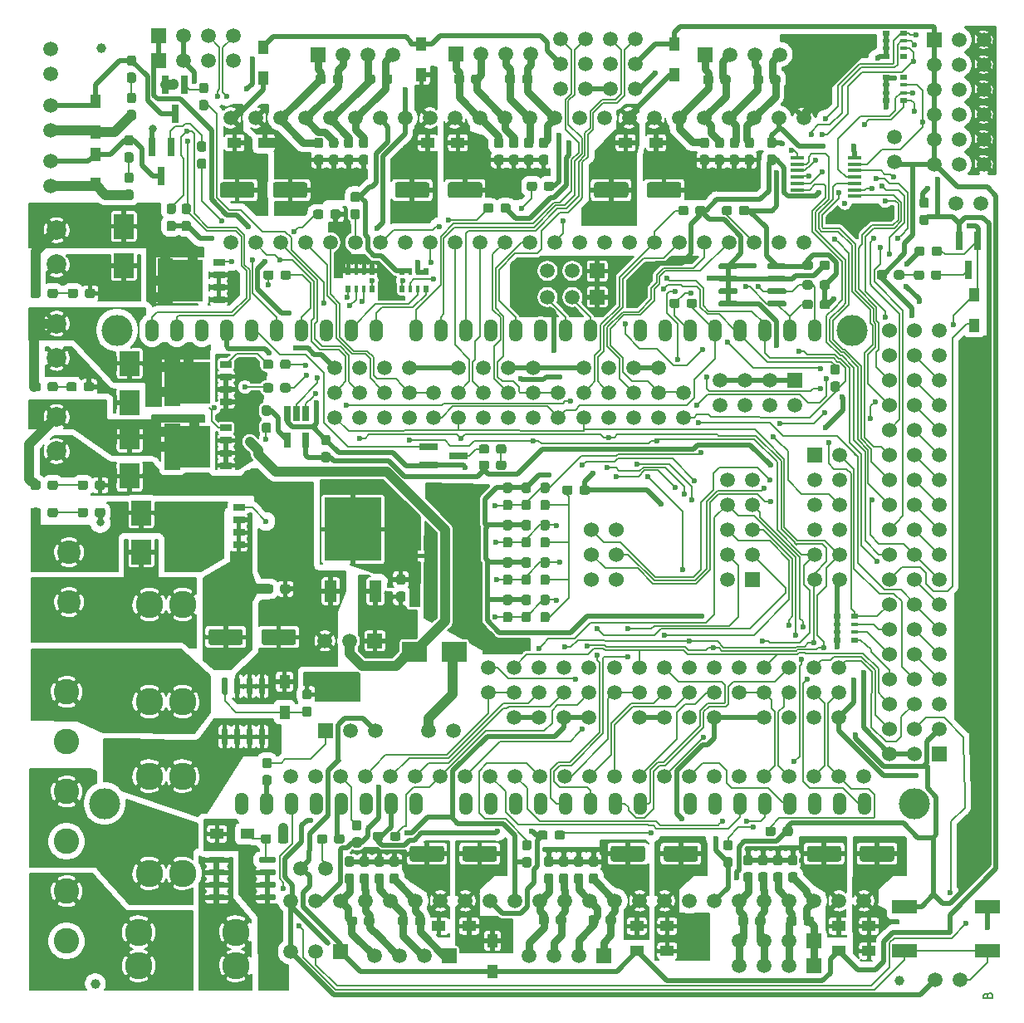
<source format=gbr>
G04 #@! TF.GenerationSoftware,KiCad,Pcbnew,5.1.6*
G04 #@! TF.CreationDate,2020-06-13T11:17:34+02:00*
G04 #@! TF.ProjectId,RAMPS-FD,52414d50-532d-4464-942e-6b696361645f,3.0*
G04 #@! TF.SameCoordinates,Original*
G04 #@! TF.FileFunction,Copper,L1,Top*
G04 #@! TF.FilePolarity,Positive*
%FSLAX46Y46*%
G04 Gerber Fmt 4.6, Leading zero omitted, Abs format (unit mm)*
G04 Created by KiCad (PCBNEW 5.1.6) date 2020-06-13 11:17:34*
%MOMM*%
%LPD*%
G01*
G04 APERTURE LIST*
G04 #@! TA.AperFunction,NonConductor*
%ADD10C,0.150000*%
G04 #@! TD*
G04 #@! TA.AperFunction,EtchedComponent*
%ADD11C,0.100000*%
G04 #@! TD*
G04 #@! TA.AperFunction,ComponentPad*
%ADD12C,2.000000*%
G04 #@! TD*
G04 #@! TA.AperFunction,ComponentPad*
%ADD13C,2.400000*%
G04 #@! TD*
G04 #@! TA.AperFunction,ComponentPad*
%ADD14C,2.780000*%
G04 #@! TD*
G04 #@! TA.AperFunction,SMDPad,CuDef*
%ADD15R,2.500000X2.000000*%
G04 #@! TD*
G04 #@! TA.AperFunction,SMDPad,CuDef*
%ADD16R,2.000000X2.500000*%
G04 #@! TD*
G04 #@! TA.AperFunction,SMDPad,CuDef*
%ADD17R,1.400000X1.100000*%
G04 #@! TD*
G04 #@! TA.AperFunction,SMDPad,CuDef*
%ADD18R,1.100000X1.400000*%
G04 #@! TD*
G04 #@! TA.AperFunction,SMDPad,CuDef*
%ADD19R,0.800000X0.500000*%
G04 #@! TD*
G04 #@! TA.AperFunction,SMDPad,CuDef*
%ADD20R,0.800000X0.400000*%
G04 #@! TD*
G04 #@! TA.AperFunction,SMDPad,CuDef*
%ADD21R,0.500000X0.800000*%
G04 #@! TD*
G04 #@! TA.AperFunction,SMDPad,CuDef*
%ADD22R,0.400000X0.800000*%
G04 #@! TD*
G04 #@! TA.AperFunction,SMDPad,CuDef*
%ADD23C,0.100000*%
G04 #@! TD*
G04 #@! TA.AperFunction,SMDPad,CuDef*
%ADD24R,1.150000X0.700000*%
G04 #@! TD*
G04 #@! TA.AperFunction,Conductor*
%ADD25C,0.500000*%
G04 #@! TD*
G04 #@! TA.AperFunction,ComponentPad*
%ADD26C,1.500000*%
G04 #@! TD*
G04 #@! TA.AperFunction,ComponentPad*
%ADD27R,1.500000X1.500000*%
G04 #@! TD*
G04 #@! TA.AperFunction,ComponentPad*
%ADD28C,2.600000*%
G04 #@! TD*
G04 #@! TA.AperFunction,SMDPad,CuDef*
%ADD29R,0.800000X1.900000*%
G04 #@! TD*
G04 #@! TA.AperFunction,SMDPad,CuDef*
%ADD30R,0.650000X1.560000*%
G04 #@! TD*
G04 #@! TA.AperFunction,SMDPad,CuDef*
%ADD31R,1.450000X0.450000*%
G04 #@! TD*
G04 #@! TA.AperFunction,ComponentPad*
%ADD32C,1.524000*%
G04 #@! TD*
G04 #@! TA.AperFunction,ComponentPad*
%ADD33O,1.370000X2.286000*%
G04 #@! TD*
G04 #@! TA.AperFunction,ComponentPad*
%ADD34C,3.175000*%
G04 #@! TD*
G04 #@! TA.AperFunction,SMDPad,CuDef*
%ADD35C,1.000000*%
G04 #@! TD*
G04 #@! TA.AperFunction,SMDPad,CuDef*
%ADD36R,5.800000X6.400000*%
G04 #@! TD*
G04 #@! TA.AperFunction,SMDPad,CuDef*
%ADD37R,1.200000X2.200000*%
G04 #@! TD*
G04 #@! TA.AperFunction,SMDPad,CuDef*
%ADD38R,2.499360X1.397000*%
G04 #@! TD*
G04 #@! TA.AperFunction,SMDPad,CuDef*
%ADD39R,1.900000X0.800000*%
G04 #@! TD*
G04 #@! TA.AperFunction,ViaPad*
%ADD40C,0.800000*%
G04 #@! TD*
G04 #@! TA.AperFunction,ViaPad*
%ADD41C,0.600000*%
G04 #@! TD*
G04 #@! TA.AperFunction,Conductor*
%ADD42C,1.000000*%
G04 #@! TD*
G04 #@! TA.AperFunction,Conductor*
%ADD43C,0.500000*%
G04 #@! TD*
G04 #@! TA.AperFunction,Conductor*
%ADD44C,0.200000*%
G04 #@! TD*
G04 #@! TA.AperFunction,Conductor*
%ADD45C,0.762000*%
G04 #@! TD*
G04 #@! TA.AperFunction,Conductor*
%ADD46C,0.254000*%
G04 #@! TD*
G04 #@! TA.AperFunction,Conductor*
%ADD47C,0.300000*%
G04 #@! TD*
G04 APERTURE END LIST*
D10*
X150811714Y-139007857D02*
X150854571Y-138893571D01*
X150897428Y-138855476D01*
X150983142Y-138817380D01*
X151111714Y-138817380D01*
X151197428Y-138855476D01*
X151240285Y-138893571D01*
X151283142Y-138969761D01*
X151283142Y-139274523D01*
X150383142Y-139274523D01*
X150383142Y-139007857D01*
X150426000Y-138931666D01*
X150468857Y-138893571D01*
X150554571Y-138855476D01*
X150640285Y-138855476D01*
X150726000Y-138893571D01*
X150768857Y-138931666D01*
X150811714Y-139007857D01*
X150811714Y-139274523D01*
D11*
G36*
X92616400Y-93958600D02*
G01*
X93616400Y-93958600D01*
X93616400Y-94458600D01*
X92616400Y-94458600D01*
X92616400Y-93958600D01*
G37*
D12*
X55880000Y-60988000D03*
X55880000Y-64488000D03*
X55880000Y-70513000D03*
X55880000Y-74013000D03*
X55880000Y-80038000D03*
X55880000Y-83538000D03*
D13*
X57150000Y-93853000D03*
X57150000Y-98933000D03*
D14*
X68724000Y-116653000D03*
X65324000Y-116653000D03*
X68724000Y-126573000D03*
X65324000Y-126573000D03*
X74182000Y-135973000D03*
X74182000Y-132573000D03*
X64262000Y-135973000D03*
X64262000Y-132573000D03*
X68724000Y-99153000D03*
X65324000Y-99153000D03*
X68724000Y-109073000D03*
X65324000Y-109073000D03*
D15*
X92386400Y-103987600D03*
X96386400Y-103987600D03*
D16*
X63324000Y-82073000D03*
X63324000Y-86073000D03*
X64516000Y-89821000D03*
X64516000Y-93821000D03*
X62738000Y-60611000D03*
X62738000Y-64611000D03*
X63324000Y-74573000D03*
X63324000Y-78573000D03*
D17*
X75337000Y-122555000D03*
X72237000Y-122555000D03*
X115036000Y-131953000D03*
X118136000Y-131953000D03*
D18*
X118824000Y-42023000D03*
X118824000Y-45123000D03*
D17*
X135610000Y-131953000D03*
X138710000Y-131953000D03*
X116993000Y-52070000D03*
X113893000Y-52070000D03*
D18*
X59817000Y-53263200D03*
X59817000Y-56363200D03*
X59817000Y-47853000D03*
X59817000Y-50953000D03*
D17*
X96800000Y-52070000D03*
X93700000Y-52070000D03*
X77115000Y-52070000D03*
X74015000Y-52070000D03*
X94843000Y-131953000D03*
X97943000Y-131953000D03*
D18*
X79121000Y-110135000D03*
X79121000Y-107035000D03*
X149415500Y-67601500D03*
X149415500Y-70701500D03*
X93074000Y-42023000D03*
X93074000Y-45123000D03*
X76962000Y-42392000D03*
X76962000Y-45492000D03*
D17*
X115036000Y-134493000D03*
X118136000Y-134493000D03*
D18*
X100324000Y-136551000D03*
X100324000Y-133451000D03*
D17*
X135610000Y-134493000D03*
X138710000Y-134493000D03*
D19*
X140424000Y-45373000D03*
D20*
X140424000Y-46173000D03*
D19*
X140424000Y-47773000D03*
D20*
X140424000Y-46973000D03*
D19*
X142224000Y-45373000D03*
D20*
X142224000Y-46973000D03*
X142224000Y-46173000D03*
D19*
X142224000Y-47773000D03*
X140424000Y-40873000D03*
D20*
X140424000Y-41673000D03*
D19*
X140424000Y-43273000D03*
D20*
X140424000Y-42473000D03*
D19*
X142224000Y-40873000D03*
D20*
X142224000Y-42473000D03*
X142224000Y-41673000D03*
D19*
X142224000Y-43273000D03*
D21*
X93524000Y-65173000D03*
D22*
X92724000Y-65173000D03*
D21*
X91124000Y-65173000D03*
D22*
X91924000Y-65173000D03*
D21*
X93524000Y-66973000D03*
D22*
X91924000Y-66973000D03*
X92724000Y-66973000D03*
D21*
X91124000Y-66973000D03*
X85624000Y-66973000D03*
D22*
X86424000Y-66973000D03*
D21*
X88024000Y-66973000D03*
D22*
X87224000Y-66973000D03*
D21*
X85624000Y-65173000D03*
D22*
X87224000Y-65173000D03*
X86424000Y-65173000D03*
D21*
X88024000Y-65173000D03*
D19*
X135424000Y-100373000D03*
D20*
X135424000Y-101173000D03*
D19*
X135424000Y-102773000D03*
D20*
X135424000Y-101973000D03*
D19*
X137224000Y-100373000D03*
D20*
X137224000Y-101973000D03*
X137224000Y-101173000D03*
D19*
X137224000Y-102773000D03*
G04 #@! TA.AperFunction,SMDPad,CuDef*
G36*
G01*
X77086500Y-116555000D02*
X77561500Y-116555000D01*
G75*
G02*
X77799000Y-116792500I0J-237500D01*
G01*
X77799000Y-117367500D01*
G75*
G02*
X77561500Y-117605000I-237500J0D01*
G01*
X77086500Y-117605000D01*
G75*
G02*
X76849000Y-117367500I0J237500D01*
G01*
X76849000Y-116792500D01*
G75*
G02*
X77086500Y-116555000I237500J0D01*
G01*
G37*
G04 #@! TD.AperFunction*
G04 #@! TA.AperFunction,SMDPad,CuDef*
G36*
G01*
X77086500Y-114805000D02*
X77561500Y-114805000D01*
G75*
G02*
X77799000Y-115042500I0J-237500D01*
G01*
X77799000Y-115617500D01*
G75*
G02*
X77561500Y-115855000I-237500J0D01*
G01*
X77086500Y-115855000D01*
G75*
G02*
X76849000Y-115617500I0J237500D01*
G01*
X76849000Y-115042500D01*
G75*
G02*
X77086500Y-114805000I237500J0D01*
G01*
G37*
G04 #@! TD.AperFunction*
G04 #@! TA.AperFunction,SMDPad,CuDef*
G36*
G01*
X84043000Y-45830500D02*
X84043000Y-45355500D01*
G75*
G02*
X84280500Y-45118000I237500J0D01*
G01*
X84855500Y-45118000D01*
G75*
G02*
X85093000Y-45355500I0J-237500D01*
G01*
X85093000Y-45830500D01*
G75*
G02*
X84855500Y-46068000I-237500J0D01*
G01*
X84280500Y-46068000D01*
G75*
G02*
X84043000Y-45830500I0J237500D01*
G01*
G37*
G04 #@! TD.AperFunction*
G04 #@! TA.AperFunction,SMDPad,CuDef*
G36*
G01*
X82293000Y-45830500D02*
X82293000Y-45355500D01*
G75*
G02*
X82530500Y-45118000I237500J0D01*
G01*
X83105500Y-45118000D01*
G75*
G02*
X83343000Y-45355500I0J-237500D01*
G01*
X83343000Y-45830500D01*
G75*
G02*
X83105500Y-46068000I-237500J0D01*
G01*
X82530500Y-46068000D01*
G75*
G02*
X82293000Y-45830500I0J237500D01*
G01*
G37*
G04 #@! TD.AperFunction*
G04 #@! TA.AperFunction,SMDPad,CuDef*
G36*
G01*
X86948000Y-53309000D02*
X87423000Y-53309000D01*
G75*
G02*
X87660500Y-53546500I0J-237500D01*
G01*
X87660500Y-54121500D01*
G75*
G02*
X87423000Y-54359000I-237500J0D01*
G01*
X86948000Y-54359000D01*
G75*
G02*
X86710500Y-54121500I0J237500D01*
G01*
X86710500Y-53546500D01*
G75*
G02*
X86948000Y-53309000I237500J0D01*
G01*
G37*
G04 #@! TD.AperFunction*
G04 #@! TA.AperFunction,SMDPad,CuDef*
G36*
G01*
X86948000Y-51559000D02*
X87423000Y-51559000D01*
G75*
G02*
X87660500Y-51796500I0J-237500D01*
G01*
X87660500Y-52371500D01*
G75*
G02*
X87423000Y-52609000I-237500J0D01*
G01*
X86948000Y-52609000D01*
G75*
G02*
X86710500Y-52371500I0J237500D01*
G01*
X86710500Y-51796500D01*
G75*
G02*
X86948000Y-51559000I237500J0D01*
G01*
G37*
G04 #@! TD.AperFunction*
G04 #@! TA.AperFunction,SMDPad,CuDef*
G36*
G01*
X126254500Y-53309000D02*
X126729500Y-53309000D01*
G75*
G02*
X126967000Y-53546500I0J-237500D01*
G01*
X126967000Y-54121500D01*
G75*
G02*
X126729500Y-54359000I-237500J0D01*
G01*
X126254500Y-54359000D01*
G75*
G02*
X126017000Y-54121500I0J237500D01*
G01*
X126017000Y-53546500D01*
G75*
G02*
X126254500Y-53309000I237500J0D01*
G01*
G37*
G04 #@! TD.AperFunction*
G04 #@! TA.AperFunction,SMDPad,CuDef*
G36*
G01*
X126254500Y-51559000D02*
X126729500Y-51559000D01*
G75*
G02*
X126967000Y-51796500I0J-237500D01*
G01*
X126967000Y-52371500D01*
G75*
G02*
X126729500Y-52609000I-237500J0D01*
G01*
X126254500Y-52609000D01*
G75*
G02*
X126017000Y-52371500I0J237500D01*
G01*
X126017000Y-51796500D01*
G75*
G02*
X126254500Y-51559000I237500J0D01*
G01*
G37*
G04 #@! TD.AperFunction*
G04 #@! TA.AperFunction,SMDPad,CuDef*
G36*
G01*
X105299500Y-53309000D02*
X105774500Y-53309000D01*
G75*
G02*
X106012000Y-53546500I0J-237500D01*
G01*
X106012000Y-54121500D01*
G75*
G02*
X105774500Y-54359000I-237500J0D01*
G01*
X105299500Y-54359000D01*
G75*
G02*
X105062000Y-54121500I0J237500D01*
G01*
X105062000Y-53546500D01*
G75*
G02*
X105299500Y-53309000I237500J0D01*
G01*
G37*
G04 #@! TD.AperFunction*
G04 #@! TA.AperFunction,SMDPad,CuDef*
G36*
G01*
X105299500Y-51559000D02*
X105774500Y-51559000D01*
G75*
G02*
X106012000Y-51796500I0J-237500D01*
G01*
X106012000Y-52371500D01*
G75*
G02*
X105774500Y-52609000I-237500J0D01*
G01*
X105299500Y-52609000D01*
G75*
G02*
X105062000Y-52371500I0J237500D01*
G01*
X105062000Y-51796500D01*
G75*
G02*
X105299500Y-51559000I237500J0D01*
G01*
G37*
G04 #@! TD.AperFunction*
G04 #@! TA.AperFunction,SMDPad,CuDef*
G36*
G01*
X85424000Y-53309000D02*
X85899000Y-53309000D01*
G75*
G02*
X86136500Y-53546500I0J-237500D01*
G01*
X86136500Y-54121500D01*
G75*
G02*
X85899000Y-54359000I-237500J0D01*
G01*
X85424000Y-54359000D01*
G75*
G02*
X85186500Y-54121500I0J237500D01*
G01*
X85186500Y-53546500D01*
G75*
G02*
X85424000Y-53309000I237500J0D01*
G01*
G37*
G04 #@! TD.AperFunction*
G04 #@! TA.AperFunction,SMDPad,CuDef*
G36*
G01*
X85424000Y-51559000D02*
X85899000Y-51559000D01*
G75*
G02*
X86136500Y-51796500I0J-237500D01*
G01*
X86136500Y-52371500D01*
G75*
G02*
X85899000Y-52609000I-237500J0D01*
G01*
X85424000Y-52609000D01*
G75*
G02*
X85186500Y-52371500I0J237500D01*
G01*
X85186500Y-51796500D01*
G75*
G02*
X85424000Y-51559000I237500J0D01*
G01*
G37*
G04 #@! TD.AperFunction*
G04 #@! TA.AperFunction,SMDPad,CuDef*
G36*
G01*
X124730500Y-53309000D02*
X125205500Y-53309000D01*
G75*
G02*
X125443000Y-53546500I0J-237500D01*
G01*
X125443000Y-54121500D01*
G75*
G02*
X125205500Y-54359000I-237500J0D01*
G01*
X124730500Y-54359000D01*
G75*
G02*
X124493000Y-54121500I0J237500D01*
G01*
X124493000Y-53546500D01*
G75*
G02*
X124730500Y-53309000I237500J0D01*
G01*
G37*
G04 #@! TD.AperFunction*
G04 #@! TA.AperFunction,SMDPad,CuDef*
G36*
G01*
X124730500Y-51559000D02*
X125205500Y-51559000D01*
G75*
G02*
X125443000Y-51796500I0J-237500D01*
G01*
X125443000Y-52371500D01*
G75*
G02*
X125205500Y-52609000I-237500J0D01*
G01*
X124730500Y-52609000D01*
G75*
G02*
X124493000Y-52371500I0J237500D01*
G01*
X124493000Y-51796500D01*
G75*
G02*
X124730500Y-51559000I237500J0D01*
G01*
G37*
G04 #@! TD.AperFunction*
G04 #@! TA.AperFunction,SMDPad,CuDef*
G36*
G01*
X103775500Y-53309000D02*
X104250500Y-53309000D01*
G75*
G02*
X104488000Y-53546500I0J-237500D01*
G01*
X104488000Y-54121500D01*
G75*
G02*
X104250500Y-54359000I-237500J0D01*
G01*
X103775500Y-54359000D01*
G75*
G02*
X103538000Y-54121500I0J237500D01*
G01*
X103538000Y-53546500D01*
G75*
G02*
X103775500Y-53309000I237500J0D01*
G01*
G37*
G04 #@! TD.AperFunction*
G04 #@! TA.AperFunction,SMDPad,CuDef*
G36*
G01*
X103775500Y-51559000D02*
X104250500Y-51559000D01*
G75*
G02*
X104488000Y-51796500I0J-237500D01*
G01*
X104488000Y-52371500D01*
G75*
G02*
X104250500Y-52609000I-237500J0D01*
G01*
X103775500Y-52609000D01*
G75*
G02*
X103538000Y-52371500I0J237500D01*
G01*
X103538000Y-51796500D01*
G75*
G02*
X103775500Y-51559000I237500J0D01*
G01*
G37*
G04 #@! TD.AperFunction*
G04 #@! TA.AperFunction,SMDPad,CuDef*
G36*
G01*
X83900000Y-53309000D02*
X84375000Y-53309000D01*
G75*
G02*
X84612500Y-53546500I0J-237500D01*
G01*
X84612500Y-54121500D01*
G75*
G02*
X84375000Y-54359000I-237500J0D01*
G01*
X83900000Y-54359000D01*
G75*
G02*
X83662500Y-54121500I0J237500D01*
G01*
X83662500Y-53546500D01*
G75*
G02*
X83900000Y-53309000I237500J0D01*
G01*
G37*
G04 #@! TD.AperFunction*
G04 #@! TA.AperFunction,SMDPad,CuDef*
G36*
G01*
X83900000Y-51559000D02*
X84375000Y-51559000D01*
G75*
G02*
X84612500Y-51796500I0J-237500D01*
G01*
X84612500Y-52371500D01*
G75*
G02*
X84375000Y-52609000I-237500J0D01*
G01*
X83900000Y-52609000D01*
G75*
G02*
X83662500Y-52371500I0J237500D01*
G01*
X83662500Y-51796500D01*
G75*
G02*
X83900000Y-51559000I237500J0D01*
G01*
G37*
G04 #@! TD.AperFunction*
G04 #@! TA.AperFunction,SMDPad,CuDef*
G36*
G01*
X121682500Y-53309000D02*
X122157500Y-53309000D01*
G75*
G02*
X122395000Y-53546500I0J-237500D01*
G01*
X122395000Y-54121500D01*
G75*
G02*
X122157500Y-54359000I-237500J0D01*
G01*
X121682500Y-54359000D01*
G75*
G02*
X121445000Y-54121500I0J237500D01*
G01*
X121445000Y-53546500D01*
G75*
G02*
X121682500Y-53309000I237500J0D01*
G01*
G37*
G04 #@! TD.AperFunction*
G04 #@! TA.AperFunction,SMDPad,CuDef*
G36*
G01*
X121682500Y-51559000D02*
X122157500Y-51559000D01*
G75*
G02*
X122395000Y-51796500I0J-237500D01*
G01*
X122395000Y-52371500D01*
G75*
G02*
X122157500Y-52609000I-237500J0D01*
G01*
X121682500Y-52609000D01*
G75*
G02*
X121445000Y-52371500I0J237500D01*
G01*
X121445000Y-51796500D01*
G75*
G02*
X121682500Y-51559000I237500J0D01*
G01*
G37*
G04 #@! TD.AperFunction*
G04 #@! TA.AperFunction,SMDPad,CuDef*
G36*
G01*
X102251500Y-53309000D02*
X102726500Y-53309000D01*
G75*
G02*
X102964000Y-53546500I0J-237500D01*
G01*
X102964000Y-54121500D01*
G75*
G02*
X102726500Y-54359000I-237500J0D01*
G01*
X102251500Y-54359000D01*
G75*
G02*
X102014000Y-54121500I0J237500D01*
G01*
X102014000Y-53546500D01*
G75*
G02*
X102251500Y-53309000I237500J0D01*
G01*
G37*
G04 #@! TD.AperFunction*
G04 #@! TA.AperFunction,SMDPad,CuDef*
G36*
G01*
X102251500Y-51559000D02*
X102726500Y-51559000D01*
G75*
G02*
X102964000Y-51796500I0J-237500D01*
G01*
X102964000Y-52371500D01*
G75*
G02*
X102726500Y-52609000I-237500J0D01*
G01*
X102251500Y-52609000D01*
G75*
G02*
X102014000Y-52371500I0J237500D01*
G01*
X102014000Y-51796500D01*
G75*
G02*
X102251500Y-51559000I237500J0D01*
G01*
G37*
G04 #@! TD.AperFunction*
G04 #@! TA.AperFunction,SMDPad,CuDef*
G36*
G01*
X82376000Y-53309000D02*
X82851000Y-53309000D01*
G75*
G02*
X83088500Y-53546500I0J-237500D01*
G01*
X83088500Y-54121500D01*
G75*
G02*
X82851000Y-54359000I-237500J0D01*
G01*
X82376000Y-54359000D01*
G75*
G02*
X82138500Y-54121500I0J237500D01*
G01*
X82138500Y-53546500D01*
G75*
G02*
X82376000Y-53309000I237500J0D01*
G01*
G37*
G04 #@! TD.AperFunction*
G04 #@! TA.AperFunction,SMDPad,CuDef*
G36*
G01*
X82376000Y-51559000D02*
X82851000Y-51559000D01*
G75*
G02*
X83088500Y-51796500I0J-237500D01*
G01*
X83088500Y-52371500D01*
G75*
G02*
X82851000Y-52609000I-237500J0D01*
G01*
X82376000Y-52609000D01*
G75*
G02*
X82138500Y-52371500I0J237500D01*
G01*
X82138500Y-51796500D01*
G75*
G02*
X82376000Y-51559000I237500J0D01*
G01*
G37*
G04 #@! TD.AperFunction*
G04 #@! TA.AperFunction,SMDPad,CuDef*
G36*
G01*
X123206500Y-53309000D02*
X123681500Y-53309000D01*
G75*
G02*
X123919000Y-53546500I0J-237500D01*
G01*
X123919000Y-54121500D01*
G75*
G02*
X123681500Y-54359000I-237500J0D01*
G01*
X123206500Y-54359000D01*
G75*
G02*
X122969000Y-54121500I0J237500D01*
G01*
X122969000Y-53546500D01*
G75*
G02*
X123206500Y-53309000I237500J0D01*
G01*
G37*
G04 #@! TD.AperFunction*
G04 #@! TA.AperFunction,SMDPad,CuDef*
G36*
G01*
X123206500Y-51559000D02*
X123681500Y-51559000D01*
G75*
G02*
X123919000Y-51796500I0J-237500D01*
G01*
X123919000Y-52371500D01*
G75*
G02*
X123681500Y-52609000I-237500J0D01*
G01*
X123206500Y-52609000D01*
G75*
G02*
X122969000Y-52371500I0J237500D01*
G01*
X122969000Y-51796500D01*
G75*
G02*
X123206500Y-51559000I237500J0D01*
G01*
G37*
G04 #@! TD.AperFunction*
G04 #@! TA.AperFunction,SMDPad,CuDef*
G36*
G01*
X100727500Y-53309000D02*
X101202500Y-53309000D01*
G75*
G02*
X101440000Y-53546500I0J-237500D01*
G01*
X101440000Y-54121500D01*
G75*
G02*
X101202500Y-54359000I-237500J0D01*
G01*
X100727500Y-54359000D01*
G75*
G02*
X100490000Y-54121500I0J237500D01*
G01*
X100490000Y-53546500D01*
G75*
G02*
X100727500Y-53309000I237500J0D01*
G01*
G37*
G04 #@! TD.AperFunction*
G04 #@! TA.AperFunction,SMDPad,CuDef*
G36*
G01*
X100727500Y-51559000D02*
X101202500Y-51559000D01*
G75*
G02*
X101440000Y-51796500I0J-237500D01*
G01*
X101440000Y-52371500D01*
G75*
G02*
X101202500Y-52609000I-237500J0D01*
G01*
X100727500Y-52609000D01*
G75*
G02*
X100490000Y-52371500I0J237500D01*
G01*
X100490000Y-51796500D01*
G75*
G02*
X100727500Y-51559000I237500J0D01*
G01*
G37*
G04 #@! TD.AperFunction*
G04 #@! TA.AperFunction,SMDPad,CuDef*
G36*
G01*
X103347000Y-45830500D02*
X103347000Y-45355500D01*
G75*
G02*
X103584500Y-45118000I237500J0D01*
G01*
X104159500Y-45118000D01*
G75*
G02*
X104397000Y-45355500I0J-237500D01*
G01*
X104397000Y-45830500D01*
G75*
G02*
X104159500Y-46068000I-237500J0D01*
G01*
X103584500Y-46068000D01*
G75*
G02*
X103347000Y-45830500I0J237500D01*
G01*
G37*
G04 #@! TD.AperFunction*
G04 #@! TA.AperFunction,SMDPad,CuDef*
G36*
G01*
X101597000Y-45830500D02*
X101597000Y-45355500D01*
G75*
G02*
X101834500Y-45118000I237500J0D01*
G01*
X102409500Y-45118000D01*
G75*
G02*
X102647000Y-45355500I0J-237500D01*
G01*
X102647000Y-45830500D01*
G75*
G02*
X102409500Y-46068000I-237500J0D01*
G01*
X101834500Y-46068000D01*
G75*
G02*
X101597000Y-45830500I0J237500D01*
G01*
G37*
G04 #@! TD.AperFunction*
G04 #@! TA.AperFunction,SMDPad,CuDef*
G36*
G01*
X128620000Y-45894000D02*
X128620000Y-45419000D01*
G75*
G02*
X128857500Y-45181500I237500J0D01*
G01*
X129432500Y-45181500D01*
G75*
G02*
X129670000Y-45419000I0J-237500D01*
G01*
X129670000Y-45894000D01*
G75*
G02*
X129432500Y-46131500I-237500J0D01*
G01*
X128857500Y-46131500D01*
G75*
G02*
X128620000Y-45894000I0J237500D01*
G01*
G37*
G04 #@! TD.AperFunction*
G04 #@! TA.AperFunction,SMDPad,CuDef*
G36*
G01*
X126870000Y-45894000D02*
X126870000Y-45419000D01*
G75*
G02*
X127107500Y-45181500I237500J0D01*
G01*
X127682500Y-45181500D01*
G75*
G02*
X127920000Y-45419000I0J-237500D01*
G01*
X127920000Y-45894000D01*
G75*
G02*
X127682500Y-46131500I-237500J0D01*
G01*
X127107500Y-46131500D01*
G75*
G02*
X126870000Y-45894000I0J237500D01*
G01*
G37*
G04 #@! TD.AperFunction*
G04 #@! TA.AperFunction,SMDPad,CuDef*
G36*
G01*
X89059500Y-45830500D02*
X89059500Y-45355500D01*
G75*
G02*
X89297000Y-45118000I237500J0D01*
G01*
X89872000Y-45118000D01*
G75*
G02*
X90109500Y-45355500I0J-237500D01*
G01*
X90109500Y-45830500D01*
G75*
G02*
X89872000Y-46068000I-237500J0D01*
G01*
X89297000Y-46068000D01*
G75*
G02*
X89059500Y-45830500I0J237500D01*
G01*
G37*
G04 #@! TD.AperFunction*
G04 #@! TA.AperFunction,SMDPad,CuDef*
G36*
G01*
X87309500Y-45830500D02*
X87309500Y-45355500D01*
G75*
G02*
X87547000Y-45118000I237500J0D01*
G01*
X88122000Y-45118000D01*
G75*
G02*
X88359500Y-45355500I0J-237500D01*
G01*
X88359500Y-45830500D01*
G75*
G02*
X88122000Y-46068000I-237500J0D01*
G01*
X87547000Y-46068000D01*
G75*
G02*
X87309500Y-45830500I0J237500D01*
G01*
G37*
G04 #@! TD.AperFunction*
G04 #@! TA.AperFunction,SMDPad,CuDef*
G36*
G01*
X98140000Y-45830500D02*
X98140000Y-45355500D01*
G75*
G02*
X98377500Y-45118000I237500J0D01*
G01*
X98952500Y-45118000D01*
G75*
G02*
X99190000Y-45355500I0J-237500D01*
G01*
X99190000Y-45830500D01*
G75*
G02*
X98952500Y-46068000I-237500J0D01*
G01*
X98377500Y-46068000D01*
G75*
G02*
X98140000Y-45830500I0J237500D01*
G01*
G37*
G04 #@! TD.AperFunction*
G04 #@! TA.AperFunction,SMDPad,CuDef*
G36*
G01*
X96390000Y-45830500D02*
X96390000Y-45355500D01*
G75*
G02*
X96627500Y-45118000I237500J0D01*
G01*
X97202500Y-45118000D01*
G75*
G02*
X97440000Y-45355500I0J-237500D01*
G01*
X97440000Y-45830500D01*
G75*
G02*
X97202500Y-46068000I-237500J0D01*
G01*
X96627500Y-46068000D01*
G75*
G02*
X96390000Y-45830500I0J237500D01*
G01*
G37*
G04 #@! TD.AperFunction*
G04 #@! TA.AperFunction,SMDPad,CuDef*
G36*
G01*
X123540000Y-45894000D02*
X123540000Y-45419000D01*
G75*
G02*
X123777500Y-45181500I237500J0D01*
G01*
X124352500Y-45181500D01*
G75*
G02*
X124590000Y-45419000I0J-237500D01*
G01*
X124590000Y-45894000D01*
G75*
G02*
X124352500Y-46131500I-237500J0D01*
G01*
X123777500Y-46131500D01*
G75*
G02*
X123540000Y-45894000I0J237500D01*
G01*
G37*
G04 #@! TD.AperFunction*
G04 #@! TA.AperFunction,SMDPad,CuDef*
G36*
G01*
X121790000Y-45894000D02*
X121790000Y-45419000D01*
G75*
G02*
X122027500Y-45181500I237500J0D01*
G01*
X122602500Y-45181500D01*
G75*
G02*
X122840000Y-45419000I0J-237500D01*
G01*
X122840000Y-45894000D01*
G75*
G02*
X122602500Y-46131500I-237500J0D01*
G01*
X122027500Y-46131500D01*
G75*
G02*
X121790000Y-45894000I0J237500D01*
G01*
G37*
G04 #@! TD.AperFunction*
G04 #@! TA.AperFunction,SMDPad,CuDef*
G36*
G01*
X106282500Y-125888000D02*
X105807500Y-125888000D01*
G75*
G02*
X105570000Y-125650500I0J237500D01*
G01*
X105570000Y-125075500D01*
G75*
G02*
X105807500Y-124838000I237500J0D01*
G01*
X106282500Y-124838000D01*
G75*
G02*
X106520000Y-125075500I0J-237500D01*
G01*
X106520000Y-125650500D01*
G75*
G02*
X106282500Y-125888000I-237500J0D01*
G01*
G37*
G04 #@! TD.AperFunction*
G04 #@! TA.AperFunction,SMDPad,CuDef*
G36*
G01*
X106282500Y-127638000D02*
X105807500Y-127638000D01*
G75*
G02*
X105570000Y-127400500I0J237500D01*
G01*
X105570000Y-126825500D01*
G75*
G02*
X105807500Y-126588000I237500J0D01*
G01*
X106282500Y-126588000D01*
G75*
G02*
X106520000Y-126825500I0J-237500D01*
G01*
X106520000Y-127400500D01*
G75*
G02*
X106282500Y-127638000I-237500J0D01*
G01*
G37*
G04 #@! TD.AperFunction*
G04 #@! TA.AperFunction,SMDPad,CuDef*
G36*
G01*
X126602500Y-125761000D02*
X126127500Y-125761000D01*
G75*
G02*
X125890000Y-125523500I0J237500D01*
G01*
X125890000Y-124948500D01*
G75*
G02*
X126127500Y-124711000I237500J0D01*
G01*
X126602500Y-124711000D01*
G75*
G02*
X126840000Y-124948500I0J-237500D01*
G01*
X126840000Y-125523500D01*
G75*
G02*
X126602500Y-125761000I-237500J0D01*
G01*
G37*
G04 #@! TD.AperFunction*
G04 #@! TA.AperFunction,SMDPad,CuDef*
G36*
G01*
X126602500Y-127511000D02*
X126127500Y-127511000D01*
G75*
G02*
X125890000Y-127273500I0J237500D01*
G01*
X125890000Y-126698500D01*
G75*
G02*
X126127500Y-126461000I237500J0D01*
G01*
X126602500Y-126461000D01*
G75*
G02*
X126840000Y-126698500I0J-237500D01*
G01*
X126840000Y-127273500D01*
G75*
G02*
X126602500Y-127511000I-237500J0D01*
G01*
G37*
G04 #@! TD.AperFunction*
G04 #@! TA.AperFunction,SMDPad,CuDef*
G36*
G01*
X85962500Y-125888000D02*
X85487500Y-125888000D01*
G75*
G02*
X85250000Y-125650500I0J237500D01*
G01*
X85250000Y-125075500D01*
G75*
G02*
X85487500Y-124838000I237500J0D01*
G01*
X85962500Y-124838000D01*
G75*
G02*
X86200000Y-125075500I0J-237500D01*
G01*
X86200000Y-125650500D01*
G75*
G02*
X85962500Y-125888000I-237500J0D01*
G01*
G37*
G04 #@! TD.AperFunction*
G04 #@! TA.AperFunction,SMDPad,CuDef*
G36*
G01*
X85962500Y-127638000D02*
X85487500Y-127638000D01*
G75*
G02*
X85250000Y-127400500I0J237500D01*
G01*
X85250000Y-126825500D01*
G75*
G02*
X85487500Y-126588000I237500J0D01*
G01*
X85962500Y-126588000D01*
G75*
G02*
X86200000Y-126825500I0J-237500D01*
G01*
X86200000Y-127400500D01*
G75*
G02*
X85962500Y-127638000I-237500J0D01*
G01*
G37*
G04 #@! TD.AperFunction*
G04 #@! TA.AperFunction,SMDPad,CuDef*
G36*
G01*
X107806500Y-125888000D02*
X107331500Y-125888000D01*
G75*
G02*
X107094000Y-125650500I0J237500D01*
G01*
X107094000Y-125075500D01*
G75*
G02*
X107331500Y-124838000I237500J0D01*
G01*
X107806500Y-124838000D01*
G75*
G02*
X108044000Y-125075500I0J-237500D01*
G01*
X108044000Y-125650500D01*
G75*
G02*
X107806500Y-125888000I-237500J0D01*
G01*
G37*
G04 #@! TD.AperFunction*
G04 #@! TA.AperFunction,SMDPad,CuDef*
G36*
G01*
X107806500Y-127638000D02*
X107331500Y-127638000D01*
G75*
G02*
X107094000Y-127400500I0J237500D01*
G01*
X107094000Y-126825500D01*
G75*
G02*
X107331500Y-126588000I237500J0D01*
G01*
X107806500Y-126588000D01*
G75*
G02*
X108044000Y-126825500I0J-237500D01*
G01*
X108044000Y-127400500D01*
G75*
G02*
X107806500Y-127638000I-237500J0D01*
G01*
G37*
G04 #@! TD.AperFunction*
G04 #@! TA.AperFunction,SMDPad,CuDef*
G36*
G01*
X128126500Y-125761000D02*
X127651500Y-125761000D01*
G75*
G02*
X127414000Y-125523500I0J237500D01*
G01*
X127414000Y-124948500D01*
G75*
G02*
X127651500Y-124711000I237500J0D01*
G01*
X128126500Y-124711000D01*
G75*
G02*
X128364000Y-124948500I0J-237500D01*
G01*
X128364000Y-125523500D01*
G75*
G02*
X128126500Y-125761000I-237500J0D01*
G01*
G37*
G04 #@! TD.AperFunction*
G04 #@! TA.AperFunction,SMDPad,CuDef*
G36*
G01*
X128126500Y-127511000D02*
X127651500Y-127511000D01*
G75*
G02*
X127414000Y-127273500I0J237500D01*
G01*
X127414000Y-126698500D01*
G75*
G02*
X127651500Y-126461000I237500J0D01*
G01*
X128126500Y-126461000D01*
G75*
G02*
X128364000Y-126698500I0J-237500D01*
G01*
X128364000Y-127273500D01*
G75*
G02*
X128126500Y-127511000I-237500J0D01*
G01*
G37*
G04 #@! TD.AperFunction*
G04 #@! TA.AperFunction,SMDPad,CuDef*
G36*
G01*
X87486500Y-125888000D02*
X87011500Y-125888000D01*
G75*
G02*
X86774000Y-125650500I0J237500D01*
G01*
X86774000Y-125075500D01*
G75*
G02*
X87011500Y-124838000I237500J0D01*
G01*
X87486500Y-124838000D01*
G75*
G02*
X87724000Y-125075500I0J-237500D01*
G01*
X87724000Y-125650500D01*
G75*
G02*
X87486500Y-125888000I-237500J0D01*
G01*
G37*
G04 #@! TD.AperFunction*
G04 #@! TA.AperFunction,SMDPad,CuDef*
G36*
G01*
X87486500Y-127638000D02*
X87011500Y-127638000D01*
G75*
G02*
X86774000Y-127400500I0J237500D01*
G01*
X86774000Y-126825500D01*
G75*
G02*
X87011500Y-126588000I237500J0D01*
G01*
X87486500Y-126588000D01*
G75*
G02*
X87724000Y-126825500I0J-237500D01*
G01*
X87724000Y-127400500D01*
G75*
G02*
X87486500Y-127638000I-237500J0D01*
G01*
G37*
G04 #@! TD.AperFunction*
G04 #@! TA.AperFunction,SMDPad,CuDef*
G36*
G01*
X110854500Y-125888000D02*
X110379500Y-125888000D01*
G75*
G02*
X110142000Y-125650500I0J237500D01*
G01*
X110142000Y-125075500D01*
G75*
G02*
X110379500Y-124838000I237500J0D01*
G01*
X110854500Y-124838000D01*
G75*
G02*
X111092000Y-125075500I0J-237500D01*
G01*
X111092000Y-125650500D01*
G75*
G02*
X110854500Y-125888000I-237500J0D01*
G01*
G37*
G04 #@! TD.AperFunction*
G04 #@! TA.AperFunction,SMDPad,CuDef*
G36*
G01*
X110854500Y-127638000D02*
X110379500Y-127638000D01*
G75*
G02*
X110142000Y-127400500I0J237500D01*
G01*
X110142000Y-126825500D01*
G75*
G02*
X110379500Y-126588000I237500J0D01*
G01*
X110854500Y-126588000D01*
G75*
G02*
X111092000Y-126825500I0J-237500D01*
G01*
X111092000Y-127400500D01*
G75*
G02*
X110854500Y-127638000I-237500J0D01*
G01*
G37*
G04 #@! TD.AperFunction*
G04 #@! TA.AperFunction,SMDPad,CuDef*
G36*
G01*
X131174500Y-125761000D02*
X130699500Y-125761000D01*
G75*
G02*
X130462000Y-125523500I0J237500D01*
G01*
X130462000Y-124948500D01*
G75*
G02*
X130699500Y-124711000I237500J0D01*
G01*
X131174500Y-124711000D01*
G75*
G02*
X131412000Y-124948500I0J-237500D01*
G01*
X131412000Y-125523500D01*
G75*
G02*
X131174500Y-125761000I-237500J0D01*
G01*
G37*
G04 #@! TD.AperFunction*
G04 #@! TA.AperFunction,SMDPad,CuDef*
G36*
G01*
X131174500Y-127511000D02*
X130699500Y-127511000D01*
G75*
G02*
X130462000Y-127273500I0J237500D01*
G01*
X130462000Y-126698500D01*
G75*
G02*
X130699500Y-126461000I237500J0D01*
G01*
X131174500Y-126461000D01*
G75*
G02*
X131412000Y-126698500I0J-237500D01*
G01*
X131412000Y-127273500D01*
G75*
G02*
X131174500Y-127511000I-237500J0D01*
G01*
G37*
G04 #@! TD.AperFunction*
G04 #@! TA.AperFunction,SMDPad,CuDef*
G36*
G01*
X90534500Y-125888000D02*
X90059500Y-125888000D01*
G75*
G02*
X89822000Y-125650500I0J237500D01*
G01*
X89822000Y-125075500D01*
G75*
G02*
X90059500Y-124838000I237500J0D01*
G01*
X90534500Y-124838000D01*
G75*
G02*
X90772000Y-125075500I0J-237500D01*
G01*
X90772000Y-125650500D01*
G75*
G02*
X90534500Y-125888000I-237500J0D01*
G01*
G37*
G04 #@! TD.AperFunction*
G04 #@! TA.AperFunction,SMDPad,CuDef*
G36*
G01*
X90534500Y-127638000D02*
X90059500Y-127638000D01*
G75*
G02*
X89822000Y-127400500I0J237500D01*
G01*
X89822000Y-126825500D01*
G75*
G02*
X90059500Y-126588000I237500J0D01*
G01*
X90534500Y-126588000D01*
G75*
G02*
X90772000Y-126825500I0J-237500D01*
G01*
X90772000Y-127400500D01*
G75*
G02*
X90534500Y-127638000I-237500J0D01*
G01*
G37*
G04 #@! TD.AperFunction*
G04 #@! TA.AperFunction,SMDPad,CuDef*
G36*
G01*
X109330500Y-125888000D02*
X108855500Y-125888000D01*
G75*
G02*
X108618000Y-125650500I0J237500D01*
G01*
X108618000Y-125075500D01*
G75*
G02*
X108855500Y-124838000I237500J0D01*
G01*
X109330500Y-124838000D01*
G75*
G02*
X109568000Y-125075500I0J-237500D01*
G01*
X109568000Y-125650500D01*
G75*
G02*
X109330500Y-125888000I-237500J0D01*
G01*
G37*
G04 #@! TD.AperFunction*
G04 #@! TA.AperFunction,SMDPad,CuDef*
G36*
G01*
X109330500Y-127638000D02*
X108855500Y-127638000D01*
G75*
G02*
X108618000Y-127400500I0J237500D01*
G01*
X108618000Y-126825500D01*
G75*
G02*
X108855500Y-126588000I237500J0D01*
G01*
X109330500Y-126588000D01*
G75*
G02*
X109568000Y-126825500I0J-237500D01*
G01*
X109568000Y-127400500D01*
G75*
G02*
X109330500Y-127638000I-237500J0D01*
G01*
G37*
G04 #@! TD.AperFunction*
G04 #@! TA.AperFunction,SMDPad,CuDef*
G36*
G01*
X129650500Y-125761000D02*
X129175500Y-125761000D01*
G75*
G02*
X128938000Y-125523500I0J237500D01*
G01*
X128938000Y-124948500D01*
G75*
G02*
X129175500Y-124711000I237500J0D01*
G01*
X129650500Y-124711000D01*
G75*
G02*
X129888000Y-124948500I0J-237500D01*
G01*
X129888000Y-125523500D01*
G75*
G02*
X129650500Y-125761000I-237500J0D01*
G01*
G37*
G04 #@! TD.AperFunction*
G04 #@! TA.AperFunction,SMDPad,CuDef*
G36*
G01*
X129650500Y-127511000D02*
X129175500Y-127511000D01*
G75*
G02*
X128938000Y-127273500I0J237500D01*
G01*
X128938000Y-126698500D01*
G75*
G02*
X129175500Y-126461000I237500J0D01*
G01*
X129650500Y-126461000D01*
G75*
G02*
X129888000Y-126698500I0J-237500D01*
G01*
X129888000Y-127273500D01*
G75*
G02*
X129650500Y-127511000I-237500J0D01*
G01*
G37*
G04 #@! TD.AperFunction*
G04 #@! TA.AperFunction,SMDPad,CuDef*
G36*
G01*
X89010500Y-125888000D02*
X88535500Y-125888000D01*
G75*
G02*
X88298000Y-125650500I0J237500D01*
G01*
X88298000Y-125075500D01*
G75*
G02*
X88535500Y-124838000I237500J0D01*
G01*
X89010500Y-124838000D01*
G75*
G02*
X89248000Y-125075500I0J-237500D01*
G01*
X89248000Y-125650500D01*
G75*
G02*
X89010500Y-125888000I-237500J0D01*
G01*
G37*
G04 #@! TD.AperFunction*
G04 #@! TA.AperFunction,SMDPad,CuDef*
G36*
G01*
X89010500Y-127638000D02*
X88535500Y-127638000D01*
G75*
G02*
X88298000Y-127400500I0J237500D01*
G01*
X88298000Y-126825500D01*
G75*
G02*
X88535500Y-126588000I237500J0D01*
G01*
X89010500Y-126588000D01*
G75*
G02*
X89248000Y-126825500I0J-237500D01*
G01*
X89248000Y-127400500D01*
G75*
G02*
X89010500Y-127638000I-237500J0D01*
G01*
G37*
G04 #@! TD.AperFunction*
G04 #@! TA.AperFunction,SMDPad,CuDef*
G36*
G01*
X86518000Y-131207500D02*
X86518000Y-131682500D01*
G75*
G02*
X86280500Y-131920000I-237500J0D01*
G01*
X85705500Y-131920000D01*
G75*
G02*
X85468000Y-131682500I0J237500D01*
G01*
X85468000Y-131207500D01*
G75*
G02*
X85705500Y-130970000I237500J0D01*
G01*
X86280500Y-130970000D01*
G75*
G02*
X86518000Y-131207500I0J-237500D01*
G01*
G37*
G04 #@! TD.AperFunction*
G04 #@! TA.AperFunction,SMDPad,CuDef*
G36*
G01*
X88268000Y-131207500D02*
X88268000Y-131682500D01*
G75*
G02*
X88030500Y-131920000I-237500J0D01*
G01*
X87455500Y-131920000D01*
G75*
G02*
X87218000Y-131682500I0J237500D01*
G01*
X87218000Y-131207500D01*
G75*
G02*
X87455500Y-130970000I237500J0D01*
G01*
X88030500Y-130970000D01*
G75*
G02*
X88268000Y-131207500I0J-237500D01*
G01*
G37*
G04 #@! TD.AperFunction*
G04 #@! TA.AperFunction,SMDPad,CuDef*
G36*
G01*
X106076000Y-131080500D02*
X106076000Y-131555500D01*
G75*
G02*
X105838500Y-131793000I-237500J0D01*
G01*
X105263500Y-131793000D01*
G75*
G02*
X105026000Y-131555500I0J237500D01*
G01*
X105026000Y-131080500D01*
G75*
G02*
X105263500Y-130843000I237500J0D01*
G01*
X105838500Y-130843000D01*
G75*
G02*
X106076000Y-131080500I0J-237500D01*
G01*
G37*
G04 #@! TD.AperFunction*
G04 #@! TA.AperFunction,SMDPad,CuDef*
G36*
G01*
X107826000Y-131080500D02*
X107826000Y-131555500D01*
G75*
G02*
X107588500Y-131793000I-237500J0D01*
G01*
X107013500Y-131793000D01*
G75*
G02*
X106776000Y-131555500I0J237500D01*
G01*
X106776000Y-131080500D01*
G75*
G02*
X107013500Y-130843000I237500J0D01*
G01*
X107588500Y-130843000D01*
G75*
G02*
X107826000Y-131080500I0J-237500D01*
G01*
G37*
G04 #@! TD.AperFunction*
G04 #@! TA.AperFunction,SMDPad,CuDef*
G36*
G01*
X126396000Y-131207500D02*
X126396000Y-131682500D01*
G75*
G02*
X126158500Y-131920000I-237500J0D01*
G01*
X125583500Y-131920000D01*
G75*
G02*
X125346000Y-131682500I0J237500D01*
G01*
X125346000Y-131207500D01*
G75*
G02*
X125583500Y-130970000I237500J0D01*
G01*
X126158500Y-130970000D01*
G75*
G02*
X126396000Y-131207500I0J-237500D01*
G01*
G37*
G04 #@! TD.AperFunction*
G04 #@! TA.AperFunction,SMDPad,CuDef*
G36*
G01*
X128146000Y-131207500D02*
X128146000Y-131682500D01*
G75*
G02*
X127908500Y-131920000I-237500J0D01*
G01*
X127333500Y-131920000D01*
G75*
G02*
X127096000Y-131682500I0J237500D01*
G01*
X127096000Y-131207500D01*
G75*
G02*
X127333500Y-130970000I237500J0D01*
G01*
X127908500Y-130970000D01*
G75*
G02*
X128146000Y-131207500I0J-237500D01*
G01*
G37*
G04 #@! TD.AperFunction*
G04 #@! TA.AperFunction,SMDPad,CuDef*
G36*
G01*
X91725000Y-131207500D02*
X91725000Y-131682500D01*
G75*
G02*
X91487500Y-131920000I-237500J0D01*
G01*
X90912500Y-131920000D01*
G75*
G02*
X90675000Y-131682500I0J237500D01*
G01*
X90675000Y-131207500D01*
G75*
G02*
X90912500Y-130970000I237500J0D01*
G01*
X91487500Y-130970000D01*
G75*
G02*
X91725000Y-131207500I0J-237500D01*
G01*
G37*
G04 #@! TD.AperFunction*
G04 #@! TA.AperFunction,SMDPad,CuDef*
G36*
G01*
X93475000Y-131207500D02*
X93475000Y-131682500D01*
G75*
G02*
X93237500Y-131920000I-237500J0D01*
G01*
X92662500Y-131920000D01*
G75*
G02*
X92425000Y-131682500I0J237500D01*
G01*
X92425000Y-131207500D01*
G75*
G02*
X92662500Y-130970000I237500J0D01*
G01*
X93237500Y-130970000D01*
G75*
G02*
X93475000Y-131207500I0J-237500D01*
G01*
G37*
G04 #@! TD.AperFunction*
G04 #@! TA.AperFunction,SMDPad,CuDef*
G36*
G01*
X111156000Y-131080500D02*
X111156000Y-131555500D01*
G75*
G02*
X110918500Y-131793000I-237500J0D01*
G01*
X110343500Y-131793000D01*
G75*
G02*
X110106000Y-131555500I0J237500D01*
G01*
X110106000Y-131080500D01*
G75*
G02*
X110343500Y-130843000I237500J0D01*
G01*
X110918500Y-130843000D01*
G75*
G02*
X111156000Y-131080500I0J-237500D01*
G01*
G37*
G04 #@! TD.AperFunction*
G04 #@! TA.AperFunction,SMDPad,CuDef*
G36*
G01*
X112906000Y-131080500D02*
X112906000Y-131555500D01*
G75*
G02*
X112668500Y-131793000I-237500J0D01*
G01*
X112093500Y-131793000D01*
G75*
G02*
X111856000Y-131555500I0J237500D01*
G01*
X111856000Y-131080500D01*
G75*
G02*
X112093500Y-130843000I237500J0D01*
G01*
X112668500Y-130843000D01*
G75*
G02*
X112906000Y-131080500I0J-237500D01*
G01*
G37*
G04 #@! TD.AperFunction*
G04 #@! TA.AperFunction,SMDPad,CuDef*
G36*
G01*
X131349000Y-131207500D02*
X131349000Y-131682500D01*
G75*
G02*
X131111500Y-131920000I-237500J0D01*
G01*
X130536500Y-131920000D01*
G75*
G02*
X130299000Y-131682500I0J237500D01*
G01*
X130299000Y-131207500D01*
G75*
G02*
X130536500Y-130970000I237500J0D01*
G01*
X131111500Y-130970000D01*
G75*
G02*
X131349000Y-131207500I0J-237500D01*
G01*
G37*
G04 #@! TD.AperFunction*
G04 #@! TA.AperFunction,SMDPad,CuDef*
G36*
G01*
X133099000Y-131207500D02*
X133099000Y-131682500D01*
G75*
G02*
X132861500Y-131920000I-237500J0D01*
G01*
X132286500Y-131920000D01*
G75*
G02*
X132049000Y-131682500I0J237500D01*
G01*
X132049000Y-131207500D01*
G75*
G02*
X132286500Y-130970000I237500J0D01*
G01*
X132861500Y-130970000D01*
G75*
G02*
X133099000Y-131207500I0J-237500D01*
G01*
G37*
G04 #@! TD.AperFunction*
G04 #@! TA.AperFunction,SMDPad,CuDef*
G36*
G01*
X81644500Y-108856000D02*
X81169500Y-108856000D01*
G75*
G02*
X80932000Y-108618500I0J237500D01*
G01*
X80932000Y-108043500D01*
G75*
G02*
X81169500Y-107806000I237500J0D01*
G01*
X81644500Y-107806000D01*
G75*
G02*
X81882000Y-108043500I0J-237500D01*
G01*
X81882000Y-108618500D01*
G75*
G02*
X81644500Y-108856000I-237500J0D01*
G01*
G37*
G04 #@! TD.AperFunction*
G04 #@! TA.AperFunction,SMDPad,CuDef*
G36*
G01*
X81644500Y-110606000D02*
X81169500Y-110606000D01*
G75*
G02*
X80932000Y-110368500I0J237500D01*
G01*
X80932000Y-109793500D01*
G75*
G02*
X81169500Y-109556000I237500J0D01*
G01*
X81644500Y-109556000D01*
G75*
G02*
X81882000Y-109793500I0J-237500D01*
G01*
X81882000Y-110368500D01*
G75*
G02*
X81644500Y-110606000I-237500J0D01*
G01*
G37*
G04 #@! TD.AperFunction*
G04 #@! TA.AperFunction,SMDPad,CuDef*
G36*
G01*
X78455000Y-123300500D02*
X78455000Y-122825500D01*
G75*
G02*
X78692500Y-122588000I237500J0D01*
G01*
X79267500Y-122588000D01*
G75*
G02*
X79505000Y-122825500I0J-237500D01*
G01*
X79505000Y-123300500D01*
G75*
G02*
X79267500Y-123538000I-237500J0D01*
G01*
X78692500Y-123538000D01*
G75*
G02*
X78455000Y-123300500I0J237500D01*
G01*
G37*
G04 #@! TD.AperFunction*
G04 #@! TA.AperFunction,SMDPad,CuDef*
G36*
G01*
X76705000Y-123300500D02*
X76705000Y-122825500D01*
G75*
G02*
X76942500Y-122588000I237500J0D01*
G01*
X77517500Y-122588000D01*
G75*
G02*
X77755000Y-122825500I0J-237500D01*
G01*
X77755000Y-123300500D01*
G75*
G02*
X77517500Y-123538000I-237500J0D01*
G01*
X76942500Y-123538000D01*
G75*
G02*
X76705000Y-123300500I0J237500D01*
G01*
G37*
G04 #@! TD.AperFunction*
G04 #@! TA.AperFunction,SMDPad,CuDef*
G36*
G01*
X84174000Y-123310500D02*
X84174000Y-122835500D01*
G75*
G02*
X84411500Y-122598000I237500J0D01*
G01*
X84986500Y-122598000D01*
G75*
G02*
X85224000Y-122835500I0J-237500D01*
G01*
X85224000Y-123310500D01*
G75*
G02*
X84986500Y-123548000I-237500J0D01*
G01*
X84411500Y-123548000D01*
G75*
G02*
X84174000Y-123310500I0J237500D01*
G01*
G37*
G04 #@! TD.AperFunction*
G04 #@! TA.AperFunction,SMDPad,CuDef*
G36*
G01*
X82424000Y-123310500D02*
X82424000Y-122835500D01*
G75*
G02*
X82661500Y-122598000I237500J0D01*
G01*
X83236500Y-122598000D01*
G75*
G02*
X83474000Y-122835500I0J-237500D01*
G01*
X83474000Y-123310500D01*
G75*
G02*
X83236500Y-123548000I-237500J0D01*
G01*
X82661500Y-123548000D01*
G75*
G02*
X82424000Y-123310500I0J237500D01*
G01*
G37*
G04 #@! TD.AperFunction*
G04 #@! TA.AperFunction,SMDPad,CuDef*
G36*
G01*
X63737500Y-48037000D02*
X63262500Y-48037000D01*
G75*
G02*
X63025000Y-47799500I0J237500D01*
G01*
X63025000Y-47224500D01*
G75*
G02*
X63262500Y-46987000I237500J0D01*
G01*
X63737500Y-46987000D01*
G75*
G02*
X63975000Y-47224500I0J-237500D01*
G01*
X63975000Y-47799500D01*
G75*
G02*
X63737500Y-48037000I-237500J0D01*
G01*
G37*
G04 #@! TD.AperFunction*
G04 #@! TA.AperFunction,SMDPad,CuDef*
G36*
G01*
X63737500Y-49787000D02*
X63262500Y-49787000D01*
G75*
G02*
X63025000Y-49549500I0J237500D01*
G01*
X63025000Y-48974500D01*
G75*
G02*
X63262500Y-48737000I237500J0D01*
G01*
X63737500Y-48737000D01*
G75*
G02*
X63975000Y-48974500I0J-237500D01*
G01*
X63975000Y-49549500D01*
G75*
G02*
X63737500Y-49787000I-237500J0D01*
G01*
G37*
G04 #@! TD.AperFunction*
G04 #@! TA.AperFunction,SMDPad,CuDef*
G36*
G01*
X63483500Y-56165000D02*
X63008500Y-56165000D01*
G75*
G02*
X62771000Y-55927500I0J237500D01*
G01*
X62771000Y-55352500D01*
G75*
G02*
X63008500Y-55115000I237500J0D01*
G01*
X63483500Y-55115000D01*
G75*
G02*
X63721000Y-55352500I0J-237500D01*
G01*
X63721000Y-55927500D01*
G75*
G02*
X63483500Y-56165000I-237500J0D01*
G01*
G37*
G04 #@! TD.AperFunction*
G04 #@! TA.AperFunction,SMDPad,CuDef*
G36*
G01*
X63483500Y-57915000D02*
X63008500Y-57915000D01*
G75*
G02*
X62771000Y-57677500I0J237500D01*
G01*
X62771000Y-57102500D01*
G75*
G02*
X63008500Y-56865000I237500J0D01*
G01*
X63483500Y-56865000D01*
G75*
G02*
X63721000Y-57102500I0J-237500D01*
G01*
X63721000Y-57677500D01*
G75*
G02*
X63483500Y-57915000I-237500J0D01*
G01*
G37*
G04 #@! TD.AperFunction*
G04 #@! TA.AperFunction,SMDPad,CuDef*
G36*
G01*
X105901500Y-87788000D02*
X105426500Y-87788000D01*
G75*
G02*
X105189000Y-87550500I0J237500D01*
G01*
X105189000Y-86975500D01*
G75*
G02*
X105426500Y-86738000I237500J0D01*
G01*
X105901500Y-86738000D01*
G75*
G02*
X106139000Y-86975500I0J-237500D01*
G01*
X106139000Y-87550500D01*
G75*
G02*
X105901500Y-87788000I-237500J0D01*
G01*
G37*
G04 #@! TD.AperFunction*
G04 #@! TA.AperFunction,SMDPad,CuDef*
G36*
G01*
X105901500Y-89538000D02*
X105426500Y-89538000D01*
G75*
G02*
X105189000Y-89300500I0J237500D01*
G01*
X105189000Y-88725500D01*
G75*
G02*
X105426500Y-88488000I237500J0D01*
G01*
X105901500Y-88488000D01*
G75*
G02*
X106139000Y-88725500I0J-237500D01*
G01*
X106139000Y-89300500D01*
G75*
G02*
X105901500Y-89538000I-237500J0D01*
G01*
G37*
G04 #@! TD.AperFunction*
G04 #@! TA.AperFunction,SMDPad,CuDef*
G36*
G01*
X105901500Y-91598000D02*
X105426500Y-91598000D01*
G75*
G02*
X105189000Y-91360500I0J237500D01*
G01*
X105189000Y-90785500D01*
G75*
G02*
X105426500Y-90548000I237500J0D01*
G01*
X105901500Y-90548000D01*
G75*
G02*
X106139000Y-90785500I0J-237500D01*
G01*
X106139000Y-91360500D01*
G75*
G02*
X105901500Y-91598000I-237500J0D01*
G01*
G37*
G04 #@! TD.AperFunction*
G04 #@! TA.AperFunction,SMDPad,CuDef*
G36*
G01*
X105901500Y-93348000D02*
X105426500Y-93348000D01*
G75*
G02*
X105189000Y-93110500I0J237500D01*
G01*
X105189000Y-92535500D01*
G75*
G02*
X105426500Y-92298000I237500J0D01*
G01*
X105901500Y-92298000D01*
G75*
G02*
X106139000Y-92535500I0J-237500D01*
G01*
X106139000Y-93110500D01*
G75*
G02*
X105901500Y-93348000I-237500J0D01*
G01*
G37*
G04 #@! TD.AperFunction*
G04 #@! TA.AperFunction,SMDPad,CuDef*
G36*
G01*
X105901500Y-95408000D02*
X105426500Y-95408000D01*
G75*
G02*
X105189000Y-95170500I0J237500D01*
G01*
X105189000Y-94595500D01*
G75*
G02*
X105426500Y-94358000I237500J0D01*
G01*
X105901500Y-94358000D01*
G75*
G02*
X106139000Y-94595500I0J-237500D01*
G01*
X106139000Y-95170500D01*
G75*
G02*
X105901500Y-95408000I-237500J0D01*
G01*
G37*
G04 #@! TD.AperFunction*
G04 #@! TA.AperFunction,SMDPad,CuDef*
G36*
G01*
X105901500Y-97158000D02*
X105426500Y-97158000D01*
G75*
G02*
X105189000Y-96920500I0J237500D01*
G01*
X105189000Y-96345500D01*
G75*
G02*
X105426500Y-96108000I237500J0D01*
G01*
X105901500Y-96108000D01*
G75*
G02*
X106139000Y-96345500I0J-237500D01*
G01*
X106139000Y-96920500D01*
G75*
G02*
X105901500Y-97158000I-237500J0D01*
G01*
G37*
G04 #@! TD.AperFunction*
G04 #@! TA.AperFunction,SMDPad,CuDef*
G36*
G01*
X105901500Y-99218000D02*
X105426500Y-99218000D01*
G75*
G02*
X105189000Y-98980500I0J237500D01*
G01*
X105189000Y-98405500D01*
G75*
G02*
X105426500Y-98168000I237500J0D01*
G01*
X105901500Y-98168000D01*
G75*
G02*
X106139000Y-98405500I0J-237500D01*
G01*
X106139000Y-98980500D01*
G75*
G02*
X105901500Y-99218000I-237500J0D01*
G01*
G37*
G04 #@! TD.AperFunction*
G04 #@! TA.AperFunction,SMDPad,CuDef*
G36*
G01*
X105901500Y-100968000D02*
X105426500Y-100968000D01*
G75*
G02*
X105189000Y-100730500I0J237500D01*
G01*
X105189000Y-100155500D01*
G75*
G02*
X105426500Y-99918000I237500J0D01*
G01*
X105901500Y-99918000D01*
G75*
G02*
X106139000Y-100155500I0J-237500D01*
G01*
X106139000Y-100730500D01*
G75*
G02*
X105901500Y-100968000I-237500J0D01*
G01*
G37*
G04 #@! TD.AperFunction*
G04 #@! TA.AperFunction,SMDPad,CuDef*
G36*
G01*
X71103500Y-47021000D02*
X70628500Y-47021000D01*
G75*
G02*
X70391000Y-46783500I0J237500D01*
G01*
X70391000Y-46208500D01*
G75*
G02*
X70628500Y-45971000I237500J0D01*
G01*
X71103500Y-45971000D01*
G75*
G02*
X71341000Y-46208500I0J-237500D01*
G01*
X71341000Y-46783500D01*
G75*
G02*
X71103500Y-47021000I-237500J0D01*
G01*
G37*
G04 #@! TD.AperFunction*
G04 #@! TA.AperFunction,SMDPad,CuDef*
G36*
G01*
X71103500Y-48771000D02*
X70628500Y-48771000D01*
G75*
G02*
X70391000Y-48533500I0J237500D01*
G01*
X70391000Y-47958500D01*
G75*
G02*
X70628500Y-47721000I237500J0D01*
G01*
X71103500Y-47721000D01*
G75*
G02*
X71341000Y-47958500I0J-237500D01*
G01*
X71341000Y-48533500D01*
G75*
G02*
X71103500Y-48771000I-237500J0D01*
G01*
G37*
G04 #@! TD.AperFunction*
G04 #@! TA.AperFunction,SMDPad,CuDef*
G36*
G01*
X70913000Y-52990000D02*
X70438000Y-52990000D01*
G75*
G02*
X70200500Y-52752500I0J237500D01*
G01*
X70200500Y-52177500D01*
G75*
G02*
X70438000Y-51940000I237500J0D01*
G01*
X70913000Y-51940000D01*
G75*
G02*
X71150500Y-52177500I0J-237500D01*
G01*
X71150500Y-52752500D01*
G75*
G02*
X70913000Y-52990000I-237500J0D01*
G01*
G37*
G04 #@! TD.AperFunction*
G04 #@! TA.AperFunction,SMDPad,CuDef*
G36*
G01*
X70913000Y-54740000D02*
X70438000Y-54740000D01*
G75*
G02*
X70200500Y-54502500I0J237500D01*
G01*
X70200500Y-53927500D01*
G75*
G02*
X70438000Y-53690000I237500J0D01*
G01*
X70913000Y-53690000D01*
G75*
G02*
X71150500Y-53927500I0J-237500D01*
G01*
X71150500Y-54502500D01*
G75*
G02*
X70913000Y-54740000I-237500J0D01*
G01*
G37*
G04 #@! TD.AperFunction*
G04 #@! TA.AperFunction,SMDPad,CuDef*
G36*
G01*
X57943000Y-76724500D02*
X57943000Y-77199500D01*
G75*
G02*
X57705500Y-77437000I-237500J0D01*
G01*
X57130500Y-77437000D01*
G75*
G02*
X56893000Y-77199500I0J237500D01*
G01*
X56893000Y-76724500D01*
G75*
G02*
X57130500Y-76487000I237500J0D01*
G01*
X57705500Y-76487000D01*
G75*
G02*
X57943000Y-76724500I0J-237500D01*
G01*
G37*
G04 #@! TD.AperFunction*
G04 #@! TA.AperFunction,SMDPad,CuDef*
G36*
G01*
X59693000Y-76724500D02*
X59693000Y-77199500D01*
G75*
G02*
X59455500Y-77437000I-237500J0D01*
G01*
X58880500Y-77437000D01*
G75*
G02*
X58643000Y-77199500I0J237500D01*
G01*
X58643000Y-76724500D01*
G75*
G02*
X58880500Y-76487000I237500J0D01*
G01*
X59455500Y-76487000D01*
G75*
G02*
X59693000Y-76724500I0J-237500D01*
G01*
G37*
G04 #@! TD.AperFunction*
G04 #@! TA.AperFunction,SMDPad,CuDef*
G36*
G01*
X58070000Y-67199500D02*
X58070000Y-67674500D01*
G75*
G02*
X57832500Y-67912000I-237500J0D01*
G01*
X57257500Y-67912000D01*
G75*
G02*
X57020000Y-67674500I0J237500D01*
G01*
X57020000Y-67199500D01*
G75*
G02*
X57257500Y-66962000I237500J0D01*
G01*
X57832500Y-66962000D01*
G75*
G02*
X58070000Y-67199500I0J-237500D01*
G01*
G37*
G04 #@! TD.AperFunction*
G04 #@! TA.AperFunction,SMDPad,CuDef*
G36*
G01*
X59820000Y-67199500D02*
X59820000Y-67674500D01*
G75*
G02*
X59582500Y-67912000I-237500J0D01*
G01*
X59007500Y-67912000D01*
G75*
G02*
X58770000Y-67674500I0J237500D01*
G01*
X58770000Y-67199500D01*
G75*
G02*
X59007500Y-66962000I237500J0D01*
G01*
X59582500Y-66962000D01*
G75*
G02*
X59820000Y-67199500I0J-237500D01*
G01*
G37*
G04 #@! TD.AperFunction*
G04 #@! TA.AperFunction,SMDPad,CuDef*
G36*
G01*
X77974000Y-74438500D02*
X77974000Y-74913500D01*
G75*
G02*
X77736500Y-75151000I-237500J0D01*
G01*
X77161500Y-75151000D01*
G75*
G02*
X76924000Y-74913500I0J237500D01*
G01*
X76924000Y-74438500D01*
G75*
G02*
X77161500Y-74201000I237500J0D01*
G01*
X77736500Y-74201000D01*
G75*
G02*
X77974000Y-74438500I0J-237500D01*
G01*
G37*
G04 #@! TD.AperFunction*
G04 #@! TA.AperFunction,SMDPad,CuDef*
G36*
G01*
X79724000Y-74438500D02*
X79724000Y-74913500D01*
G75*
G02*
X79486500Y-75151000I-237500J0D01*
G01*
X78911500Y-75151000D01*
G75*
G02*
X78674000Y-74913500I0J237500D01*
G01*
X78674000Y-74438500D01*
G75*
G02*
X78911500Y-74201000I237500J0D01*
G01*
X79486500Y-74201000D01*
G75*
G02*
X79724000Y-74438500I0J-237500D01*
G01*
G37*
G04 #@! TD.AperFunction*
G04 #@! TA.AperFunction,SMDPad,CuDef*
G36*
G01*
X78009000Y-65335500D02*
X78009000Y-65810500D01*
G75*
G02*
X77771500Y-66048000I-237500J0D01*
G01*
X77196500Y-66048000D01*
G75*
G02*
X76959000Y-65810500I0J237500D01*
G01*
X76959000Y-65335500D01*
G75*
G02*
X77196500Y-65098000I237500J0D01*
G01*
X77771500Y-65098000D01*
G75*
G02*
X78009000Y-65335500I0J-237500D01*
G01*
G37*
G04 #@! TD.AperFunction*
G04 #@! TA.AperFunction,SMDPad,CuDef*
G36*
G01*
X79759000Y-65335500D02*
X79759000Y-65810500D01*
G75*
G02*
X79521500Y-66048000I-237500J0D01*
G01*
X78946500Y-66048000D01*
G75*
G02*
X78709000Y-65810500I0J237500D01*
G01*
X78709000Y-65335500D01*
G75*
G02*
X78946500Y-65098000I237500J0D01*
G01*
X79521500Y-65098000D01*
G75*
G02*
X79759000Y-65335500I0J-237500D01*
G01*
G37*
G04 #@! TD.AperFunction*
G04 #@! TA.AperFunction,SMDPad,CuDef*
G36*
G01*
X59086000Y-86757500D02*
X59086000Y-87232500D01*
G75*
G02*
X58848500Y-87470000I-237500J0D01*
G01*
X58273500Y-87470000D01*
G75*
G02*
X58036000Y-87232500I0J237500D01*
G01*
X58036000Y-86757500D01*
G75*
G02*
X58273500Y-86520000I237500J0D01*
G01*
X58848500Y-86520000D01*
G75*
G02*
X59086000Y-86757500I0J-237500D01*
G01*
G37*
G04 #@! TD.AperFunction*
G04 #@! TA.AperFunction,SMDPad,CuDef*
G36*
G01*
X60836000Y-86757500D02*
X60836000Y-87232500D01*
G75*
G02*
X60598500Y-87470000I-237500J0D01*
G01*
X60023500Y-87470000D01*
G75*
G02*
X59786000Y-87232500I0J237500D01*
G01*
X59786000Y-86757500D01*
G75*
G02*
X60023500Y-86520000I237500J0D01*
G01*
X60598500Y-86520000D01*
G75*
G02*
X60836000Y-86757500I0J-237500D01*
G01*
G37*
G04 #@! TD.AperFunction*
G04 #@! TA.AperFunction,SMDPad,CuDef*
G36*
G01*
X59086000Y-89551500D02*
X59086000Y-90026500D01*
G75*
G02*
X58848500Y-90264000I-237500J0D01*
G01*
X58273500Y-90264000D01*
G75*
G02*
X58036000Y-90026500I0J237500D01*
G01*
X58036000Y-89551500D01*
G75*
G02*
X58273500Y-89314000I237500J0D01*
G01*
X58848500Y-89314000D01*
G75*
G02*
X59086000Y-89551500I0J-237500D01*
G01*
G37*
G04 #@! TD.AperFunction*
G04 #@! TA.AperFunction,SMDPad,CuDef*
G36*
G01*
X60836000Y-89551500D02*
X60836000Y-90026500D01*
G75*
G02*
X60598500Y-90264000I-237500J0D01*
G01*
X60023500Y-90264000D01*
G75*
G02*
X59786000Y-90026500I0J237500D01*
G01*
X59786000Y-89551500D01*
G75*
G02*
X60023500Y-89314000I237500J0D01*
G01*
X60598500Y-89314000D01*
G75*
G02*
X60836000Y-89551500I0J-237500D01*
G01*
G37*
G04 #@! TD.AperFunction*
G04 #@! TA.AperFunction,SMDPad,CuDef*
G36*
G01*
X77040500Y-80614000D02*
X77515500Y-80614000D01*
G75*
G02*
X77753000Y-80851500I0J-237500D01*
G01*
X77753000Y-81426500D01*
G75*
G02*
X77515500Y-81664000I-237500J0D01*
G01*
X77040500Y-81664000D01*
G75*
G02*
X76803000Y-81426500I0J237500D01*
G01*
X76803000Y-80851500D01*
G75*
G02*
X77040500Y-80614000I237500J0D01*
G01*
G37*
G04 #@! TD.AperFunction*
G04 #@! TA.AperFunction,SMDPad,CuDef*
G36*
G01*
X77040500Y-78864000D02*
X77515500Y-78864000D01*
G75*
G02*
X77753000Y-79101500I0J-237500D01*
G01*
X77753000Y-79676500D01*
G75*
G02*
X77515500Y-79914000I-237500J0D01*
G01*
X77040500Y-79914000D01*
G75*
G02*
X76803000Y-79676500I0J237500D01*
G01*
X76803000Y-79101500D01*
G75*
G02*
X77040500Y-78864000I237500J0D01*
G01*
G37*
G04 #@! TD.AperFunction*
G04 #@! TA.AperFunction,SMDPad,CuDef*
G36*
G01*
X77974000Y-76835500D02*
X77974000Y-77310500D01*
G75*
G02*
X77736500Y-77548000I-237500J0D01*
G01*
X77161500Y-77548000D01*
G75*
G02*
X76924000Y-77310500I0J237500D01*
G01*
X76924000Y-76835500D01*
G75*
G02*
X77161500Y-76598000I237500J0D01*
G01*
X77736500Y-76598000D01*
G75*
G02*
X77974000Y-76835500I0J-237500D01*
G01*
G37*
G04 #@! TD.AperFunction*
G04 #@! TA.AperFunction,SMDPad,CuDef*
G36*
G01*
X79724000Y-76835500D02*
X79724000Y-77310500D01*
G75*
G02*
X79486500Y-77548000I-237500J0D01*
G01*
X78911500Y-77548000D01*
G75*
G02*
X78674000Y-77310500I0J237500D01*
G01*
X78674000Y-76835500D01*
G75*
G02*
X78911500Y-76598000I237500J0D01*
G01*
X79486500Y-76598000D01*
G75*
G02*
X79724000Y-76835500I0J-237500D01*
G01*
G37*
G04 #@! TD.AperFunction*
G04 #@! TA.AperFunction,SMDPad,CuDef*
G36*
G01*
X67801500Y-59340000D02*
X67326500Y-59340000D01*
G75*
G02*
X67089000Y-59102500I0J237500D01*
G01*
X67089000Y-58527500D01*
G75*
G02*
X67326500Y-58290000I237500J0D01*
G01*
X67801500Y-58290000D01*
G75*
G02*
X68039000Y-58527500I0J-237500D01*
G01*
X68039000Y-59102500D01*
G75*
G02*
X67801500Y-59340000I-237500J0D01*
G01*
G37*
G04 #@! TD.AperFunction*
G04 #@! TA.AperFunction,SMDPad,CuDef*
G36*
G01*
X67801500Y-61090000D02*
X67326500Y-61090000D01*
G75*
G02*
X67089000Y-60852500I0J237500D01*
G01*
X67089000Y-60277500D01*
G75*
G02*
X67326500Y-60040000I237500J0D01*
G01*
X67801500Y-60040000D01*
G75*
G02*
X68039000Y-60277500I0J-237500D01*
G01*
X68039000Y-60852500D01*
G75*
G02*
X67801500Y-61090000I-237500J0D01*
G01*
G37*
G04 #@! TD.AperFunction*
G04 #@! TA.AperFunction,SMDPad,CuDef*
G36*
G01*
X132974000Y-68335500D02*
X132974000Y-68810500D01*
G75*
G02*
X132736500Y-69048000I-237500J0D01*
G01*
X132161500Y-69048000D01*
G75*
G02*
X131924000Y-68810500I0J237500D01*
G01*
X131924000Y-68335500D01*
G75*
G02*
X132161500Y-68098000I237500J0D01*
G01*
X132736500Y-68098000D01*
G75*
G02*
X132974000Y-68335500I0J-237500D01*
G01*
G37*
G04 #@! TD.AperFunction*
G04 #@! TA.AperFunction,SMDPad,CuDef*
G36*
G01*
X134724000Y-68335500D02*
X134724000Y-68810500D01*
G75*
G02*
X134486500Y-69048000I-237500J0D01*
G01*
X133911500Y-69048000D01*
G75*
G02*
X133674000Y-68810500I0J237500D01*
G01*
X133674000Y-68335500D01*
G75*
G02*
X133911500Y-68098000I237500J0D01*
G01*
X134486500Y-68098000D01*
G75*
G02*
X134724000Y-68335500I0J-237500D01*
G01*
G37*
G04 #@! TD.AperFunction*
G04 #@! TA.AperFunction,SMDPad,CuDef*
G36*
G01*
X69325500Y-59340000D02*
X68850500Y-59340000D01*
G75*
G02*
X68613000Y-59102500I0J237500D01*
G01*
X68613000Y-58527500D01*
G75*
G02*
X68850500Y-58290000I237500J0D01*
G01*
X69325500Y-58290000D01*
G75*
G02*
X69563000Y-58527500I0J-237500D01*
G01*
X69563000Y-59102500D01*
G75*
G02*
X69325500Y-59340000I-237500J0D01*
G01*
G37*
G04 #@! TD.AperFunction*
G04 #@! TA.AperFunction,SMDPad,CuDef*
G36*
G01*
X69325500Y-61090000D02*
X68850500Y-61090000D01*
G75*
G02*
X68613000Y-60852500I0J237500D01*
G01*
X68613000Y-60277500D01*
G75*
G02*
X68850500Y-60040000I237500J0D01*
G01*
X69325500Y-60040000D01*
G75*
G02*
X69563000Y-60277500I0J-237500D01*
G01*
X69563000Y-60852500D01*
G75*
G02*
X69325500Y-61090000I-237500J0D01*
G01*
G37*
G04 #@! TD.AperFunction*
G04 #@! TA.AperFunction,SMDPad,CuDef*
G36*
G01*
X132974000Y-66335500D02*
X132974000Y-66810500D01*
G75*
G02*
X132736500Y-67048000I-237500J0D01*
G01*
X132161500Y-67048000D01*
G75*
G02*
X131924000Y-66810500I0J237500D01*
G01*
X131924000Y-66335500D01*
G75*
G02*
X132161500Y-66098000I237500J0D01*
G01*
X132736500Y-66098000D01*
G75*
G02*
X132974000Y-66335500I0J-237500D01*
G01*
G37*
G04 #@! TD.AperFunction*
G04 #@! TA.AperFunction,SMDPad,CuDef*
G36*
G01*
X134724000Y-66335500D02*
X134724000Y-66810500D01*
G75*
G02*
X134486500Y-67048000I-237500J0D01*
G01*
X133911500Y-67048000D01*
G75*
G02*
X133674000Y-66810500I0J237500D01*
G01*
X133674000Y-66335500D01*
G75*
G02*
X133911500Y-66098000I237500J0D01*
G01*
X134486500Y-66098000D01*
G75*
G02*
X134724000Y-66335500I0J-237500D01*
G01*
G37*
G04 #@! TD.AperFunction*
G04 #@! TA.AperFunction,SMDPad,CuDef*
G36*
G01*
X121000000Y-59229000D02*
X121000000Y-58754000D01*
G75*
G02*
X121237500Y-58516500I237500J0D01*
G01*
X121812500Y-58516500D01*
G75*
G02*
X122050000Y-58754000I0J-237500D01*
G01*
X122050000Y-59229000D01*
G75*
G02*
X121812500Y-59466500I-237500J0D01*
G01*
X121237500Y-59466500D01*
G75*
G02*
X121000000Y-59229000I0J237500D01*
G01*
G37*
G04 #@! TD.AperFunction*
G04 #@! TA.AperFunction,SMDPad,CuDef*
G36*
G01*
X119250000Y-59229000D02*
X119250000Y-58754000D01*
G75*
G02*
X119487500Y-58516500I237500J0D01*
G01*
X120062500Y-58516500D01*
G75*
G02*
X120300000Y-58754000I0J-237500D01*
G01*
X120300000Y-59229000D01*
G75*
G02*
X120062500Y-59466500I-237500J0D01*
G01*
X119487500Y-59466500D01*
G75*
G02*
X119250000Y-59229000I0J237500D01*
G01*
G37*
G04 #@! TD.AperFunction*
G04 #@! TA.AperFunction,SMDPad,CuDef*
G36*
G01*
X101124500Y-58975000D02*
X101124500Y-58500000D01*
G75*
G02*
X101362000Y-58262500I237500J0D01*
G01*
X101937000Y-58262500D01*
G75*
G02*
X102174500Y-58500000I0J-237500D01*
G01*
X102174500Y-58975000D01*
G75*
G02*
X101937000Y-59212500I-237500J0D01*
G01*
X101362000Y-59212500D01*
G75*
G02*
X101124500Y-58975000I0J237500D01*
G01*
G37*
G04 #@! TD.AperFunction*
G04 #@! TA.AperFunction,SMDPad,CuDef*
G36*
G01*
X99374500Y-58975000D02*
X99374500Y-58500000D01*
G75*
G02*
X99612000Y-58262500I237500J0D01*
G01*
X100187000Y-58262500D01*
G75*
G02*
X100424500Y-58500000I0J-237500D01*
G01*
X100424500Y-58975000D01*
G75*
G02*
X100187000Y-59212500I-237500J0D01*
G01*
X99612000Y-59212500D01*
G75*
G02*
X99374500Y-58975000I0J237500D01*
G01*
G37*
G04 #@! TD.AperFunction*
G04 #@! TA.AperFunction,SMDPad,CuDef*
G36*
G01*
X83789000Y-59610000D02*
X83789000Y-59135000D01*
G75*
G02*
X84026500Y-58897500I237500J0D01*
G01*
X84601500Y-58897500D01*
G75*
G02*
X84839000Y-59135000I0J-237500D01*
G01*
X84839000Y-59610000D01*
G75*
G02*
X84601500Y-59847500I-237500J0D01*
G01*
X84026500Y-59847500D01*
G75*
G02*
X83789000Y-59610000I0J237500D01*
G01*
G37*
G04 #@! TD.AperFunction*
G04 #@! TA.AperFunction,SMDPad,CuDef*
G36*
G01*
X82039000Y-59610000D02*
X82039000Y-59135000D01*
G75*
G02*
X82276500Y-58897500I237500J0D01*
G01*
X82851500Y-58897500D01*
G75*
G02*
X83089000Y-59135000I0J-237500D01*
G01*
X83089000Y-59610000D01*
G75*
G02*
X82851500Y-59847500I-237500J0D01*
G01*
X82276500Y-59847500D01*
G75*
G02*
X82039000Y-59610000I0J237500D01*
G01*
G37*
G04 #@! TD.AperFunction*
G04 #@! TA.AperFunction,SMDPad,CuDef*
G36*
G01*
X124745000Y-58754000D02*
X124745000Y-59229000D01*
G75*
G02*
X124507500Y-59466500I-237500J0D01*
G01*
X123932500Y-59466500D01*
G75*
G02*
X123695000Y-59229000I0J237500D01*
G01*
X123695000Y-58754000D01*
G75*
G02*
X123932500Y-58516500I237500J0D01*
G01*
X124507500Y-58516500D01*
G75*
G02*
X124745000Y-58754000I0J-237500D01*
G01*
G37*
G04 #@! TD.AperFunction*
G04 #@! TA.AperFunction,SMDPad,CuDef*
G36*
G01*
X126495000Y-58754000D02*
X126495000Y-59229000D01*
G75*
G02*
X126257500Y-59466500I-237500J0D01*
G01*
X125682500Y-59466500D01*
G75*
G02*
X125445000Y-59229000I0J237500D01*
G01*
X125445000Y-58754000D01*
G75*
G02*
X125682500Y-58516500I237500J0D01*
G01*
X126257500Y-58516500D01*
G75*
G02*
X126495000Y-58754000I0J-237500D01*
G01*
G37*
G04 #@! TD.AperFunction*
G04 #@! TA.AperFunction,SMDPad,CuDef*
G36*
G01*
X104856800Y-56277500D02*
X104856800Y-56752500D01*
G75*
G02*
X104619300Y-56990000I-237500J0D01*
G01*
X104044300Y-56990000D01*
G75*
G02*
X103806800Y-56752500I0J237500D01*
G01*
X103806800Y-56277500D01*
G75*
G02*
X104044300Y-56040000I237500J0D01*
G01*
X104619300Y-56040000D01*
G75*
G02*
X104856800Y-56277500I0J-237500D01*
G01*
G37*
G04 #@! TD.AperFunction*
G04 #@! TA.AperFunction,SMDPad,CuDef*
G36*
G01*
X106606800Y-56277500D02*
X106606800Y-56752500D01*
G75*
G02*
X106369300Y-56990000I-237500J0D01*
G01*
X105794300Y-56990000D01*
G75*
G02*
X105556800Y-56752500I0J237500D01*
G01*
X105556800Y-56277500D01*
G75*
G02*
X105794300Y-56040000I237500J0D01*
G01*
X106369300Y-56040000D01*
G75*
G02*
X106606800Y-56277500I0J-237500D01*
G01*
G37*
G04 #@! TD.AperFunction*
G04 #@! TA.AperFunction,SMDPad,CuDef*
G36*
G01*
X86086500Y-58833500D02*
X86561500Y-58833500D01*
G75*
G02*
X86799000Y-59071000I0J-237500D01*
G01*
X86799000Y-59646000D01*
G75*
G02*
X86561500Y-59883500I-237500J0D01*
G01*
X86086500Y-59883500D01*
G75*
G02*
X85849000Y-59646000I0J237500D01*
G01*
X85849000Y-59071000D01*
G75*
G02*
X86086500Y-58833500I237500J0D01*
G01*
G37*
G04 #@! TD.AperFunction*
G04 #@! TA.AperFunction,SMDPad,CuDef*
G36*
G01*
X86086500Y-57083500D02*
X86561500Y-57083500D01*
G75*
G02*
X86799000Y-57321000I0J-237500D01*
G01*
X86799000Y-57896000D01*
G75*
G02*
X86561500Y-58133500I-237500J0D01*
G01*
X86086500Y-58133500D01*
G75*
G02*
X85849000Y-57896000I0J237500D01*
G01*
X85849000Y-57321000D01*
G75*
G02*
X86086500Y-57083500I237500J0D01*
G01*
G37*
G04 #@! TD.AperFunction*
G04 #@! TA.AperFunction,SMDPad,CuDef*
G36*
G01*
X145079200Y-63381900D02*
X145079200Y-62906900D01*
G75*
G02*
X145316700Y-62669400I237500J0D01*
G01*
X145891700Y-62669400D01*
G75*
G02*
X146129200Y-62906900I0J-237500D01*
G01*
X146129200Y-63381900D01*
G75*
G02*
X145891700Y-63619400I-237500J0D01*
G01*
X145316700Y-63619400D01*
G75*
G02*
X145079200Y-63381900I0J237500D01*
G01*
G37*
G04 #@! TD.AperFunction*
G04 #@! TA.AperFunction,SMDPad,CuDef*
G36*
G01*
X143329200Y-63381900D02*
X143329200Y-62906900D01*
G75*
G02*
X143566700Y-62669400I237500J0D01*
G01*
X144141700Y-62669400D01*
G75*
G02*
X144379200Y-62906900I0J-237500D01*
G01*
X144379200Y-63381900D01*
G75*
G02*
X144141700Y-63619400I-237500J0D01*
G01*
X143566700Y-63619400D01*
G75*
G02*
X143329200Y-63381900I0J237500D01*
G01*
G37*
G04 #@! TD.AperFunction*
G04 #@! TA.AperFunction,SMDPad,CuDef*
G36*
G01*
X144086500Y-59423000D02*
X144561500Y-59423000D01*
G75*
G02*
X144799000Y-59660500I0J-237500D01*
G01*
X144799000Y-60235500D01*
G75*
G02*
X144561500Y-60473000I-237500J0D01*
G01*
X144086500Y-60473000D01*
G75*
G02*
X143849000Y-60235500I0J237500D01*
G01*
X143849000Y-59660500D01*
G75*
G02*
X144086500Y-59423000I237500J0D01*
G01*
G37*
G04 #@! TD.AperFunction*
G04 #@! TA.AperFunction,SMDPad,CuDef*
G36*
G01*
X144086500Y-57673000D02*
X144561500Y-57673000D01*
G75*
G02*
X144799000Y-57910500I0J-237500D01*
G01*
X144799000Y-58485500D01*
G75*
G02*
X144561500Y-58723000I-237500J0D01*
G01*
X144086500Y-58723000D01*
G75*
G02*
X143849000Y-58485500I0J237500D01*
G01*
X143849000Y-57910500D01*
G75*
G02*
X144086500Y-57673000I237500J0D01*
G01*
G37*
G04 #@! TD.AperFunction*
G04 #@! TA.AperFunction,SMDPad,CuDef*
G36*
G01*
X86724500Y-122205000D02*
X86249500Y-122205000D01*
G75*
G02*
X86012000Y-121967500I0J237500D01*
G01*
X86012000Y-121392500D01*
G75*
G02*
X86249500Y-121155000I237500J0D01*
G01*
X86724500Y-121155000D01*
G75*
G02*
X86962000Y-121392500I0J-237500D01*
G01*
X86962000Y-121967500D01*
G75*
G02*
X86724500Y-122205000I-237500J0D01*
G01*
G37*
G04 #@! TD.AperFunction*
G04 #@! TA.AperFunction,SMDPad,CuDef*
G36*
G01*
X86724500Y-123955000D02*
X86249500Y-123955000D01*
G75*
G02*
X86012000Y-123717500I0J237500D01*
G01*
X86012000Y-123142500D01*
G75*
G02*
X86249500Y-122905000I237500J0D01*
G01*
X86724500Y-122905000D01*
G75*
G02*
X86962000Y-123142500I0J-237500D01*
G01*
X86962000Y-123717500D01*
G75*
G02*
X86724500Y-123955000I-237500J0D01*
G01*
G37*
G04 #@! TD.AperFunction*
G04 #@! TA.AperFunction,SMDPad,CuDef*
G36*
G01*
X104061500Y-124223000D02*
X103586500Y-124223000D01*
G75*
G02*
X103349000Y-123985500I0J237500D01*
G01*
X103349000Y-123410500D01*
G75*
G02*
X103586500Y-123173000I237500J0D01*
G01*
X104061500Y-123173000D01*
G75*
G02*
X104299000Y-123410500I0J-237500D01*
G01*
X104299000Y-123985500D01*
G75*
G02*
X104061500Y-124223000I-237500J0D01*
G01*
G37*
G04 #@! TD.AperFunction*
G04 #@! TA.AperFunction,SMDPad,CuDef*
G36*
G01*
X104061500Y-125973000D02*
X103586500Y-125973000D01*
G75*
G02*
X103349000Y-125735500I0J237500D01*
G01*
X103349000Y-125160500D01*
G75*
G02*
X103586500Y-124923000I237500J0D01*
G01*
X104061500Y-124923000D01*
G75*
G02*
X104299000Y-125160500I0J-237500D01*
G01*
X104299000Y-125735500D01*
G75*
G02*
X104061500Y-125973000I-237500J0D01*
G01*
G37*
G04 #@! TD.AperFunction*
G04 #@! TA.AperFunction,SMDPad,CuDef*
G36*
G01*
X105949000Y-122444500D02*
X105949000Y-122919500D01*
G75*
G02*
X105711500Y-123157000I-237500J0D01*
G01*
X105136500Y-123157000D01*
G75*
G02*
X104899000Y-122919500I0J237500D01*
G01*
X104899000Y-122444500D01*
G75*
G02*
X105136500Y-122207000I237500J0D01*
G01*
X105711500Y-122207000D01*
G75*
G02*
X105949000Y-122444500I0J-237500D01*
G01*
G37*
G04 #@! TD.AperFunction*
G04 #@! TA.AperFunction,SMDPad,CuDef*
G36*
G01*
X107699000Y-122444500D02*
X107699000Y-122919500D01*
G75*
G02*
X107461500Y-123157000I-237500J0D01*
G01*
X106886500Y-123157000D01*
G75*
G02*
X106649000Y-122919500I0J237500D01*
G01*
X106649000Y-122444500D01*
G75*
G02*
X106886500Y-122207000I237500J0D01*
G01*
X107461500Y-122207000D01*
G75*
G02*
X107699000Y-122444500I0J-237500D01*
G01*
G37*
G04 #@! TD.AperFunction*
G04 #@! TA.AperFunction,SMDPad,CuDef*
G36*
G01*
X89185000Y-122571500D02*
X89185000Y-123046500D01*
G75*
G02*
X88947500Y-123284000I-237500J0D01*
G01*
X88372500Y-123284000D01*
G75*
G02*
X88135000Y-123046500I0J237500D01*
G01*
X88135000Y-122571500D01*
G75*
G02*
X88372500Y-122334000I237500J0D01*
G01*
X88947500Y-122334000D01*
G75*
G02*
X89185000Y-122571500I0J-237500D01*
G01*
G37*
G04 #@! TD.AperFunction*
G04 #@! TA.AperFunction,SMDPad,CuDef*
G36*
G01*
X90935000Y-122571500D02*
X90935000Y-123046500D01*
G75*
G02*
X90697500Y-123284000I-237500J0D01*
G01*
X90122500Y-123284000D01*
G75*
G02*
X89885000Y-123046500I0J237500D01*
G01*
X89885000Y-122571500D01*
G75*
G02*
X90122500Y-122334000I237500J0D01*
G01*
X90697500Y-122334000D01*
G75*
G02*
X90935000Y-122571500I0J-237500D01*
G01*
G37*
G04 #@! TD.AperFunction*
G04 #@! TA.AperFunction,SMDPad,CuDef*
G36*
G01*
X124561500Y-124223000D02*
X124086500Y-124223000D01*
G75*
G02*
X123849000Y-123985500I0J237500D01*
G01*
X123849000Y-123410500D01*
G75*
G02*
X124086500Y-123173000I237500J0D01*
G01*
X124561500Y-123173000D01*
G75*
G02*
X124799000Y-123410500I0J-237500D01*
G01*
X124799000Y-123985500D01*
G75*
G02*
X124561500Y-124223000I-237500J0D01*
G01*
G37*
G04 #@! TD.AperFunction*
G04 #@! TA.AperFunction,SMDPad,CuDef*
G36*
G01*
X124561500Y-125973000D02*
X124086500Y-125973000D01*
G75*
G02*
X123849000Y-125735500I0J237500D01*
G01*
X123849000Y-125160500D01*
G75*
G02*
X124086500Y-124923000I237500J0D01*
G01*
X124561500Y-124923000D01*
G75*
G02*
X124799000Y-125160500I0J-237500D01*
G01*
X124799000Y-125735500D01*
G75*
G02*
X124561500Y-125973000I-237500J0D01*
G01*
G37*
G04 #@! TD.AperFunction*
G04 #@! TA.AperFunction,SMDPad,CuDef*
G36*
G01*
X129890000Y-122538500D02*
X129890000Y-122063500D01*
G75*
G02*
X130127500Y-121826000I237500J0D01*
G01*
X130702500Y-121826000D01*
G75*
G02*
X130940000Y-122063500I0J-237500D01*
G01*
X130940000Y-122538500D01*
G75*
G02*
X130702500Y-122776000I-237500J0D01*
G01*
X130127500Y-122776000D01*
G75*
G02*
X129890000Y-122538500I0J237500D01*
G01*
G37*
G04 #@! TD.AperFunction*
G04 #@! TA.AperFunction,SMDPad,CuDef*
G36*
G01*
X128140000Y-122538500D02*
X128140000Y-122063500D01*
G75*
G02*
X128377500Y-121826000I237500J0D01*
G01*
X128952500Y-121826000D01*
G75*
G02*
X129190000Y-122063500I0J-237500D01*
G01*
X129190000Y-122538500D01*
G75*
G02*
X128952500Y-122776000I-237500J0D01*
G01*
X128377500Y-122776000D01*
G75*
G02*
X128140000Y-122538500I0J237500D01*
G01*
G37*
G04 #@! TD.AperFunction*
G04 #@! TA.AperFunction,SMDPad,CuDef*
G36*
G01*
X108489000Y-87265500D02*
X108489000Y-87740500D01*
G75*
G02*
X108251500Y-87978000I-237500J0D01*
G01*
X107676500Y-87978000D01*
G75*
G02*
X107439000Y-87740500I0J237500D01*
G01*
X107439000Y-87265500D01*
G75*
G02*
X107676500Y-87028000I237500J0D01*
G01*
X108251500Y-87028000D01*
G75*
G02*
X108489000Y-87265500I0J-237500D01*
G01*
G37*
G04 #@! TD.AperFunction*
G04 #@! TA.AperFunction,SMDPad,CuDef*
G36*
G01*
X110239000Y-87265500D02*
X110239000Y-87740500D01*
G75*
G02*
X110001500Y-87978000I-237500J0D01*
G01*
X109426500Y-87978000D01*
G75*
G02*
X109189000Y-87740500I0J237500D01*
G01*
X109189000Y-87265500D01*
G75*
G02*
X109426500Y-87028000I237500J0D01*
G01*
X110001500Y-87028000D01*
G75*
G02*
X110239000Y-87265500I0J-237500D01*
G01*
G37*
G04 #@! TD.AperFunction*
G04 #@! TA.AperFunction,SMDPad,CuDef*
G36*
G01*
X120111000Y-68690500D02*
X120111000Y-68215500D01*
G75*
G02*
X120348500Y-67978000I237500J0D01*
G01*
X120923500Y-67978000D01*
G75*
G02*
X121161000Y-68215500I0J-237500D01*
G01*
X121161000Y-68690500D01*
G75*
G02*
X120923500Y-68928000I-237500J0D01*
G01*
X120348500Y-68928000D01*
G75*
G02*
X120111000Y-68690500I0J237500D01*
G01*
G37*
G04 #@! TD.AperFunction*
G04 #@! TA.AperFunction,SMDPad,CuDef*
G36*
G01*
X118361000Y-68690500D02*
X118361000Y-68215500D01*
G75*
G02*
X118598500Y-67978000I237500J0D01*
G01*
X119173500Y-67978000D01*
G75*
G02*
X119411000Y-68215500I0J-237500D01*
G01*
X119411000Y-68690500D01*
G75*
G02*
X119173500Y-68928000I-237500J0D01*
G01*
X118598500Y-68928000D01*
G75*
G02*
X118361000Y-68690500I0J237500D01*
G01*
G37*
G04 #@! TD.AperFunction*
G04 #@! TA.AperFunction,SMDPad,CuDef*
G36*
G01*
X141243800Y-65794900D02*
X141243800Y-65319900D01*
G75*
G02*
X141481300Y-65082400I237500J0D01*
G01*
X142056300Y-65082400D01*
G75*
G02*
X142293800Y-65319900I0J-237500D01*
G01*
X142293800Y-65794900D01*
G75*
G02*
X142056300Y-66032400I-237500J0D01*
G01*
X141481300Y-66032400D01*
G75*
G02*
X141243800Y-65794900I0J237500D01*
G01*
G37*
G04 #@! TD.AperFunction*
G04 #@! TA.AperFunction,SMDPad,CuDef*
G36*
G01*
X139493800Y-65794900D02*
X139493800Y-65319900D01*
G75*
G02*
X139731300Y-65082400I237500J0D01*
G01*
X140306300Y-65082400D01*
G75*
G02*
X140543800Y-65319900I0J-237500D01*
G01*
X140543800Y-65794900D01*
G75*
G02*
X140306300Y-66032400I-237500J0D01*
G01*
X139731300Y-66032400D01*
G75*
G02*
X139493800Y-65794900I0J237500D01*
G01*
G37*
G04 #@! TD.AperFunction*
G04 #@! TA.AperFunction,SMDPad,CuDef*
G36*
G01*
X135492500Y-75723000D02*
X135017500Y-75723000D01*
G75*
G02*
X134780000Y-75485500I0J237500D01*
G01*
X134780000Y-74910500D01*
G75*
G02*
X135017500Y-74673000I237500J0D01*
G01*
X135492500Y-74673000D01*
G75*
G02*
X135730000Y-74910500I0J-237500D01*
G01*
X135730000Y-75485500D01*
G75*
G02*
X135492500Y-75723000I-237500J0D01*
G01*
G37*
G04 #@! TD.AperFunction*
G04 #@! TA.AperFunction,SMDPad,CuDef*
G36*
G01*
X135492500Y-77473000D02*
X135017500Y-77473000D01*
G75*
G02*
X134780000Y-77235500I0J237500D01*
G01*
X134780000Y-76660500D01*
G75*
G02*
X135017500Y-76423000I237500J0D01*
G01*
X135492500Y-76423000D01*
G75*
G02*
X135730000Y-76660500I0J-237500D01*
G01*
X135730000Y-77235500D01*
G75*
G02*
X135492500Y-77473000I-237500J0D01*
G01*
G37*
G04 #@! TD.AperFunction*
G04 #@! TA.AperFunction,SMDPad,CuDef*
G36*
G01*
X99980000Y-83074500D02*
X99980000Y-83549500D01*
G75*
G02*
X99742500Y-83787000I-237500J0D01*
G01*
X99167500Y-83787000D01*
G75*
G02*
X98930000Y-83549500I0J237500D01*
G01*
X98930000Y-83074500D01*
G75*
G02*
X99167500Y-82837000I237500J0D01*
G01*
X99742500Y-82837000D01*
G75*
G02*
X99980000Y-83074500I0J-237500D01*
G01*
G37*
G04 #@! TD.AperFunction*
G04 #@! TA.AperFunction,SMDPad,CuDef*
G36*
G01*
X101730000Y-83074500D02*
X101730000Y-83549500D01*
G75*
G02*
X101492500Y-83787000I-237500J0D01*
G01*
X100917500Y-83787000D01*
G75*
G02*
X100680000Y-83549500I0J237500D01*
G01*
X100680000Y-83074500D01*
G75*
G02*
X100917500Y-82837000I237500J0D01*
G01*
X101492500Y-82837000D01*
G75*
G02*
X101730000Y-83074500I0J-237500D01*
G01*
G37*
G04 #@! TD.AperFunction*
G04 #@! TA.AperFunction,SMDPad,CuDef*
G36*
G01*
X83561500Y-82923000D02*
X83086500Y-82923000D01*
G75*
G02*
X82849000Y-82685500I0J237500D01*
G01*
X82849000Y-82110500D01*
G75*
G02*
X83086500Y-81873000I237500J0D01*
G01*
X83561500Y-81873000D01*
G75*
G02*
X83799000Y-82110500I0J-237500D01*
G01*
X83799000Y-82685500D01*
G75*
G02*
X83561500Y-82923000I-237500J0D01*
G01*
G37*
G04 #@! TD.AperFunction*
G04 #@! TA.AperFunction,SMDPad,CuDef*
G36*
G01*
X83561500Y-84673000D02*
X83086500Y-84673000D01*
G75*
G02*
X82849000Y-84435500I0J237500D01*
G01*
X82849000Y-83860500D01*
G75*
G02*
X83086500Y-83623000I237500J0D01*
G01*
X83561500Y-83623000D01*
G75*
G02*
X83799000Y-83860500I0J-237500D01*
G01*
X83799000Y-84435500D01*
G75*
G02*
X83561500Y-84673000I-237500J0D01*
G01*
G37*
G04 #@! TD.AperFunction*
G04 #@! TA.AperFunction,SMDPad,CuDef*
G36*
G01*
X133674000Y-64810500D02*
X133674000Y-64335500D01*
G75*
G02*
X133911500Y-64098000I237500J0D01*
G01*
X134486500Y-64098000D01*
G75*
G02*
X134724000Y-64335500I0J-237500D01*
G01*
X134724000Y-64810500D01*
G75*
G02*
X134486500Y-65048000I-237500J0D01*
G01*
X133911500Y-65048000D01*
G75*
G02*
X133674000Y-64810500I0J237500D01*
G01*
G37*
G04 #@! TD.AperFunction*
G04 #@! TA.AperFunction,SMDPad,CuDef*
G36*
G01*
X131924000Y-64810500D02*
X131924000Y-64335500D01*
G75*
G02*
X132161500Y-64098000I237500J0D01*
G01*
X132736500Y-64098000D01*
G75*
G02*
X132974000Y-64335500I0J-237500D01*
G01*
X132974000Y-64810500D01*
G75*
G02*
X132736500Y-65048000I-237500J0D01*
G01*
X132161500Y-65048000D01*
G75*
G02*
X131924000Y-64810500I0J237500D01*
G01*
G37*
G04 #@! TD.AperFunction*
G04 #@! TA.AperFunction,SMDPad,CuDef*
G36*
G01*
X102091500Y-87788000D02*
X101616500Y-87788000D01*
G75*
G02*
X101379000Y-87550500I0J237500D01*
G01*
X101379000Y-86975500D01*
G75*
G02*
X101616500Y-86738000I237500J0D01*
G01*
X102091500Y-86738000D01*
G75*
G02*
X102329000Y-86975500I0J-237500D01*
G01*
X102329000Y-87550500D01*
G75*
G02*
X102091500Y-87788000I-237500J0D01*
G01*
G37*
G04 #@! TD.AperFunction*
G04 #@! TA.AperFunction,SMDPad,CuDef*
G36*
G01*
X102091500Y-89538000D02*
X101616500Y-89538000D01*
G75*
G02*
X101379000Y-89300500I0J237500D01*
G01*
X101379000Y-88725500D01*
G75*
G02*
X101616500Y-88488000I237500J0D01*
G01*
X102091500Y-88488000D01*
G75*
G02*
X102329000Y-88725500I0J-237500D01*
G01*
X102329000Y-89300500D01*
G75*
G02*
X102091500Y-89538000I-237500J0D01*
G01*
G37*
G04 #@! TD.AperFunction*
G04 #@! TA.AperFunction,SMDPad,CuDef*
G36*
G01*
X102091500Y-91598000D02*
X101616500Y-91598000D01*
G75*
G02*
X101379000Y-91360500I0J237500D01*
G01*
X101379000Y-90785500D01*
G75*
G02*
X101616500Y-90548000I237500J0D01*
G01*
X102091500Y-90548000D01*
G75*
G02*
X102329000Y-90785500I0J-237500D01*
G01*
X102329000Y-91360500D01*
G75*
G02*
X102091500Y-91598000I-237500J0D01*
G01*
G37*
G04 #@! TD.AperFunction*
G04 #@! TA.AperFunction,SMDPad,CuDef*
G36*
G01*
X102091500Y-93348000D02*
X101616500Y-93348000D01*
G75*
G02*
X101379000Y-93110500I0J237500D01*
G01*
X101379000Y-92535500D01*
G75*
G02*
X101616500Y-92298000I237500J0D01*
G01*
X102091500Y-92298000D01*
G75*
G02*
X102329000Y-92535500I0J-237500D01*
G01*
X102329000Y-93110500D01*
G75*
G02*
X102091500Y-93348000I-237500J0D01*
G01*
G37*
G04 #@! TD.AperFunction*
G04 #@! TA.AperFunction,SMDPad,CuDef*
G36*
G01*
X102091500Y-95408000D02*
X101616500Y-95408000D01*
G75*
G02*
X101379000Y-95170500I0J237500D01*
G01*
X101379000Y-94595500D01*
G75*
G02*
X101616500Y-94358000I237500J0D01*
G01*
X102091500Y-94358000D01*
G75*
G02*
X102329000Y-94595500I0J-237500D01*
G01*
X102329000Y-95170500D01*
G75*
G02*
X102091500Y-95408000I-237500J0D01*
G01*
G37*
G04 #@! TD.AperFunction*
G04 #@! TA.AperFunction,SMDPad,CuDef*
G36*
G01*
X102091500Y-97158000D02*
X101616500Y-97158000D01*
G75*
G02*
X101379000Y-96920500I0J237500D01*
G01*
X101379000Y-96345500D01*
G75*
G02*
X101616500Y-96108000I237500J0D01*
G01*
X102091500Y-96108000D01*
G75*
G02*
X102329000Y-96345500I0J-237500D01*
G01*
X102329000Y-96920500D01*
G75*
G02*
X102091500Y-97158000I-237500J0D01*
G01*
G37*
G04 #@! TD.AperFunction*
G04 #@! TA.AperFunction,SMDPad,CuDef*
G36*
G01*
X102091500Y-99218000D02*
X101616500Y-99218000D01*
G75*
G02*
X101379000Y-98980500I0J237500D01*
G01*
X101379000Y-98405500D01*
G75*
G02*
X101616500Y-98168000I237500J0D01*
G01*
X102091500Y-98168000D01*
G75*
G02*
X102329000Y-98405500I0J-237500D01*
G01*
X102329000Y-98980500D01*
G75*
G02*
X102091500Y-99218000I-237500J0D01*
G01*
G37*
G04 #@! TD.AperFunction*
G04 #@! TA.AperFunction,SMDPad,CuDef*
G36*
G01*
X102091500Y-100968000D02*
X101616500Y-100968000D01*
G75*
G02*
X101379000Y-100730500I0J237500D01*
G01*
X101379000Y-100155500D01*
G75*
G02*
X101616500Y-99918000I237500J0D01*
G01*
X102091500Y-99918000D01*
G75*
G02*
X102329000Y-100155500I0J-237500D01*
G01*
X102329000Y-100730500D01*
G75*
G02*
X102091500Y-100968000I-237500J0D01*
G01*
G37*
G04 #@! TD.AperFunction*
G04 #@! TA.AperFunction,SMDPad,CuDef*
G36*
G01*
X103996500Y-87788000D02*
X103521500Y-87788000D01*
G75*
G02*
X103284000Y-87550500I0J237500D01*
G01*
X103284000Y-86975500D01*
G75*
G02*
X103521500Y-86738000I237500J0D01*
G01*
X103996500Y-86738000D01*
G75*
G02*
X104234000Y-86975500I0J-237500D01*
G01*
X104234000Y-87550500D01*
G75*
G02*
X103996500Y-87788000I-237500J0D01*
G01*
G37*
G04 #@! TD.AperFunction*
G04 #@! TA.AperFunction,SMDPad,CuDef*
G36*
G01*
X103996500Y-89538000D02*
X103521500Y-89538000D01*
G75*
G02*
X103284000Y-89300500I0J237500D01*
G01*
X103284000Y-88725500D01*
G75*
G02*
X103521500Y-88488000I237500J0D01*
G01*
X103996500Y-88488000D01*
G75*
G02*
X104234000Y-88725500I0J-237500D01*
G01*
X104234000Y-89300500D01*
G75*
G02*
X103996500Y-89538000I-237500J0D01*
G01*
G37*
G04 #@! TD.AperFunction*
G04 #@! TA.AperFunction,SMDPad,CuDef*
G36*
G01*
X103996500Y-91598000D02*
X103521500Y-91598000D01*
G75*
G02*
X103284000Y-91360500I0J237500D01*
G01*
X103284000Y-90785500D01*
G75*
G02*
X103521500Y-90548000I237500J0D01*
G01*
X103996500Y-90548000D01*
G75*
G02*
X104234000Y-90785500I0J-237500D01*
G01*
X104234000Y-91360500D01*
G75*
G02*
X103996500Y-91598000I-237500J0D01*
G01*
G37*
G04 #@! TD.AperFunction*
G04 #@! TA.AperFunction,SMDPad,CuDef*
G36*
G01*
X103996500Y-93348000D02*
X103521500Y-93348000D01*
G75*
G02*
X103284000Y-93110500I0J237500D01*
G01*
X103284000Y-92535500D01*
G75*
G02*
X103521500Y-92298000I237500J0D01*
G01*
X103996500Y-92298000D01*
G75*
G02*
X104234000Y-92535500I0J-237500D01*
G01*
X104234000Y-93110500D01*
G75*
G02*
X103996500Y-93348000I-237500J0D01*
G01*
G37*
G04 #@! TD.AperFunction*
G04 #@! TA.AperFunction,SMDPad,CuDef*
G36*
G01*
X103996500Y-95408000D02*
X103521500Y-95408000D01*
G75*
G02*
X103284000Y-95170500I0J237500D01*
G01*
X103284000Y-94595500D01*
G75*
G02*
X103521500Y-94358000I237500J0D01*
G01*
X103996500Y-94358000D01*
G75*
G02*
X104234000Y-94595500I0J-237500D01*
G01*
X104234000Y-95170500D01*
G75*
G02*
X103996500Y-95408000I-237500J0D01*
G01*
G37*
G04 #@! TD.AperFunction*
G04 #@! TA.AperFunction,SMDPad,CuDef*
G36*
G01*
X103996500Y-97158000D02*
X103521500Y-97158000D01*
G75*
G02*
X103284000Y-96920500I0J237500D01*
G01*
X103284000Y-96345500D01*
G75*
G02*
X103521500Y-96108000I237500J0D01*
G01*
X103996500Y-96108000D01*
G75*
G02*
X104234000Y-96345500I0J-237500D01*
G01*
X104234000Y-96920500D01*
G75*
G02*
X103996500Y-97158000I-237500J0D01*
G01*
G37*
G04 #@! TD.AperFunction*
G04 #@! TA.AperFunction,SMDPad,CuDef*
G36*
G01*
X103996500Y-99218000D02*
X103521500Y-99218000D01*
G75*
G02*
X103284000Y-98980500I0J237500D01*
G01*
X103284000Y-98405500D01*
G75*
G02*
X103521500Y-98168000I237500J0D01*
G01*
X103996500Y-98168000D01*
G75*
G02*
X104234000Y-98405500I0J-237500D01*
G01*
X104234000Y-98980500D01*
G75*
G02*
X103996500Y-99218000I-237500J0D01*
G01*
G37*
G04 #@! TD.AperFunction*
G04 #@! TA.AperFunction,SMDPad,CuDef*
G36*
G01*
X103996500Y-100968000D02*
X103521500Y-100968000D01*
G75*
G02*
X103284000Y-100730500I0J237500D01*
G01*
X103284000Y-100155500D01*
G75*
G02*
X103521500Y-99918000I237500J0D01*
G01*
X103996500Y-99918000D01*
G75*
G02*
X104234000Y-100155500I0J-237500D01*
G01*
X104234000Y-100730500D01*
G75*
G02*
X103996500Y-100968000I-237500J0D01*
G01*
G37*
G04 #@! TD.AperFunction*
G04 #@! TA.AperFunction,SMDPad,CuDef*
G36*
G01*
X128540500Y-53283600D02*
X129015500Y-53283600D01*
G75*
G02*
X129253000Y-53521100I0J-237500D01*
G01*
X129253000Y-54096100D01*
G75*
G02*
X129015500Y-54333600I-237500J0D01*
G01*
X128540500Y-54333600D01*
G75*
G02*
X128303000Y-54096100I0J237500D01*
G01*
X128303000Y-53521100D01*
G75*
G02*
X128540500Y-53283600I237500J0D01*
G01*
G37*
G04 #@! TD.AperFunction*
G04 #@! TA.AperFunction,SMDPad,CuDef*
G36*
G01*
X128540500Y-51533600D02*
X129015500Y-51533600D01*
G75*
G02*
X129253000Y-51771100I0J-237500D01*
G01*
X129253000Y-52346100D01*
G75*
G02*
X129015500Y-52583600I-237500J0D01*
G01*
X128540500Y-52583600D01*
G75*
G02*
X128303000Y-52346100I0J237500D01*
G01*
X128303000Y-51771100D01*
G75*
G02*
X128540500Y-51533600I237500J0D01*
G01*
G37*
G04 #@! TD.AperFunction*
G04 #@! TA.AperFunction,SMDPad,CuDef*
G36*
G01*
X77974000Y-97335500D02*
X77974000Y-97810500D01*
G75*
G02*
X77736500Y-98048000I-237500J0D01*
G01*
X77161500Y-98048000D01*
G75*
G02*
X76924000Y-97810500I0J237500D01*
G01*
X76924000Y-97335500D01*
G75*
G02*
X77161500Y-97098000I237500J0D01*
G01*
X77736500Y-97098000D01*
G75*
G02*
X77974000Y-97335500I0J-237500D01*
G01*
G37*
G04 #@! TD.AperFunction*
G04 #@! TA.AperFunction,SMDPad,CuDef*
G36*
G01*
X79724000Y-97335500D02*
X79724000Y-97810500D01*
G75*
G02*
X79486500Y-98048000I-237500J0D01*
G01*
X78911500Y-98048000D01*
G75*
G02*
X78674000Y-97810500I0J237500D01*
G01*
X78674000Y-97335500D01*
G75*
G02*
X78911500Y-97098000I237500J0D01*
G01*
X79486500Y-97098000D01*
G75*
G02*
X79724000Y-97335500I0J-237500D01*
G01*
G37*
G04 #@! TD.AperFunction*
G04 #@! TA.AperFunction,SMDPad,CuDef*
G36*
G01*
X91220300Y-97149200D02*
X90745300Y-97149200D01*
G75*
G02*
X90507800Y-96911700I0J237500D01*
G01*
X90507800Y-96336700D01*
G75*
G02*
X90745300Y-96099200I237500J0D01*
G01*
X91220300Y-96099200D01*
G75*
G02*
X91457800Y-96336700I0J-237500D01*
G01*
X91457800Y-96911700D01*
G75*
G02*
X91220300Y-97149200I-237500J0D01*
G01*
G37*
G04 #@! TD.AperFunction*
G04 #@! TA.AperFunction,SMDPad,CuDef*
G36*
G01*
X91220300Y-98899200D02*
X90745300Y-98899200D01*
G75*
G02*
X90507800Y-98661700I0J237500D01*
G01*
X90507800Y-98086700D01*
G75*
G02*
X90745300Y-97849200I237500J0D01*
G01*
X91220300Y-97849200D01*
G75*
G02*
X91457800Y-98086700I0J-237500D01*
G01*
X91457800Y-98661700D01*
G75*
G02*
X91220300Y-98899200I-237500J0D01*
G01*
G37*
G04 #@! TD.AperFunction*
G04 #@! TA.AperFunction,SMDPad,CuDef*
G36*
G01*
X144328400Y-65335500D02*
X144328400Y-65810500D01*
G75*
G02*
X144090900Y-66048000I-237500J0D01*
G01*
X143515900Y-66048000D01*
G75*
G02*
X143278400Y-65810500I0J237500D01*
G01*
X143278400Y-65335500D01*
G75*
G02*
X143515900Y-65098000I237500J0D01*
G01*
X144090900Y-65098000D01*
G75*
G02*
X144328400Y-65335500I0J-237500D01*
G01*
G37*
G04 #@! TD.AperFunction*
G04 #@! TA.AperFunction,SMDPad,CuDef*
G36*
G01*
X146078400Y-65335500D02*
X146078400Y-65810500D01*
G75*
G02*
X145840900Y-66048000I-237500J0D01*
G01*
X145265900Y-66048000D01*
G75*
G02*
X145028400Y-65810500I0J237500D01*
G01*
X145028400Y-65335500D01*
G75*
G02*
X145265900Y-65098000I237500J0D01*
G01*
X145840900Y-65098000D01*
G75*
G02*
X146078400Y-65335500I0J-237500D01*
G01*
G37*
G04 #@! TD.AperFunction*
G04 #@! TA.AperFunction,SMDPad,CuDef*
G36*
G01*
X54960000Y-90026500D02*
X54960000Y-89551500D01*
G75*
G02*
X55197500Y-89314000I237500J0D01*
G01*
X55772500Y-89314000D01*
G75*
G02*
X56010000Y-89551500I0J-237500D01*
G01*
X56010000Y-90026500D01*
G75*
G02*
X55772500Y-90264000I-237500J0D01*
G01*
X55197500Y-90264000D01*
G75*
G02*
X54960000Y-90026500I0J237500D01*
G01*
G37*
G04 #@! TD.AperFunction*
G04 #@! TA.AperFunction,SMDPad,CuDef*
G36*
G01*
X53210000Y-90026500D02*
X53210000Y-89551500D01*
G75*
G02*
X53447500Y-89314000I237500J0D01*
G01*
X54022500Y-89314000D01*
G75*
G02*
X54260000Y-89551500I0J-237500D01*
G01*
X54260000Y-90026500D01*
G75*
G02*
X54022500Y-90264000I-237500J0D01*
G01*
X53447500Y-90264000D01*
G75*
G02*
X53210000Y-90026500I0J237500D01*
G01*
G37*
G04 #@! TD.AperFunction*
G04 #@! TA.AperFunction,SMDPad,CuDef*
G36*
G01*
X54960000Y-87232500D02*
X54960000Y-86757500D01*
G75*
G02*
X55197500Y-86520000I237500J0D01*
G01*
X55772500Y-86520000D01*
G75*
G02*
X56010000Y-86757500I0J-237500D01*
G01*
X56010000Y-87232500D01*
G75*
G02*
X55772500Y-87470000I-237500J0D01*
G01*
X55197500Y-87470000D01*
G75*
G02*
X54960000Y-87232500I0J237500D01*
G01*
G37*
G04 #@! TD.AperFunction*
G04 #@! TA.AperFunction,SMDPad,CuDef*
G36*
G01*
X53210000Y-87232500D02*
X53210000Y-86757500D01*
G75*
G02*
X53447500Y-86520000I237500J0D01*
G01*
X54022500Y-86520000D01*
G75*
G02*
X54260000Y-86757500I0J-237500D01*
G01*
X54260000Y-87232500D01*
G75*
G02*
X54022500Y-87470000I-237500J0D01*
G01*
X53447500Y-87470000D01*
G75*
G02*
X53210000Y-87232500I0J237500D01*
G01*
G37*
G04 #@! TD.AperFunction*
G04 #@! TA.AperFunction,SMDPad,CuDef*
G36*
G01*
X54960000Y-67674500D02*
X54960000Y-67199500D01*
G75*
G02*
X55197500Y-66962000I237500J0D01*
G01*
X55772500Y-66962000D01*
G75*
G02*
X56010000Y-67199500I0J-237500D01*
G01*
X56010000Y-67674500D01*
G75*
G02*
X55772500Y-67912000I-237500J0D01*
G01*
X55197500Y-67912000D01*
G75*
G02*
X54960000Y-67674500I0J237500D01*
G01*
G37*
G04 #@! TD.AperFunction*
G04 #@! TA.AperFunction,SMDPad,CuDef*
G36*
G01*
X53210000Y-67674500D02*
X53210000Y-67199500D01*
G75*
G02*
X53447500Y-66962000I237500J0D01*
G01*
X54022500Y-66962000D01*
G75*
G02*
X54260000Y-67199500I0J-237500D01*
G01*
X54260000Y-67674500D01*
G75*
G02*
X54022500Y-67912000I-237500J0D01*
G01*
X53447500Y-67912000D01*
G75*
G02*
X53210000Y-67674500I0J237500D01*
G01*
G37*
G04 #@! TD.AperFunction*
G04 #@! TA.AperFunction,SMDPad,CuDef*
G36*
G01*
X54960000Y-77199500D02*
X54960000Y-76724500D01*
G75*
G02*
X55197500Y-76487000I237500J0D01*
G01*
X55772500Y-76487000D01*
G75*
G02*
X56010000Y-76724500I0J-237500D01*
G01*
X56010000Y-77199500D01*
G75*
G02*
X55772500Y-77437000I-237500J0D01*
G01*
X55197500Y-77437000D01*
G75*
G02*
X54960000Y-77199500I0J237500D01*
G01*
G37*
G04 #@! TD.AperFunction*
G04 #@! TA.AperFunction,SMDPad,CuDef*
G36*
G01*
X53210000Y-77199500D02*
X53210000Y-76724500D01*
G75*
G02*
X53447500Y-76487000I237500J0D01*
G01*
X54022500Y-76487000D01*
G75*
G02*
X54260000Y-76724500I0J-237500D01*
G01*
X54260000Y-77199500D01*
G75*
G02*
X54022500Y-77437000I-237500J0D01*
G01*
X53447500Y-77437000D01*
G75*
G02*
X53210000Y-77199500I0J237500D01*
G01*
G37*
G04 #@! TD.AperFunction*
G04 #@! TA.AperFunction,SMDPad,CuDef*
G36*
G01*
X63262500Y-44927000D02*
X63737500Y-44927000D01*
G75*
G02*
X63975000Y-45164500I0J-237500D01*
G01*
X63975000Y-45739500D01*
G75*
G02*
X63737500Y-45977000I-237500J0D01*
G01*
X63262500Y-45977000D01*
G75*
G02*
X63025000Y-45739500I0J237500D01*
G01*
X63025000Y-45164500D01*
G75*
G02*
X63262500Y-44927000I237500J0D01*
G01*
G37*
G04 #@! TD.AperFunction*
G04 #@! TA.AperFunction,SMDPad,CuDef*
G36*
G01*
X63262500Y-43177000D02*
X63737500Y-43177000D01*
G75*
G02*
X63975000Y-43414500I0J-237500D01*
G01*
X63975000Y-43989500D01*
G75*
G02*
X63737500Y-44227000I-237500J0D01*
G01*
X63262500Y-44227000D01*
G75*
G02*
X63025000Y-43989500I0J237500D01*
G01*
X63025000Y-43414500D01*
G75*
G02*
X63262500Y-43177000I237500J0D01*
G01*
G37*
G04 #@! TD.AperFunction*
G04 #@! TA.AperFunction,SMDPad,CuDef*
G36*
G01*
X63008500Y-53055000D02*
X63483500Y-53055000D01*
G75*
G02*
X63721000Y-53292500I0J-237500D01*
G01*
X63721000Y-53867500D01*
G75*
G02*
X63483500Y-54105000I-237500J0D01*
G01*
X63008500Y-54105000D01*
G75*
G02*
X62771000Y-53867500I0J237500D01*
G01*
X62771000Y-53292500D01*
G75*
G02*
X63008500Y-53055000I237500J0D01*
G01*
G37*
G04 #@! TD.AperFunction*
G04 #@! TA.AperFunction,SMDPad,CuDef*
G36*
G01*
X63008500Y-51305000D02*
X63483500Y-51305000D01*
G75*
G02*
X63721000Y-51542500I0J-237500D01*
G01*
X63721000Y-52117500D01*
G75*
G02*
X63483500Y-52355000I-237500J0D01*
G01*
X63008500Y-52355000D01*
G75*
G02*
X62771000Y-52117500I0J237500D01*
G01*
X62771000Y-51542500D01*
G75*
G02*
X63008500Y-51305000I237500J0D01*
G01*
G37*
G04 #@! TD.AperFunction*
G04 #@! TA.AperFunction,SMDPad,CuDef*
G36*
G01*
X99980000Y-84725500D02*
X99980000Y-85200500D01*
G75*
G02*
X99742500Y-85438000I-237500J0D01*
G01*
X99167500Y-85438000D01*
G75*
G02*
X98930000Y-85200500I0J237500D01*
G01*
X98930000Y-84725500D01*
G75*
G02*
X99167500Y-84488000I237500J0D01*
G01*
X99742500Y-84488000D01*
G75*
G02*
X99980000Y-84725500I0J-237500D01*
G01*
G37*
G04 #@! TD.AperFunction*
G04 #@! TA.AperFunction,SMDPad,CuDef*
G36*
G01*
X101730000Y-84725500D02*
X101730000Y-85200500D01*
G75*
G02*
X101492500Y-85438000I-237500J0D01*
G01*
X100917500Y-85438000D01*
G75*
G02*
X100680000Y-85200500I0J237500D01*
G01*
X100680000Y-84725500D01*
G75*
G02*
X100917500Y-84488000I237500J0D01*
G01*
X101492500Y-84488000D01*
G75*
G02*
X101730000Y-84725500I0J-237500D01*
G01*
G37*
G04 #@! TD.AperFunction*
G04 #@! TA.AperFunction,SMDPad,CuDef*
D23*
G36*
X68218000Y-88836000D02*
G01*
X69768000Y-88836000D01*
X69768000Y-89086000D01*
X72843000Y-89086000D01*
X72843000Y-93286000D01*
X69768000Y-93286000D01*
X69768000Y-93536000D01*
X68218000Y-93536000D01*
X68218000Y-88836000D01*
G37*
G04 #@! TD.AperFunction*
D24*
X74463000Y-89276000D03*
X74463000Y-90546000D03*
X74463000Y-93096000D03*
X74463000Y-91826000D03*
G04 #@! TA.AperFunction,SMDPad,CuDef*
D23*
G36*
X66914000Y-80723000D02*
G01*
X68464000Y-80723000D01*
X68464000Y-80973000D01*
X71539000Y-80973000D01*
X71539000Y-85173000D01*
X68464000Y-85173000D01*
X68464000Y-85423000D01*
X66914000Y-85423000D01*
X66914000Y-80723000D01*
G37*
G04 #@! TD.AperFunction*
D24*
X73159000Y-81163000D03*
X73159000Y-82433000D03*
X73159000Y-84983000D03*
X73159000Y-83713000D03*
G04 #@! TA.AperFunction,SMDPad,CuDef*
D23*
G36*
X66186000Y-63817000D02*
G01*
X67736000Y-63817000D01*
X67736000Y-64067000D01*
X70811000Y-64067000D01*
X70811000Y-68267000D01*
X67736000Y-68267000D01*
X67736000Y-68517000D01*
X66186000Y-68517000D01*
X66186000Y-63817000D01*
G37*
G04 #@! TD.AperFunction*
D24*
X72431000Y-64257000D03*
X72431000Y-65527000D03*
X72431000Y-68077000D03*
X72431000Y-66807000D03*
G04 #@! TA.AperFunction,SMDPad,CuDef*
D23*
G36*
X66914000Y-74223000D02*
G01*
X68464000Y-74223000D01*
X68464000Y-74473000D01*
X71539000Y-74473000D01*
X71539000Y-78673000D01*
X68464000Y-78673000D01*
X68464000Y-78923000D01*
X66914000Y-78923000D01*
X66914000Y-74223000D01*
G37*
G04 #@! TD.AperFunction*
D24*
X73159000Y-74663000D03*
X73159000Y-75933000D03*
X73159000Y-78483000D03*
X73159000Y-77213000D03*
G04 #@! TA.AperFunction,SMDPad,CuDef*
G36*
G01*
X135874000Y-124023000D02*
X135874000Y-125123000D01*
G75*
G02*
X135624000Y-125373000I-250000J0D01*
G01*
X132624000Y-125373000D01*
G75*
G02*
X132374000Y-125123000I0J250000D01*
G01*
X132374000Y-124023000D01*
G75*
G02*
X132624000Y-123773000I250000J0D01*
G01*
X135624000Y-123773000D01*
G75*
G02*
X135874000Y-124023000I0J-250000D01*
G01*
G37*
G04 #@! TD.AperFunction*
G04 #@! TA.AperFunction,SMDPad,CuDef*
G36*
G01*
X141274000Y-124023000D02*
X141274000Y-125123000D01*
G75*
G02*
X141024000Y-125373000I-250000J0D01*
G01*
X138024000Y-125373000D01*
G75*
G02*
X137774000Y-125123000I0J250000D01*
G01*
X137774000Y-124023000D01*
G75*
G02*
X138024000Y-123773000I250000J0D01*
G01*
X141024000Y-123773000D01*
G75*
G02*
X141274000Y-124023000I0J-250000D01*
G01*
G37*
G04 #@! TD.AperFunction*
G04 #@! TA.AperFunction,SMDPad,CuDef*
G36*
G01*
X77937400Y-57450000D02*
X77937400Y-56350000D01*
G75*
G02*
X78187400Y-56100000I250000J0D01*
G01*
X81187400Y-56100000D01*
G75*
G02*
X81437400Y-56350000I0J-250000D01*
G01*
X81437400Y-57450000D01*
G75*
G02*
X81187400Y-57700000I-250000J0D01*
G01*
X78187400Y-57700000D01*
G75*
G02*
X77937400Y-57450000I0J250000D01*
G01*
G37*
G04 #@! TD.AperFunction*
G04 #@! TA.AperFunction,SMDPad,CuDef*
G36*
G01*
X72537400Y-57450000D02*
X72537400Y-56350000D01*
G75*
G02*
X72787400Y-56100000I250000J0D01*
G01*
X75787400Y-56100000D01*
G75*
G02*
X76037400Y-56350000I0J-250000D01*
G01*
X76037400Y-57450000D01*
G75*
G02*
X75787400Y-57700000I-250000J0D01*
G01*
X72787400Y-57700000D01*
G75*
G02*
X72537400Y-57450000I0J250000D01*
G01*
G37*
G04 #@! TD.AperFunction*
G04 #@! TA.AperFunction,SMDPad,CuDef*
G36*
G01*
X116062800Y-57450000D02*
X116062800Y-56350000D01*
G75*
G02*
X116312800Y-56100000I250000J0D01*
G01*
X119312800Y-56100000D01*
G75*
G02*
X119562800Y-56350000I0J-250000D01*
G01*
X119562800Y-57450000D01*
G75*
G02*
X119312800Y-57700000I-250000J0D01*
G01*
X116312800Y-57700000D01*
G75*
G02*
X116062800Y-57450000I0J250000D01*
G01*
G37*
G04 #@! TD.AperFunction*
G04 #@! TA.AperFunction,SMDPad,CuDef*
G36*
G01*
X110662800Y-57450000D02*
X110662800Y-56350000D01*
G75*
G02*
X110912800Y-56100000I250000J0D01*
G01*
X113912800Y-56100000D01*
G75*
G02*
X114162800Y-56350000I0J-250000D01*
G01*
X114162800Y-57450000D01*
G75*
G02*
X113912800Y-57700000I-250000J0D01*
G01*
X110912800Y-57700000D01*
G75*
G02*
X110662800Y-57450000I0J250000D01*
G01*
G37*
G04 #@! TD.AperFunction*
G04 #@! TA.AperFunction,SMDPad,CuDef*
G36*
G01*
X95774000Y-57450000D02*
X95774000Y-56350000D01*
G75*
G02*
X96024000Y-56100000I250000J0D01*
G01*
X99024000Y-56100000D01*
G75*
G02*
X99274000Y-56350000I0J-250000D01*
G01*
X99274000Y-57450000D01*
G75*
G02*
X99024000Y-57700000I-250000J0D01*
G01*
X96024000Y-57700000D01*
G75*
G02*
X95774000Y-57450000I0J250000D01*
G01*
G37*
G04 #@! TD.AperFunction*
G04 #@! TA.AperFunction,SMDPad,CuDef*
G36*
G01*
X90374000Y-57450000D02*
X90374000Y-56350000D01*
G75*
G02*
X90624000Y-56100000I250000J0D01*
G01*
X93624000Y-56100000D01*
G75*
G02*
X93874000Y-56350000I0J-250000D01*
G01*
X93874000Y-57450000D01*
G75*
G02*
X93624000Y-57700000I-250000J0D01*
G01*
X90624000Y-57700000D01*
G75*
G02*
X90374000Y-57450000I0J250000D01*
G01*
G37*
G04 #@! TD.AperFunction*
G04 #@! TA.AperFunction,SMDPad,CuDef*
G36*
G01*
X115874000Y-124023000D02*
X115874000Y-125123000D01*
G75*
G02*
X115624000Y-125373000I-250000J0D01*
G01*
X112624000Y-125373000D01*
G75*
G02*
X112374000Y-125123000I0J250000D01*
G01*
X112374000Y-124023000D01*
G75*
G02*
X112624000Y-123773000I250000J0D01*
G01*
X115624000Y-123773000D01*
G75*
G02*
X115874000Y-124023000I0J-250000D01*
G01*
G37*
G04 #@! TD.AperFunction*
G04 #@! TA.AperFunction,SMDPad,CuDef*
G36*
G01*
X121274000Y-124023000D02*
X121274000Y-125123000D01*
G75*
G02*
X121024000Y-125373000I-250000J0D01*
G01*
X118024000Y-125373000D01*
G75*
G02*
X117774000Y-125123000I0J250000D01*
G01*
X117774000Y-124023000D01*
G75*
G02*
X118024000Y-123773000I250000J0D01*
G01*
X121024000Y-123773000D01*
G75*
G02*
X121274000Y-124023000I0J-250000D01*
G01*
G37*
G04 #@! TD.AperFunction*
G04 #@! TA.AperFunction,SMDPad,CuDef*
G36*
G01*
X95374000Y-124023000D02*
X95374000Y-125123000D01*
G75*
G02*
X95124000Y-125373000I-250000J0D01*
G01*
X92124000Y-125373000D01*
G75*
G02*
X91874000Y-125123000I0J250000D01*
G01*
X91874000Y-124023000D01*
G75*
G02*
X92124000Y-123773000I250000J0D01*
G01*
X95124000Y-123773000D01*
G75*
G02*
X95374000Y-124023000I0J-250000D01*
G01*
G37*
G04 #@! TD.AperFunction*
G04 #@! TA.AperFunction,SMDPad,CuDef*
G36*
G01*
X100774000Y-124023000D02*
X100774000Y-125123000D01*
G75*
G02*
X100524000Y-125373000I-250000J0D01*
G01*
X97524000Y-125373000D01*
G75*
G02*
X97274000Y-125123000I0J250000D01*
G01*
X97274000Y-124023000D01*
G75*
G02*
X97524000Y-123773000I250000J0D01*
G01*
X100524000Y-123773000D01*
G75*
G02*
X100774000Y-124023000I0J-250000D01*
G01*
G37*
G04 #@! TD.AperFunction*
G04 #@! TA.AperFunction,SMDPad,CuDef*
G36*
G01*
X74874000Y-101939000D02*
X74874000Y-103039000D01*
G75*
G02*
X74624000Y-103289000I-250000J0D01*
G01*
X71624000Y-103289000D01*
G75*
G02*
X71374000Y-103039000I0J250000D01*
G01*
X71374000Y-101939000D01*
G75*
G02*
X71624000Y-101689000I250000J0D01*
G01*
X74624000Y-101689000D01*
G75*
G02*
X74874000Y-101939000I0J-250000D01*
G01*
G37*
G04 #@! TD.AperFunction*
G04 #@! TA.AperFunction,SMDPad,CuDef*
G36*
G01*
X80274000Y-101939000D02*
X80274000Y-103039000D01*
G75*
G02*
X80024000Y-103289000I-250000J0D01*
G01*
X77024000Y-103289000D01*
G75*
G02*
X76774000Y-103039000I0J250000D01*
G01*
X76774000Y-101939000D01*
G75*
G02*
X77024000Y-101689000I250000J0D01*
G01*
X80024000Y-101689000D01*
G75*
G02*
X80274000Y-101939000I0J-250000D01*
G01*
G37*
G04 #@! TD.AperFunction*
D25*
X93616400Y-94208600D03*
X92616400Y-94208600D03*
D26*
X141324000Y-51533000D03*
X141324000Y-54073000D03*
X94324000Y-77533000D03*
X94324000Y-80073000D03*
X107024000Y-77533000D03*
X107024000Y-80073000D03*
X119824000Y-77533000D03*
X119824000Y-80073000D03*
X125464000Y-108113000D03*
X125464000Y-105573000D03*
X112724000Y-108113000D03*
X112724000Y-105573000D03*
X99924000Y-108113000D03*
X99924000Y-105573000D03*
X80772000Y-126073000D03*
X83312000Y-126073000D03*
X96364000Y-112073000D03*
X93824000Y-112073000D03*
X79744000Y-134573000D03*
X82284000Y-134573000D03*
D27*
X84824000Y-134573000D03*
D26*
X83244000Y-102870000D03*
X85784000Y-102870000D03*
D27*
X88324000Y-102870000D03*
D28*
X56896000Y-108077000D03*
X56896000Y-133477000D03*
X56896000Y-128397000D03*
X56896000Y-113157000D03*
X56896000Y-123317000D03*
X56896000Y-118237000D03*
D26*
X55245000Y-42545000D03*
X55245000Y-45085000D03*
X105918000Y-65151000D03*
X108458000Y-65151000D03*
D27*
X110998000Y-65151000D03*
D26*
X88264000Y-135001000D03*
X90804000Y-135001000D03*
X93344000Y-135001000D03*
D27*
X95884000Y-135001000D03*
D26*
X147574000Y-58293000D03*
X150114000Y-58293000D03*
X104216200Y-43053000D03*
X101676200Y-43053000D03*
X99136200Y-43053000D03*
D27*
X96596200Y-43053000D03*
D26*
X129634000Y-43073000D03*
X127094000Y-43073000D03*
X124554000Y-43073000D03*
D27*
X122014000Y-43073000D03*
D26*
X114858800Y-41503600D03*
X114858800Y-44043600D03*
X114858800Y-46583600D03*
X112318800Y-41503600D03*
X112318800Y-44043600D03*
X112318800Y-46583600D03*
X109778800Y-41503600D03*
X109778800Y-44043600D03*
X109778800Y-46583600D03*
X107238800Y-41503600D03*
X107238800Y-44043600D03*
X107238800Y-46583600D03*
X73908600Y-41206200D03*
X71368600Y-41206200D03*
X68828600Y-41206200D03*
D27*
X66288600Y-41206200D03*
D26*
X124270000Y-86440000D03*
X124270000Y-88980000D03*
X124270000Y-91520000D03*
X124270000Y-94060000D03*
X124270000Y-96600000D03*
X126810000Y-86440000D03*
X126810000Y-88980000D03*
X126810000Y-91520000D03*
X126810000Y-94060000D03*
D27*
X126810000Y-96600000D03*
D26*
X135700000Y-96600000D03*
X135700000Y-94060000D03*
X135700000Y-91520000D03*
X135700000Y-88980000D03*
X135700000Y-86440000D03*
X135700000Y-83900000D03*
X133160000Y-96600000D03*
X133160000Y-94060000D03*
X133160000Y-91520000D03*
X133160000Y-88980000D03*
X133160000Y-86440000D03*
D27*
X133160000Y-83900000D03*
D26*
X145860000Y-71200000D03*
X145860000Y-73740000D03*
X145860000Y-76280000D03*
X145860000Y-78820000D03*
X145860000Y-81360000D03*
X145860000Y-83900000D03*
X145860000Y-86440000D03*
X145860000Y-88980000D03*
X145860000Y-91520000D03*
X145860000Y-94060000D03*
X145860000Y-96600000D03*
X145860000Y-99140000D03*
X145860000Y-101680000D03*
X145860000Y-104220000D03*
X145860000Y-106760000D03*
X145860000Y-109300000D03*
X145860000Y-111840000D03*
D27*
X145860000Y-114380000D03*
D26*
X150404000Y-54273000D03*
X147864000Y-54273000D03*
X145324000Y-54273000D03*
X150404000Y-51733000D03*
X147864000Y-51733000D03*
X145324000Y-51733000D03*
X150404000Y-49193000D03*
X147864000Y-49193000D03*
X145324000Y-49193000D03*
X150404000Y-46653000D03*
X147864000Y-46653000D03*
X145324000Y-46653000D03*
X150404000Y-44113000D03*
X147864000Y-44113000D03*
X145324000Y-44113000D03*
X150404000Y-41573000D03*
X147864000Y-41573000D03*
D27*
X145324000Y-41573000D03*
D26*
X55245000Y-53975000D03*
X55245000Y-56515000D03*
X115304000Y-110653000D03*
X115304000Y-108113000D03*
X115304000Y-105573000D03*
X117844000Y-110653000D03*
X117844000Y-108113000D03*
X117844000Y-105573000D03*
X120384000Y-110653000D03*
X120384000Y-108113000D03*
X120384000Y-105573000D03*
X122924000Y-110653000D03*
X122924000Y-108113000D03*
X122924000Y-105573000D03*
X104444000Y-74993000D03*
X104444000Y-77533000D03*
X104444000Y-80073000D03*
X101904000Y-74993000D03*
X101904000Y-77533000D03*
X101904000Y-80073000D03*
X99364000Y-74993000D03*
X99364000Y-77533000D03*
X99364000Y-80073000D03*
X96824000Y-74993000D03*
X96824000Y-77533000D03*
X96824000Y-80073000D03*
X117244000Y-74993000D03*
X117244000Y-77533000D03*
X117244000Y-80073000D03*
X114704000Y-74993000D03*
X114704000Y-77533000D03*
X114704000Y-80073000D03*
X112164000Y-74993000D03*
X112164000Y-77533000D03*
X112164000Y-80073000D03*
X109624000Y-74993000D03*
X109624000Y-77533000D03*
X109624000Y-80073000D03*
D29*
X66573400Y-55475000D03*
X65623400Y-52475000D03*
X67523400Y-52475000D03*
X67945000Y-49125000D03*
X66995000Y-46125000D03*
X68895000Y-46125000D03*
G04 #@! TA.AperFunction,SMDPad,CuDef*
G36*
G01*
X73103000Y-128882000D02*
X73103000Y-129182000D01*
G75*
G02*
X72953000Y-129332000I-150000J0D01*
G01*
X71503000Y-129332000D01*
G75*
G02*
X71353000Y-129182000I0J150000D01*
G01*
X71353000Y-128882000D01*
G75*
G02*
X71503000Y-128732000I150000J0D01*
G01*
X72953000Y-128732000D01*
G75*
G02*
X73103000Y-128882000I0J-150000D01*
G01*
G37*
G04 #@! TD.AperFunction*
G04 #@! TA.AperFunction,SMDPad,CuDef*
G36*
G01*
X73103000Y-127612000D02*
X73103000Y-127912000D01*
G75*
G02*
X72953000Y-128062000I-150000J0D01*
G01*
X71503000Y-128062000D01*
G75*
G02*
X71353000Y-127912000I0J150000D01*
G01*
X71353000Y-127612000D01*
G75*
G02*
X71503000Y-127462000I150000J0D01*
G01*
X72953000Y-127462000D01*
G75*
G02*
X73103000Y-127612000I0J-150000D01*
G01*
G37*
G04 #@! TD.AperFunction*
G04 #@! TA.AperFunction,SMDPad,CuDef*
G36*
G01*
X73103000Y-126342000D02*
X73103000Y-126642000D01*
G75*
G02*
X72953000Y-126792000I-150000J0D01*
G01*
X71503000Y-126792000D01*
G75*
G02*
X71353000Y-126642000I0J150000D01*
G01*
X71353000Y-126342000D01*
G75*
G02*
X71503000Y-126192000I150000J0D01*
G01*
X72953000Y-126192000D01*
G75*
G02*
X73103000Y-126342000I0J-150000D01*
G01*
G37*
G04 #@! TD.AperFunction*
G04 #@! TA.AperFunction,SMDPad,CuDef*
G36*
G01*
X73103000Y-125072000D02*
X73103000Y-125372000D01*
G75*
G02*
X72953000Y-125522000I-150000J0D01*
G01*
X71503000Y-125522000D01*
G75*
G02*
X71353000Y-125372000I0J150000D01*
G01*
X71353000Y-125072000D01*
G75*
G02*
X71503000Y-124922000I150000J0D01*
G01*
X72953000Y-124922000D01*
G75*
G02*
X73103000Y-125072000I0J-150000D01*
G01*
G37*
G04 #@! TD.AperFunction*
G04 #@! TA.AperFunction,SMDPad,CuDef*
G36*
G01*
X78253000Y-125072000D02*
X78253000Y-125372000D01*
G75*
G02*
X78103000Y-125522000I-150000J0D01*
G01*
X76653000Y-125522000D01*
G75*
G02*
X76503000Y-125372000I0J150000D01*
G01*
X76503000Y-125072000D01*
G75*
G02*
X76653000Y-124922000I150000J0D01*
G01*
X78103000Y-124922000D01*
G75*
G02*
X78253000Y-125072000I0J-150000D01*
G01*
G37*
G04 #@! TD.AperFunction*
G04 #@! TA.AperFunction,SMDPad,CuDef*
G36*
G01*
X78253000Y-126342000D02*
X78253000Y-126642000D01*
G75*
G02*
X78103000Y-126792000I-150000J0D01*
G01*
X76653000Y-126792000D01*
G75*
G02*
X76503000Y-126642000I0J150000D01*
G01*
X76503000Y-126342000D01*
G75*
G02*
X76653000Y-126192000I150000J0D01*
G01*
X78103000Y-126192000D01*
G75*
G02*
X78253000Y-126342000I0J-150000D01*
G01*
G37*
G04 #@! TD.AperFunction*
G04 #@! TA.AperFunction,SMDPad,CuDef*
G36*
G01*
X78253000Y-127612000D02*
X78253000Y-127912000D01*
G75*
G02*
X78103000Y-128062000I-150000J0D01*
G01*
X76653000Y-128062000D01*
G75*
G02*
X76503000Y-127912000I0J150000D01*
G01*
X76503000Y-127612000D01*
G75*
G02*
X76653000Y-127462000I150000J0D01*
G01*
X78103000Y-127462000D01*
G75*
G02*
X78253000Y-127612000I0J-150000D01*
G01*
G37*
G04 #@! TD.AperFunction*
G04 #@! TA.AperFunction,SMDPad,CuDef*
G36*
G01*
X78253000Y-128882000D02*
X78253000Y-129182000D01*
G75*
G02*
X78103000Y-129332000I-150000J0D01*
G01*
X76653000Y-129332000D01*
G75*
G02*
X76503000Y-129182000I0J150000D01*
G01*
X76503000Y-128882000D01*
G75*
G02*
X76653000Y-128732000I150000J0D01*
G01*
X78103000Y-128732000D01*
G75*
G02*
X78253000Y-128882000I0J-150000D01*
G01*
G37*
G04 #@! TD.AperFunction*
G04 #@! TA.AperFunction,SMDPad,CuDef*
G36*
G01*
X76685000Y-111774000D02*
X76985000Y-111774000D01*
G75*
G02*
X77135000Y-111924000I0J-150000D01*
G01*
X77135000Y-113374000D01*
G75*
G02*
X76985000Y-113524000I-150000J0D01*
G01*
X76685000Y-113524000D01*
G75*
G02*
X76535000Y-113374000I0J150000D01*
G01*
X76535000Y-111924000D01*
G75*
G02*
X76685000Y-111774000I150000J0D01*
G01*
G37*
G04 #@! TD.AperFunction*
G04 #@! TA.AperFunction,SMDPad,CuDef*
G36*
G01*
X75415000Y-111774000D02*
X75715000Y-111774000D01*
G75*
G02*
X75865000Y-111924000I0J-150000D01*
G01*
X75865000Y-113374000D01*
G75*
G02*
X75715000Y-113524000I-150000J0D01*
G01*
X75415000Y-113524000D01*
G75*
G02*
X75265000Y-113374000I0J150000D01*
G01*
X75265000Y-111924000D01*
G75*
G02*
X75415000Y-111774000I150000J0D01*
G01*
G37*
G04 #@! TD.AperFunction*
G04 #@! TA.AperFunction,SMDPad,CuDef*
G36*
G01*
X74145000Y-111774000D02*
X74445000Y-111774000D01*
G75*
G02*
X74595000Y-111924000I0J-150000D01*
G01*
X74595000Y-113374000D01*
G75*
G02*
X74445000Y-113524000I-150000J0D01*
G01*
X74145000Y-113524000D01*
G75*
G02*
X73995000Y-113374000I0J150000D01*
G01*
X73995000Y-111924000D01*
G75*
G02*
X74145000Y-111774000I150000J0D01*
G01*
G37*
G04 #@! TD.AperFunction*
G04 #@! TA.AperFunction,SMDPad,CuDef*
G36*
G01*
X72875000Y-111774000D02*
X73175000Y-111774000D01*
G75*
G02*
X73325000Y-111924000I0J-150000D01*
G01*
X73325000Y-113374000D01*
G75*
G02*
X73175000Y-113524000I-150000J0D01*
G01*
X72875000Y-113524000D01*
G75*
G02*
X72725000Y-113374000I0J150000D01*
G01*
X72725000Y-111924000D01*
G75*
G02*
X72875000Y-111774000I150000J0D01*
G01*
G37*
G04 #@! TD.AperFunction*
G04 #@! TA.AperFunction,SMDPad,CuDef*
G36*
G01*
X72875000Y-106624000D02*
X73175000Y-106624000D01*
G75*
G02*
X73325000Y-106774000I0J-150000D01*
G01*
X73325000Y-108224000D01*
G75*
G02*
X73175000Y-108374000I-150000J0D01*
G01*
X72875000Y-108374000D01*
G75*
G02*
X72725000Y-108224000I0J150000D01*
G01*
X72725000Y-106774000D01*
G75*
G02*
X72875000Y-106624000I150000J0D01*
G01*
G37*
G04 #@! TD.AperFunction*
G04 #@! TA.AperFunction,SMDPad,CuDef*
G36*
G01*
X74145000Y-106624000D02*
X74445000Y-106624000D01*
G75*
G02*
X74595000Y-106774000I0J-150000D01*
G01*
X74595000Y-108224000D01*
G75*
G02*
X74445000Y-108374000I-150000J0D01*
G01*
X74145000Y-108374000D01*
G75*
G02*
X73995000Y-108224000I0J150000D01*
G01*
X73995000Y-106774000D01*
G75*
G02*
X74145000Y-106624000I150000J0D01*
G01*
G37*
G04 #@! TD.AperFunction*
G04 #@! TA.AperFunction,SMDPad,CuDef*
G36*
G01*
X75415000Y-106624000D02*
X75715000Y-106624000D01*
G75*
G02*
X75865000Y-106774000I0J-150000D01*
G01*
X75865000Y-108224000D01*
G75*
G02*
X75715000Y-108374000I-150000J0D01*
G01*
X75415000Y-108374000D01*
G75*
G02*
X75265000Y-108224000I0J150000D01*
G01*
X75265000Y-106774000D01*
G75*
G02*
X75415000Y-106624000I150000J0D01*
G01*
G37*
G04 #@! TD.AperFunction*
G04 #@! TA.AperFunction,SMDPad,CuDef*
G36*
G01*
X76685000Y-106624000D02*
X76985000Y-106624000D01*
G75*
G02*
X77135000Y-106774000I0J-150000D01*
G01*
X77135000Y-108224000D01*
G75*
G02*
X76985000Y-108374000I-150000J0D01*
G01*
X76685000Y-108374000D01*
G75*
G02*
X76535000Y-108224000I0J150000D01*
G01*
X76535000Y-106774000D01*
G75*
G02*
X76685000Y-106624000I150000J0D01*
G01*
G37*
G04 #@! TD.AperFunction*
D26*
X138176000Y-129381000D03*
X135636000Y-129381000D03*
X133096000Y-129381000D03*
X130556000Y-129381000D03*
X128016000Y-129381000D03*
X125476000Y-129381000D03*
X122936000Y-129381000D03*
X120396000Y-129381000D03*
X120396000Y-116681000D03*
X122936000Y-116681000D03*
X125476000Y-116681000D03*
X128016000Y-116681000D03*
X130556000Y-116681000D03*
X133096000Y-116681000D03*
X135636000Y-116681000D03*
X138176000Y-116681000D03*
D30*
X81274000Y-82376000D03*
X79374000Y-82376000D03*
X79374000Y-79676000D03*
X80324000Y-79676000D03*
X81274000Y-79676000D03*
D26*
X73610000Y-49550000D03*
X76150000Y-49550000D03*
X78690000Y-49550000D03*
X81230000Y-49550000D03*
X83770000Y-49550000D03*
X86310000Y-49550000D03*
X88850000Y-49550000D03*
X91390000Y-49550000D03*
X91390000Y-62250000D03*
X88850000Y-62250000D03*
X86310000Y-62250000D03*
X83770000Y-62250000D03*
X81230000Y-62250000D03*
X78690000Y-62250000D03*
X76150000Y-62250000D03*
X73610000Y-62250000D03*
G04 #@! TA.AperFunction,SMDPad,CuDef*
G36*
G01*
X128324000Y-64818000D02*
X128324000Y-64518000D01*
G75*
G02*
X128474000Y-64368000I150000J0D01*
G01*
X130124000Y-64368000D01*
G75*
G02*
X130274000Y-64518000I0J-150000D01*
G01*
X130274000Y-64818000D01*
G75*
G02*
X130124000Y-64968000I-150000J0D01*
G01*
X128474000Y-64968000D01*
G75*
G02*
X128324000Y-64818000I0J150000D01*
G01*
G37*
G04 #@! TD.AperFunction*
G04 #@! TA.AperFunction,SMDPad,CuDef*
G36*
G01*
X128324000Y-66088000D02*
X128324000Y-65788000D01*
G75*
G02*
X128474000Y-65638000I150000J0D01*
G01*
X130124000Y-65638000D01*
G75*
G02*
X130274000Y-65788000I0J-150000D01*
G01*
X130274000Y-66088000D01*
G75*
G02*
X130124000Y-66238000I-150000J0D01*
G01*
X128474000Y-66238000D01*
G75*
G02*
X128324000Y-66088000I0J150000D01*
G01*
G37*
G04 #@! TD.AperFunction*
G04 #@! TA.AperFunction,SMDPad,CuDef*
G36*
G01*
X128324000Y-67358000D02*
X128324000Y-67058000D01*
G75*
G02*
X128474000Y-66908000I150000J0D01*
G01*
X130124000Y-66908000D01*
G75*
G02*
X130274000Y-67058000I0J-150000D01*
G01*
X130274000Y-67358000D01*
G75*
G02*
X130124000Y-67508000I-150000J0D01*
G01*
X128474000Y-67508000D01*
G75*
G02*
X128324000Y-67358000I0J150000D01*
G01*
G37*
G04 #@! TD.AperFunction*
G04 #@! TA.AperFunction,SMDPad,CuDef*
G36*
G01*
X128324000Y-68628000D02*
X128324000Y-68328000D01*
G75*
G02*
X128474000Y-68178000I150000J0D01*
G01*
X130124000Y-68178000D01*
G75*
G02*
X130274000Y-68328000I0J-150000D01*
G01*
X130274000Y-68628000D01*
G75*
G02*
X130124000Y-68778000I-150000J0D01*
G01*
X128474000Y-68778000D01*
G75*
G02*
X128324000Y-68628000I0J150000D01*
G01*
G37*
G04 #@! TD.AperFunction*
G04 #@! TA.AperFunction,SMDPad,CuDef*
G36*
G01*
X123374000Y-68628000D02*
X123374000Y-68328000D01*
G75*
G02*
X123524000Y-68178000I150000J0D01*
G01*
X125174000Y-68178000D01*
G75*
G02*
X125324000Y-68328000I0J-150000D01*
G01*
X125324000Y-68628000D01*
G75*
G02*
X125174000Y-68778000I-150000J0D01*
G01*
X123524000Y-68778000D01*
G75*
G02*
X123374000Y-68628000I0J150000D01*
G01*
G37*
G04 #@! TD.AperFunction*
G04 #@! TA.AperFunction,SMDPad,CuDef*
G36*
G01*
X123374000Y-67358000D02*
X123374000Y-67058000D01*
G75*
G02*
X123524000Y-66908000I150000J0D01*
G01*
X125174000Y-66908000D01*
G75*
G02*
X125324000Y-67058000I0J-150000D01*
G01*
X125324000Y-67358000D01*
G75*
G02*
X125174000Y-67508000I-150000J0D01*
G01*
X123524000Y-67508000D01*
G75*
G02*
X123374000Y-67358000I0J150000D01*
G01*
G37*
G04 #@! TD.AperFunction*
G04 #@! TA.AperFunction,SMDPad,CuDef*
G36*
G01*
X123374000Y-66088000D02*
X123374000Y-65788000D01*
G75*
G02*
X123524000Y-65638000I150000J0D01*
G01*
X125174000Y-65638000D01*
G75*
G02*
X125324000Y-65788000I0J-150000D01*
G01*
X125324000Y-66088000D01*
G75*
G02*
X125174000Y-66238000I-150000J0D01*
G01*
X123524000Y-66238000D01*
G75*
G02*
X123374000Y-66088000I0J150000D01*
G01*
G37*
G04 #@! TD.AperFunction*
G04 #@! TA.AperFunction,SMDPad,CuDef*
G36*
G01*
X123374000Y-64818000D02*
X123374000Y-64518000D01*
G75*
G02*
X123524000Y-64368000I150000J0D01*
G01*
X125174000Y-64368000D01*
G75*
G02*
X125324000Y-64518000I0J-150000D01*
G01*
X125324000Y-64818000D01*
G75*
G02*
X125174000Y-64968000I-150000J0D01*
G01*
X123524000Y-64968000D01*
G75*
G02*
X123374000Y-64818000I0J150000D01*
G01*
G37*
G04 #@! TD.AperFunction*
D31*
X137274000Y-53623000D03*
X137274000Y-54273000D03*
X137274000Y-54923000D03*
X137274000Y-55573000D03*
X137274000Y-56223000D03*
X137274000Y-56873000D03*
X137274000Y-57523000D03*
X131374000Y-57523000D03*
X131374000Y-56873000D03*
X131374000Y-56223000D03*
X131374000Y-55573000D03*
X131374000Y-54923000D03*
X131374000Y-54273000D03*
X131374000Y-53623000D03*
D26*
X105918000Y-67818000D03*
X108458000Y-67818000D03*
D27*
X110998000Y-67818000D03*
D32*
X112967000Y-91520000D03*
X112967000Y-94060000D03*
X112967000Y-96600000D03*
X110427000Y-96600000D03*
X110427000Y-94060000D03*
X110427000Y-91520000D03*
D33*
X74740000Y-119460000D03*
X77280000Y-119460000D03*
X65596000Y-71200000D03*
X68136000Y-71200000D03*
D32*
X143320000Y-114380000D03*
X140780000Y-114380000D03*
X143320000Y-111840000D03*
X140780000Y-111840000D03*
X143320000Y-109300000D03*
X140780000Y-109300000D03*
X143320000Y-106760000D03*
X140780000Y-106760000D03*
X143320000Y-104220000D03*
X140780000Y-104220000D03*
X143320000Y-101680000D03*
X140780000Y-101680000D03*
X143320000Y-99140000D03*
X140780000Y-99140000D03*
X143320000Y-96600000D03*
X140780000Y-96600000D03*
X143320000Y-94060000D03*
X140780000Y-94060000D03*
X143320000Y-91520000D03*
X140780000Y-91520000D03*
X143320000Y-88980000D03*
X140780000Y-88980000D03*
X143320000Y-86440000D03*
X140780000Y-86440000D03*
X140780000Y-83900000D03*
X143320000Y-83900000D03*
X143320000Y-71200000D03*
X140780000Y-71200000D03*
X143320000Y-81360000D03*
X140780000Y-81360000D03*
X143320000Y-78820000D03*
X140780000Y-78820000D03*
X143320000Y-76280000D03*
X140780000Y-76280000D03*
X143320000Y-73740000D03*
X140780000Y-73740000D03*
D34*
X60770000Y-119460000D03*
X62040000Y-71200000D03*
X136970000Y-71200000D03*
X143320000Y-119460000D03*
D33*
X84900000Y-119460000D03*
X70676000Y-71200000D03*
X73216000Y-71200000D03*
X75756000Y-71200000D03*
X78296000Y-71200000D03*
X80836000Y-71200000D03*
X83376000Y-71200000D03*
X85916000Y-71200000D03*
X88456000Y-71200000D03*
X92520000Y-71200000D03*
X95060000Y-71200000D03*
X97600000Y-71200000D03*
X100140000Y-71200000D03*
X102680000Y-71200000D03*
X105220000Y-71200000D03*
X107760000Y-71200000D03*
X110300000Y-71200000D03*
X79820000Y-119460000D03*
X82360000Y-119460000D03*
X87440000Y-119460000D03*
X89980000Y-119460000D03*
X92520000Y-119460000D03*
X102680000Y-119460000D03*
X100140000Y-119460000D03*
X97600000Y-119460000D03*
X105220000Y-119460000D03*
X107760000Y-119460000D03*
X110300000Y-119460000D03*
X128080000Y-119460000D03*
X125540000Y-119460000D03*
X123000000Y-119460000D03*
X112840000Y-119460000D03*
X115380000Y-119460000D03*
X120460000Y-119460000D03*
X130620000Y-119460000D03*
X133160000Y-119460000D03*
X135700000Y-119460000D03*
X138240000Y-119460000D03*
X133160000Y-71200000D03*
X130620000Y-71200000D03*
X128080000Y-71200000D03*
X125540000Y-71200000D03*
X123000000Y-71200000D03*
X120460000Y-71200000D03*
X117920000Y-71200000D03*
X115380000Y-71200000D03*
D35*
X141808200Y-137515600D03*
X60452000Y-42418000D03*
X59824000Y-137823000D03*
D26*
X114250000Y-49550000D03*
X116790000Y-49550000D03*
X119330000Y-49550000D03*
X121870000Y-49550000D03*
X124410000Y-49550000D03*
X126950000Y-49550000D03*
X129490000Y-49550000D03*
X132030000Y-49550000D03*
X132030000Y-62250000D03*
X129490000Y-62250000D03*
X126950000Y-62250000D03*
X124410000Y-62250000D03*
X121870000Y-62250000D03*
X119330000Y-62250000D03*
X116790000Y-62250000D03*
X114250000Y-62250000D03*
X93930000Y-49550000D03*
X96470000Y-49550000D03*
X99010000Y-49550000D03*
X101550000Y-49550000D03*
X104090000Y-49550000D03*
X106630000Y-49550000D03*
X109170000Y-49550000D03*
X111710000Y-49550000D03*
X111710000Y-62250000D03*
X109170000Y-62250000D03*
X106630000Y-62250000D03*
X104090000Y-62250000D03*
X101550000Y-62250000D03*
X99010000Y-62250000D03*
X96470000Y-62250000D03*
X93930000Y-62250000D03*
X117856000Y-129381000D03*
X115316000Y-129381000D03*
X112776000Y-129381000D03*
X110236000Y-129381000D03*
X107696000Y-129381000D03*
X105156000Y-129381000D03*
X102616000Y-129381000D03*
X100076000Y-129381000D03*
X100076000Y-116681000D03*
X102616000Y-116681000D03*
X105156000Y-116681000D03*
X107696000Y-116681000D03*
X110236000Y-116681000D03*
X112776000Y-116681000D03*
X115316000Y-116681000D03*
X117856000Y-116681000D03*
X97536000Y-129381000D03*
X94996000Y-129381000D03*
X92456000Y-129381000D03*
X89916000Y-129381000D03*
X87376000Y-129381000D03*
X84836000Y-129381000D03*
X82296000Y-129381000D03*
X79756000Y-129381000D03*
X79756000Y-116681000D03*
X82296000Y-116681000D03*
X84836000Y-116681000D03*
X87376000Y-116681000D03*
X89916000Y-116681000D03*
X92456000Y-116681000D03*
X94996000Y-116681000D03*
X97536000Y-116681000D03*
D36*
X86106000Y-91499000D03*
D37*
X88386000Y-97799000D03*
X83826000Y-97799000D03*
D38*
X150808000Y-130002720D03*
X150808000Y-134502720D03*
X142308000Y-130002720D03*
X142308000Y-134502720D03*
D29*
X148824000Y-65073000D03*
X147874000Y-62073000D03*
X149774000Y-62073000D03*
D39*
X96824000Y-84000000D03*
X93824000Y-84950000D03*
X93824000Y-83050000D03*
D26*
X55245000Y-48260000D03*
X55245000Y-50800000D03*
X73908600Y-43746200D03*
X71368600Y-43746200D03*
X68828600Y-43746200D03*
D27*
X66288600Y-43746200D03*
D26*
X90134000Y-43073000D03*
X87594000Y-43073000D03*
X85054000Y-43073000D03*
D27*
X82514000Y-43073000D03*
D26*
X104014000Y-135001000D03*
X106554000Y-135001000D03*
X109094000Y-135001000D03*
D27*
X111634000Y-135001000D03*
D26*
X125476000Y-133477000D03*
X128016000Y-133477000D03*
X130556000Y-133477000D03*
D27*
X133096000Y-133477000D03*
D26*
X125476000Y-136017000D03*
X128016000Y-136017000D03*
X130556000Y-136017000D03*
D27*
X133096000Y-136017000D03*
D26*
X88404000Y-112073000D03*
X85864000Y-112073000D03*
D27*
X83324000Y-112073000D03*
D26*
X145415000Y-137459720D03*
X147955000Y-137459720D03*
X91844000Y-74993000D03*
X91844000Y-77533000D03*
X91844000Y-80073000D03*
X89304000Y-74993000D03*
X89304000Y-77533000D03*
X89304000Y-80073000D03*
X86764000Y-74993000D03*
X86764000Y-77533000D03*
X86764000Y-80073000D03*
X84224000Y-74993000D03*
X84224000Y-77533000D03*
X84224000Y-80073000D03*
X102504000Y-110653000D03*
X102504000Y-108113000D03*
X102504000Y-105573000D03*
X105044000Y-110653000D03*
X105044000Y-108113000D03*
X105044000Y-105573000D03*
X107584000Y-110653000D03*
X107584000Y-108113000D03*
X107584000Y-105573000D03*
X110124000Y-110653000D03*
X110124000Y-108113000D03*
X110124000Y-105573000D03*
X128004000Y-110653000D03*
X128004000Y-108113000D03*
X128004000Y-105573000D03*
X130544000Y-110653000D03*
X130544000Y-108113000D03*
X130544000Y-105573000D03*
X133084000Y-110653000D03*
X133084000Y-108113000D03*
X133084000Y-105573000D03*
X135624000Y-110653000D03*
X135624000Y-108113000D03*
X135624000Y-105573000D03*
X123514000Y-78843000D03*
X126054000Y-78843000D03*
X128594000Y-78843000D03*
X131134000Y-78843000D03*
X123514000Y-76303000D03*
X126054000Y-76303000D03*
X128594000Y-76303000D03*
D27*
X131134000Y-76303000D03*
D40*
X75565000Y-82550000D03*
X76454000Y-83820006D03*
X60325000Y-90805000D03*
D41*
X117475000Y-88900000D03*
X135445500Y-103491966D03*
X91567000Y-122428000D03*
X119649000Y-121016000D03*
X123063000Y-123063000D03*
X110553500Y-85788500D03*
X79565500Y-69405500D03*
X77152500Y-64198500D03*
X75438000Y-60642500D03*
X134010400Y-52451000D03*
X137185400Y-52400200D03*
X135102600Y-68025011D03*
X142519400Y-66725011D03*
X142570200Y-64490600D03*
X107061000Y-51358800D03*
X80213200Y-73035400D03*
X129870200Y-52197000D03*
X129273400Y-55143400D03*
X143840200Y-68249800D03*
X87709618Y-121934020D03*
X71691500Y-61864010D03*
X143510000Y-116585992D03*
X137134600Y-106857800D03*
X88696800Y-117779800D03*
D40*
X78867000Y-137795000D03*
X77089000Y-137795000D03*
X77089000Y-136271000D03*
X78867000Y-136271000D03*
X134950200Y-59766200D03*
X140055600Y-59461400D03*
X120777000Y-131445000D03*
X120777000Y-132969000D03*
X120777000Y-134493000D03*
X98044000Y-133731000D03*
X100330000Y-131572000D03*
X101854000Y-133350000D03*
X138684000Y-133223000D03*
X140335000Y-131572000D03*
X139573000Y-130429000D03*
X76581000Y-58674000D03*
X76962000Y-57277000D03*
X76962000Y-55880000D03*
X93726000Y-58928000D03*
X92202000Y-58928000D03*
X90678000Y-58928000D03*
X110363000Y-59309000D03*
X112014000Y-59309000D03*
X113665000Y-59309000D03*
X75311000Y-85852000D03*
X75311000Y-87249000D03*
D41*
X134594600Y-82651600D03*
X133756400Y-75107800D03*
X124256800Y-72415400D03*
X139039600Y-88468200D03*
X121716800Y-73202800D03*
X113842800Y-70535800D03*
X91135200Y-66123014D03*
X94080717Y-64316450D03*
X133731000Y-77114400D03*
X122123200Y-75971400D03*
X94335600Y-66014600D03*
X80632300Y-131965700D03*
X78994000Y-128079500D03*
X109458981Y-111889527D03*
X121837200Y-112699800D03*
X111023400Y-101650800D03*
X115062000Y-84889989D03*
X120650002Y-88468200D03*
X110972600Y-104292400D03*
X112014000Y-85217000D03*
X114122576Y-101647832D03*
X114129568Y-104459020D03*
X119875300Y-87884000D03*
X130543300Y-101295200D03*
X117856000Y-102281090D03*
X131953000Y-101460300D03*
X120904000Y-86512400D03*
X109461300Y-84975700D03*
X131064000Y-115201700D03*
X131826000Y-104724200D03*
X132372100Y-106819700D03*
X105054400Y-103618980D03*
X131191000Y-102260400D03*
X87020400Y-68249800D03*
X81305400Y-74803000D03*
X85782683Y-68692780D03*
X75882500Y-64008000D03*
X85500173Y-67809865D03*
X72720200Y-60078990D03*
X83134200Y-68421958D03*
X88036400Y-66123014D03*
X94869000Y-60655200D03*
X135204200Y-61874400D03*
X139530315Y-94725867D03*
X131521200Y-73380600D03*
X121285000Y-80645000D03*
X118922800Y-67284600D03*
X119158138Y-74162854D03*
X129578864Y-80712500D03*
X134162800Y-79629000D03*
X117068600Y-82462704D03*
X104444000Y-82457979D03*
X127824000Y-102895981D03*
X91846400Y-82422990D03*
X122882617Y-103605009D03*
X110012242Y-103399969D03*
X134074000Y-103571789D03*
X133074000Y-103073000D03*
X107707564Y-103516564D03*
X112191800Y-82118204D03*
X97104200Y-82219800D03*
X86766400Y-82207100D03*
X120383296Y-102908100D03*
X82473800Y-76022200D03*
X81330800Y-75793600D03*
X139217400Y-61849000D03*
X139877800Y-62763400D03*
X138125200Y-106123000D03*
X106045000Y-85928200D03*
X121639485Y-100342132D03*
X128587500Y-86448900D03*
X128003300Y-87287100D03*
D40*
X78994000Y-121920000D03*
X67794998Y-46101000D03*
X75184000Y-97663000D03*
X91186000Y-90297000D03*
X91186000Y-92329000D03*
X91186000Y-94361000D03*
X86106000Y-86995000D03*
X72644000Y-97663000D03*
X72644000Y-100203000D03*
X73914000Y-96393000D03*
X76200000Y-75819000D03*
X74676000Y-75819000D03*
X75438000Y-74549000D03*
X83312000Y-107569000D03*
X85090000Y-107569000D03*
X92583000Y-126746000D03*
X94869000Y-126746000D03*
X113157000Y-126746000D03*
X115062000Y-126746000D03*
X133604000Y-126746000D03*
X135636000Y-126746000D03*
X78486000Y-53848000D03*
X80010000Y-53848000D03*
X78994000Y-52324000D03*
X96139000Y-53975000D03*
X97536000Y-53975000D03*
X98933000Y-53975000D03*
X116459000Y-54102000D03*
X117983000Y-54102000D03*
X119507000Y-54102000D03*
X65659000Y-50673000D03*
X74041000Y-65786000D03*
X74041000Y-67183000D03*
D41*
X146939000Y-128524000D03*
X148590000Y-131699000D03*
X128689100Y-88671400D03*
X139420600Y-55753000D03*
X141641964Y-61860564D03*
X127448119Y-66744392D03*
X73215500Y-47371000D03*
X69265800Y-51892200D03*
X126111000Y-66738500D03*
X140817598Y-63398400D03*
X140056032Y-56493899D03*
X72263000Y-47371000D03*
X69138800Y-50927000D03*
X112903000Y-86125001D03*
X118973600Y-87249000D03*
X128968500Y-82067400D03*
X106857800Y-98704400D03*
X100582409Y-100431600D03*
X100711000Y-96647000D03*
X107175300Y-94881700D03*
X100634800Y-92786200D03*
X106832400Y-91135200D03*
X100609400Y-89052400D03*
X121577100Y-83667600D03*
X108813600Y-106781600D03*
X116144920Y-86105574D03*
X118059200Y-65913000D03*
X119684800Y-95605600D03*
X117724263Y-67030740D03*
X120565810Y-67375011D03*
X141249400Y-55577002D03*
X140335000Y-58026390D03*
X126238000Y-121234200D03*
X123774200Y-121234198D03*
X135636000Y-57175400D03*
X132576436Y-55436636D03*
X94005400Y-97409000D03*
X150749000Y-132125720D03*
X149479000Y-127127000D03*
X98806000Y-99060000D03*
X125222000Y-127000000D03*
X100838000Y-122301000D03*
X104267000Y-122301000D03*
X81788000Y-121158000D03*
X136245600Y-58242200D03*
X116941600Y-44983400D03*
X91389200Y-46685200D03*
X69926200Y-45821600D03*
X108138200Y-52070000D03*
X97536000Y-85166200D03*
X98806000Y-87757000D03*
X145669000Y-55778400D03*
X84861400Y-61137800D03*
X89179400Y-65151000D03*
X92728898Y-64277000D03*
X133614390Y-57144454D03*
X94081600Y-95986600D03*
X94107000Y-92532200D03*
X94107000Y-98933000D03*
X103733600Y-103098600D03*
X77518380Y-73484620D03*
X82364647Y-78610286D03*
X89154000Y-67691000D03*
X90297000Y-67691000D03*
X103200200Y-76098400D03*
X107188000Y-75946000D03*
X106553000Y-73279000D03*
X104521000Y-66294000D03*
X115951000Y-65341500D03*
X114808000Y-67691000D03*
X120110250Y-63849250D03*
X122428000Y-65913000D03*
X127000000Y-64643000D03*
X129286000Y-72771000D03*
X75819000Y-43561000D03*
X75260200Y-46609000D03*
X132207000Y-46482000D03*
X133731000Y-44196000D03*
X137351897Y-112457103D03*
X88519000Y-60833000D03*
X138811000Y-42164000D03*
X128651000Y-84963000D03*
X134239000Y-81127600D03*
X135995602Y-78003400D03*
X143103600Y-69675212D03*
X95846099Y-59959773D03*
X78663800Y-64058800D03*
X80111600Y-61163200D03*
X77470000Y-66548000D03*
X73723500Y-64198500D03*
X140335000Y-69842000D03*
X85420200Y-78816200D03*
X108254800Y-78460600D03*
X121132989Y-78867000D03*
X134390183Y-76108694D03*
X138876010Y-80162400D03*
X139344400Y-78486000D03*
X147329779Y-70665155D03*
X82321400Y-77647800D03*
X148908897Y-60590000D03*
X144653000Y-56769000D03*
X138234800Y-50190400D03*
X138988800Y-56718200D03*
X143306800Y-48844200D03*
X143154400Y-46990000D03*
X144145000Y-49961800D03*
X133908800Y-51206400D03*
X133934200Y-55016400D03*
X143208491Y-43749939D03*
X132816600Y-51231800D03*
X133248400Y-53848000D03*
X143351639Y-42113927D03*
X134289800Y-49639600D03*
X130818878Y-52856918D03*
X143484600Y-41071800D03*
X116520949Y-122428000D03*
X139573000Y-43445190D03*
X141296998Y-45522999D03*
X140436600Y-48488600D03*
X77215992Y-90678000D03*
X77216000Y-82296000D03*
X71927301Y-79130410D03*
X75082400Y-76987400D03*
X126923800Y-121894600D03*
X107519770Y-60053590D03*
X103276400Y-58801000D03*
D42*
X59664000Y-50800000D02*
X59817000Y-50953000D01*
X55245000Y-50800000D02*
X59664000Y-50800000D01*
X61809000Y-50953000D02*
X63500000Y-49262000D01*
X59817000Y-50953000D02*
X61809000Y-50953000D01*
X59665200Y-56515000D02*
X59817000Y-56363200D01*
X55245000Y-56515000D02*
X59665200Y-56515000D01*
X60843800Y-57390000D02*
X63246000Y-57390000D01*
X59817000Y-56363200D02*
X60843800Y-57390000D01*
X75565000Y-82550000D02*
X75565000Y-82550000D01*
X76454000Y-83439000D02*
X76454000Y-83820006D01*
X75565000Y-82550000D02*
X76454000Y-83439000D01*
X95504000Y-91567000D02*
X95504000Y-100866000D01*
X95504000Y-100866000D02*
X92684600Y-103685400D01*
X85784000Y-104072081D02*
X85784000Y-102870000D01*
X89535000Y-85598000D02*
X95504000Y-91567000D01*
X78231994Y-85598000D02*
X89535000Y-85598000D01*
X92684600Y-103911400D02*
X91958600Y-103911400D01*
X91958600Y-103911400D02*
X90460000Y-105410000D01*
X92684600Y-103685400D02*
X92684600Y-103911400D01*
X90460000Y-105410000D02*
X87003998Y-105410000D01*
X87003998Y-105410000D02*
X85784000Y-104190002D01*
X76454000Y-83820006D02*
X78231994Y-85598000D01*
X85784000Y-104190002D02*
X85784000Y-104072081D01*
D43*
X60325000Y-90805000D02*
X60325000Y-90097894D01*
X60325000Y-90097894D02*
X60325000Y-89789000D01*
X110124000Y-110653000D02*
X107584000Y-110653000D01*
X102504000Y-110653000D02*
X105044000Y-110653000D01*
X101396800Y-121488200D02*
X102616000Y-122707400D01*
X96774000Y-121488200D02*
X101396800Y-121488200D01*
X96158001Y-120872201D02*
X96774000Y-121488200D01*
X102720200Y-125448000D02*
X103824000Y-125448000D01*
X102616000Y-125552200D02*
X102720200Y-125448000D01*
X102616000Y-125552200D02*
X102616000Y-129381000D01*
X102616000Y-122707400D02*
X102616000Y-125552200D01*
X115304000Y-110653000D02*
X117844000Y-110653000D01*
X122924000Y-110653000D02*
X128004000Y-110653000D01*
X135424000Y-96876000D02*
X135700000Y-96600000D01*
X135424000Y-100373000D02*
X135424000Y-96876000D01*
X124324000Y-127993000D02*
X122936000Y-129381000D01*
X124324000Y-125448000D02*
X124324000Y-127993000D01*
X116078000Y-87503000D02*
X117475000Y-88900000D01*
X109714000Y-87503000D02*
X116078000Y-87503000D01*
X132354000Y-64668000D02*
X132449000Y-64573000D01*
X129299000Y-64668000D02*
X132354000Y-64668000D01*
X135424000Y-100373000D02*
X135424000Y-103470466D01*
X135424000Y-103470466D02*
X135445500Y-103491966D01*
X86146712Y-123444000D02*
X86487000Y-123444000D01*
X121744319Y-113499801D02*
X119110001Y-116134119D01*
X119110001Y-116134119D02*
X119110001Y-118760999D01*
X122221201Y-113499801D02*
X121744319Y-113499801D01*
X122924000Y-110653000D02*
X122924000Y-112797002D01*
X122924000Y-112797002D02*
X122221201Y-113499801D01*
X92132685Y-122428000D02*
X91567000Y-122428000D01*
X93688484Y-120872201D02*
X92132685Y-122428000D01*
X96158001Y-120872201D02*
X93688484Y-120872201D01*
X119110001Y-118760999D02*
X119110001Y-120477001D01*
X119110001Y-120477001D02*
X119649000Y-121016000D01*
X123063000Y-123063000D02*
X123063000Y-124206000D01*
X123063000Y-124206000D02*
X124333000Y-125476000D01*
X89662000Y-51976248D02*
X88455500Y-53182748D01*
X88455500Y-53182748D02*
X88455500Y-56134000D01*
X88850000Y-49650000D02*
X89662000Y-50462000D01*
X88455500Y-56134000D02*
X88011000Y-56578500D01*
X89662000Y-50462000D02*
X89662000Y-51976248D01*
X109714000Y-87503000D02*
X109714000Y-86628000D01*
X109714000Y-86628000D02*
X110553500Y-85788500D01*
X104444000Y-74993000D02*
X109664000Y-74993000D01*
X109664000Y-74993000D02*
X109664500Y-74993500D01*
X79565500Y-69405500D02*
X78803500Y-69405500D01*
X78803500Y-69405500D02*
X76392020Y-66994020D01*
X76392020Y-66994020D02*
X76392020Y-64958980D01*
X76392020Y-64958980D02*
X77152500Y-64198500D01*
X84796790Y-127547210D02*
X82931000Y-129413000D01*
X86012000Y-123430000D02*
X85490000Y-123952000D01*
X86487000Y-123430000D02*
X86012000Y-123430000D01*
X82931000Y-129413000D02*
X82510790Y-129413000D01*
X85490000Y-123952000D02*
X84963000Y-123952000D01*
X84963000Y-123952000D02*
X84796790Y-124118210D01*
X84796790Y-124118210D02*
X84796790Y-127547210D01*
X134199000Y-68573000D02*
X134199000Y-66588000D01*
X134199000Y-66588000D02*
X134239000Y-66548000D01*
X128235999Y-60732499D02*
X128235999Y-63592999D01*
X125970000Y-58991500D02*
X126495000Y-58991500D01*
X126495000Y-58991500D02*
X128235999Y-60732499D01*
X128235999Y-63592999D02*
X129286000Y-64643000D01*
X129490000Y-49550000D02*
X129490000Y-50610660D01*
X129490000Y-50610660D02*
X129757060Y-50610660D01*
X129757060Y-50610660D02*
X131597400Y-52451000D01*
X131597400Y-52451000D02*
X134010400Y-52451000D01*
X137185400Y-52965885D02*
X137236200Y-53016685D01*
X137185400Y-52400200D02*
X137185400Y-52965885D01*
X137236200Y-53016685D02*
X137236200Y-53568600D01*
X132449000Y-64098000D02*
X133021600Y-63525400D01*
X132449000Y-64573000D02*
X132449000Y-64098000D01*
X134577976Y-63525400D02*
X135356600Y-64304024D01*
X133021600Y-63525400D02*
X134577976Y-63525400D01*
X135356600Y-64304024D02*
X135356600Y-65481200D01*
X135356600Y-65481200D02*
X134213600Y-66624200D01*
X134199000Y-68573000D02*
X134554611Y-68573000D01*
X134554611Y-68573000D02*
X135102600Y-68025011D01*
X142570200Y-64490600D02*
X143789400Y-63271400D01*
X143789400Y-63271400D02*
X143789400Y-63119000D01*
X107061000Y-56060800D02*
X107061000Y-51924485D01*
X107061000Y-51924485D02*
X107061000Y-51358800D01*
X106081800Y-56515000D02*
X106606800Y-56515000D01*
X106606800Y-56515000D02*
X107061000Y-56060800D01*
X87829000Y-56578500D02*
X88011000Y-56578500D01*
X86799000Y-57608500D02*
X87829000Y-56578500D01*
X86324000Y-57608500D02*
X86799000Y-57608500D01*
X90500200Y-65151000D02*
X91871800Y-65151000D01*
X88953201Y-63604001D02*
X90500200Y-65151000D01*
X87325200Y-58134700D02*
X87325200Y-61509278D01*
X88248079Y-63604001D02*
X88953201Y-63604001D01*
X86799000Y-57608500D02*
X87325200Y-58134700D01*
X87325200Y-61509278D02*
X87595999Y-61780077D01*
X87595999Y-61780077D02*
X87595999Y-62951921D01*
X87595999Y-62951921D02*
X88248079Y-63604001D01*
X129286000Y-55156000D02*
X129273400Y-55143400D01*
X125970000Y-58991500D02*
X128841500Y-58991500D01*
X129286000Y-58547000D02*
X129286000Y-55156000D01*
X128841500Y-58991500D02*
X129286000Y-58547000D01*
X142519400Y-66725011D02*
X143840200Y-68045811D01*
X143840200Y-68045811D02*
X143840200Y-68249800D01*
X87630000Y-122013638D02*
X87709618Y-121934020D01*
X86487000Y-123430000D02*
X86962000Y-123430000D01*
X87630000Y-122762000D02*
X87630000Y-122013638D01*
X86962000Y-123430000D02*
X87630000Y-122762000D01*
X91844000Y-74993000D02*
X96710000Y-74993000D01*
X96710000Y-74993000D02*
X96774000Y-75057000D01*
X101904000Y-74993000D02*
X104330000Y-74993000D01*
X104330000Y-74993000D02*
X104394000Y-75057000D01*
X114704000Y-74993000D02*
X117234200Y-74993000D01*
X71125815Y-61864010D02*
X71691500Y-61864010D01*
X70500010Y-61864010D02*
X71125815Y-61864010D01*
X67564000Y-60579000D02*
X69215000Y-60579000D01*
X69215000Y-60579000D02*
X70500010Y-61864010D01*
X128778000Y-51322660D02*
X128778000Y-52070000D01*
X129490000Y-50610660D02*
X128778000Y-51322660D01*
X129731800Y-52058600D02*
X129870200Y-52197000D01*
X128778000Y-52058600D02*
X129731800Y-52058600D01*
X107584000Y-111713660D02*
X106699460Y-112598200D01*
X107584000Y-110653000D02*
X107584000Y-111713660D01*
X106699460Y-112598200D02*
X99785920Y-112598200D01*
X96250001Y-120780201D02*
X96158001Y-120872201D01*
X99785920Y-112598200D02*
X96250001Y-116134119D01*
X96250001Y-116134119D02*
X96250001Y-120780201D01*
X140207992Y-116585992D02*
X142944315Y-116585992D01*
X142944315Y-116585992D02*
X143510000Y-116585992D01*
X135624000Y-112002000D02*
X140207992Y-116585992D01*
X135624000Y-110653000D02*
X135624000Y-112002000D01*
X135624000Y-110653000D02*
X137134600Y-109142400D01*
X137134600Y-109142400D02*
X137134600Y-106857800D01*
X87709618Y-121934020D02*
X88722200Y-120921438D01*
X88722200Y-120921438D02*
X88722200Y-118313200D01*
X88722200Y-118313200D02*
X88696800Y-118287800D01*
X88696800Y-118287800D02*
X88696800Y-117779800D01*
X82143600Y-73685400D02*
X82854800Y-73685400D01*
X82854800Y-73685400D02*
X84201000Y-75031600D01*
X80213200Y-73035400D02*
X81493600Y-73035400D01*
X81493600Y-73035400D02*
X82143600Y-73685400D01*
X66294000Y-42490800D02*
X66294000Y-41148000D01*
X66288600Y-42496200D02*
X66294000Y-42490800D01*
X66288600Y-43746200D02*
X66288600Y-42496200D01*
X66294000Y-43688000D02*
X65801010Y-44180990D01*
X74231500Y-59436000D02*
X75438000Y-60642500D01*
X65801010Y-44180990D02*
X65801010Y-47259010D01*
X73261214Y-59436000D02*
X74231500Y-59436000D01*
X65801010Y-47259010D02*
X66167000Y-47625000D01*
X71691500Y-50801498D02*
X71691500Y-57866286D01*
X66167000Y-47625000D02*
X68515002Y-47625000D01*
X71691500Y-57866286D02*
X73261214Y-59436000D01*
X68515002Y-47625000D02*
X71691500Y-50801498D01*
X97536000Y-129381000D02*
X97682000Y-129381000D01*
X118824000Y-45123000D02*
X118824000Y-45336200D01*
X114223800Y-49352200D02*
X114223800Y-49555400D01*
X118824000Y-45123000D02*
X118453000Y-45123000D01*
X118453000Y-45123000D02*
X114223800Y-49352200D01*
X76962000Y-45492000D02*
X76962000Y-46692000D01*
X76962000Y-46692000D02*
X73997000Y-49657000D01*
X73997000Y-49657000D02*
X73660000Y-49657000D01*
D44*
X139547000Y-100373000D02*
X137224000Y-100373000D01*
X140780000Y-99140000D02*
X139547000Y-100373000D01*
X134594600Y-84785200D02*
X134594600Y-82651600D01*
X135145399Y-85335999D02*
X134594600Y-84785200D01*
X136855200Y-85801200D02*
X136389999Y-85335999D01*
X136389999Y-85335999D02*
X135145399Y-85335999D01*
X137224000Y-100373000D02*
X137224000Y-99923000D01*
X137224000Y-99923000D02*
X136855200Y-99554200D01*
X136855200Y-99554200D02*
X136855200Y-85801200D01*
X133705600Y-75057000D02*
X133756400Y-75107800D01*
X124256800Y-72415400D02*
X126898400Y-75057000D01*
X126898400Y-75057000D02*
X133705600Y-75057000D01*
X143320000Y-94060000D02*
X145860000Y-96600000D01*
X91124000Y-66134214D02*
X91135200Y-66123014D01*
X91124000Y-66973000D02*
X91124000Y-66134214D01*
X138830000Y-92053998D02*
X138830000Y-88677800D01*
X139720001Y-92943999D02*
X138830000Y-92053998D01*
X138830000Y-88677800D02*
X139039600Y-88468200D01*
X143320000Y-94060000D02*
X142203999Y-92943999D01*
X142203999Y-92943999D02*
X139720001Y-92943999D01*
X93930000Y-64165733D02*
X94080717Y-64316450D01*
X93930000Y-62250000D02*
X93930000Y-64165733D01*
X118808056Y-74789856D02*
X117061162Y-73042962D01*
X115295580Y-73042962D02*
X113842800Y-71590182D01*
X120129744Y-74789856D02*
X118808056Y-74789856D01*
X117061162Y-73042962D02*
X115295580Y-73042962D01*
X113842800Y-71101485D02*
X113842800Y-70535800D01*
X113842800Y-71590182D02*
X113842800Y-71101485D01*
X121716800Y-73202800D02*
X120129744Y-74789856D01*
X143320000Y-101680000D02*
X145860000Y-104220000D01*
X91948000Y-66949000D02*
X91924000Y-66973000D01*
X92282400Y-66014600D02*
X94335600Y-66014600D01*
X91924000Y-66973000D02*
X91924000Y-66373000D01*
X91924000Y-66373000D02*
X92282400Y-66014600D01*
X122123200Y-75971400D02*
X122123200Y-77139800D01*
X122123200Y-77139800D02*
X122390401Y-77407001D01*
X124452789Y-77411989D02*
X132733189Y-77411989D01*
X133030778Y-77114400D02*
X133731000Y-77114400D01*
X132733189Y-77411989D02*
X133030778Y-77114400D01*
X122390401Y-77407001D02*
X124447801Y-77407001D01*
D43*
X59105200Y-53975000D02*
X59817000Y-53263200D01*
X55245000Y-53975000D02*
X59105200Y-53975000D01*
X61337800Y-53263200D02*
X59817000Y-53263200D01*
X62771000Y-51830000D02*
X61337800Y-53263200D01*
X63246000Y-51830000D02*
X62771000Y-51830000D01*
X63246000Y-51830000D02*
X63721000Y-51830000D01*
X65673400Y-55475000D02*
X64592200Y-54393800D01*
X66573400Y-55475000D02*
X65673400Y-55475000D01*
X64592200Y-52701200D02*
X63721000Y-51830000D01*
X64592200Y-54393800D02*
X64592200Y-52701200D01*
X59410000Y-48260000D02*
X59817000Y-47853000D01*
X55245000Y-48260000D02*
X59410000Y-48260000D01*
X63025000Y-43702000D02*
X63500000Y-43702000D01*
X62268000Y-43702000D02*
X63025000Y-43702000D01*
X59817000Y-46153000D02*
X62268000Y-43702000D01*
X59817000Y-47853000D02*
X59817000Y-46153000D01*
X63530130Y-43702000D02*
X65151000Y-45322870D01*
X63500000Y-43702000D02*
X63530130Y-43702000D01*
X66545000Y-49125000D02*
X67945000Y-49125000D01*
X65151000Y-47731000D02*
X66545000Y-49125000D01*
X65151000Y-45322870D02*
X65151000Y-47731000D01*
D42*
X54465787Y-70513000D02*
X53594000Y-71384787D01*
X55880000Y-70513000D02*
X54465787Y-70513000D01*
X53594000Y-71384787D02*
X53594000Y-76962000D01*
X69889000Y-76573000D02*
X69889000Y-75985000D01*
X69889000Y-75985000D02*
X69342000Y-75438000D01*
X69342000Y-75438000D02*
X69342000Y-73406000D01*
X69889000Y-76573000D02*
X69461000Y-76573000D01*
X69461000Y-76573000D02*
X67818000Y-74930000D01*
X67818000Y-74930000D02*
X65659000Y-74930000D01*
X69889000Y-76573000D02*
X68588000Y-76573000D01*
X68588000Y-76573000D02*
X67691000Y-77470000D01*
X67691000Y-77470000D02*
X65659000Y-77470000D01*
X53735000Y-90438000D02*
X53721000Y-90452000D01*
X53735000Y-89789000D02*
X53735000Y-90438000D01*
X53721000Y-90452000D02*
X53721000Y-91948000D01*
X55880000Y-80038000D02*
X53099010Y-82818990D01*
X53099010Y-82818990D02*
X53099010Y-86373010D01*
X53099010Y-86373010D02*
X53721000Y-86995000D01*
X69889000Y-83073000D02*
X65293000Y-83073000D01*
X69889000Y-83073000D02*
X69889000Y-80973000D01*
X69889000Y-83073000D02*
X69889000Y-80430000D01*
X69889000Y-83073000D02*
X69357000Y-83073000D01*
X69357000Y-83073000D02*
X67818000Y-81534000D01*
X67818000Y-81534000D02*
X65405000Y-81534000D01*
X65405000Y-81534000D02*
X65405000Y-81026000D01*
X65405000Y-81026000D02*
X65151000Y-80772000D01*
X65151000Y-80772000D02*
X61341000Y-80772000D01*
X55880000Y-60988000D02*
X53721000Y-63147000D01*
X53721000Y-63147000D02*
X53721000Y-67310000D01*
X69161000Y-66167000D02*
X65659000Y-66167000D01*
X69161000Y-66167000D02*
X69161000Y-66094000D01*
X69161000Y-66094000D02*
X69723000Y-65532000D01*
X69723000Y-65532000D02*
X69723000Y-63246000D01*
X69161000Y-66167000D02*
X68580000Y-66167000D01*
X68580000Y-66167000D02*
X66929000Y-64516000D01*
X66929000Y-64516000D02*
X66929000Y-62992000D01*
X69161000Y-66167000D02*
X68707000Y-66167000D01*
X68707000Y-66167000D02*
X67056000Y-67818000D01*
X67056000Y-67818000D02*
X65659000Y-67818000D01*
X96266000Y-108281000D02*
X96266000Y-103854000D01*
X93824000Y-112073000D02*
X93824000Y-110723000D01*
X93824000Y-110723000D02*
X96266000Y-108281000D01*
D44*
X142308000Y-134502720D02*
X150808000Y-134502720D01*
X150808000Y-135401220D02*
X150808000Y-134502720D01*
X150808000Y-135656720D02*
X150808000Y-135401220D01*
X149005000Y-137459720D02*
X150808000Y-135656720D01*
X147955000Y-137459720D02*
X149005000Y-137459720D01*
X81032299Y-132365699D02*
X80632300Y-131965700D01*
X142308000Y-135401220D02*
X139279220Y-138430000D01*
X81032299Y-135134299D02*
X81032299Y-132365699D01*
X142308000Y-134502720D02*
X142308000Y-135401220D01*
X139279220Y-138430000D02*
X84328000Y-138430000D01*
X84328000Y-138430000D02*
X81032299Y-135134299D01*
X78994000Y-127513815D02*
X78994000Y-128079500D01*
X78613000Y-127132815D02*
X78994000Y-127513815D01*
X78613000Y-124841000D02*
X78613000Y-127132815D01*
X79883000Y-119380000D02*
X79883000Y-123571000D01*
X79883000Y-123571000D02*
X78613000Y-124841000D01*
D45*
X125159999Y-50299999D02*
X125159999Y-51878001D01*
X124410000Y-49550000D02*
X125159999Y-50299999D01*
X125159999Y-51878001D02*
X124968000Y-52070000D01*
X127094000Y-44133660D02*
X127317500Y-44357160D01*
X127094000Y-43073000D02*
X127094000Y-44133660D01*
X127317500Y-44357160D02*
X127317500Y-46672500D01*
X127317500Y-46672500D02*
X124396500Y-49593500D01*
X126200001Y-50299999D02*
X126200001Y-51778001D01*
X126950000Y-49550000D02*
X126200001Y-50299999D01*
X126200001Y-51778001D02*
X126492000Y-52070000D01*
X128884001Y-43822999D02*
X128884001Y-45381501D01*
X129634000Y-43073000D02*
X128884001Y-43822999D01*
X128884001Y-45381501D02*
X129159000Y-45656500D01*
X129159000Y-45656500D02*
X129159000Y-47307500D01*
X129159000Y-47307500D02*
X126936500Y-49530000D01*
X122619999Y-51096923D02*
X123444000Y-51920924D01*
X121870000Y-49550000D02*
X122619999Y-50299999D01*
X122619999Y-50299999D02*
X122619999Y-51096923D01*
X123444000Y-51920924D02*
X123444000Y-52133500D01*
X123804001Y-43822999D02*
X123804001Y-45381501D01*
X124554000Y-43073000D02*
X123804001Y-43822999D01*
X123804001Y-45381501D02*
X124079000Y-45656500D01*
X124079000Y-45656500D02*
X124079000Y-47307500D01*
X124079000Y-47307500D02*
X121856500Y-49530000D01*
X119330000Y-50610660D02*
X120725840Y-52006500D01*
X119330000Y-49550000D02*
X119330000Y-50610660D01*
X120725840Y-52006500D02*
X121920000Y-52006500D01*
X122014000Y-44585000D02*
X122364500Y-44935500D01*
X122014000Y-43073000D02*
X122014000Y-44585000D01*
X122364500Y-44935500D02*
X122364500Y-46482000D01*
X122364500Y-46482000D02*
X119316500Y-49530000D01*
X101676200Y-44113660D02*
X102108000Y-44545460D01*
X101676200Y-43053000D02*
X101676200Y-44113660D01*
X102108000Y-44545460D02*
X102108000Y-47561500D01*
X102108000Y-47561500D02*
X104076500Y-49530000D01*
X104090000Y-49550000D02*
X104090000Y-51993000D01*
X104090000Y-51993000D02*
X104013000Y-52070000D01*
X104216200Y-44113660D02*
X103886000Y-44443860D01*
X104216200Y-43053000D02*
X104216200Y-44113660D01*
X103886000Y-44443860D02*
X103886000Y-46799500D01*
X103886000Y-46799500D02*
X106616500Y-49530000D01*
X105880001Y-50299999D02*
X105880001Y-51726999D01*
X106630000Y-49550000D02*
X105880001Y-50299999D01*
X105880001Y-51726999D02*
X105473500Y-52133500D01*
X99136200Y-43053000D02*
X99136200Y-45135800D01*
X99136200Y-45135800D02*
X98679000Y-45593000D01*
X98679000Y-45593000D02*
X98679000Y-46672500D01*
X98679000Y-46672500D02*
X101536500Y-49530000D01*
X101550000Y-50610660D02*
X102489000Y-51549660D01*
X101550000Y-49550000D02*
X101550000Y-50610660D01*
X102489000Y-51549660D02*
X102489000Y-52133500D01*
X96596200Y-44565000D02*
X96901000Y-44869800D01*
X96596200Y-43053000D02*
X96596200Y-44565000D01*
X96901000Y-44869800D02*
X96901000Y-47434500D01*
X96901000Y-47434500D02*
X98996500Y-49530000D01*
X99010000Y-49550000D02*
X100901500Y-51441500D01*
X100901500Y-51441500D02*
X100901500Y-52070000D01*
X87594000Y-43073000D02*
X87594000Y-45366500D01*
X87594000Y-45366500D02*
X87757000Y-45529500D01*
X87757000Y-45529500D02*
X87757000Y-45720000D01*
X87757000Y-45720000D02*
X83756500Y-49720500D01*
X83770000Y-49650000D02*
X85661500Y-51541500D01*
X85661500Y-51541500D02*
X85661500Y-52070000D01*
X89384001Y-43822999D02*
X89384001Y-45315001D01*
X90134000Y-43073000D02*
X89384001Y-43822999D01*
X89384001Y-45315001D02*
X89384001Y-46569499D01*
X89384001Y-46569499D02*
X86296500Y-49657000D01*
X86310000Y-50710660D02*
X87185500Y-51586160D01*
X86310000Y-49650000D02*
X86310000Y-50710660D01*
X87185500Y-51586160D02*
X87185500Y-52070000D01*
X85054000Y-44133660D02*
X84582000Y-44605660D01*
X85054000Y-43073000D02*
X85054000Y-44133660D01*
X84582000Y-44605660D02*
X84582000Y-46291500D01*
X84582000Y-46291500D02*
X81216500Y-49657000D01*
X83191366Y-50974790D02*
X84201000Y-51984424D01*
X81230000Y-49650000D02*
X82554790Y-50974790D01*
X82554790Y-50974790D02*
X83191366Y-50974790D01*
X84201000Y-51984424D02*
X84201000Y-52070000D01*
X82514000Y-44585000D02*
X82804000Y-44875000D01*
X82514000Y-43073000D02*
X82514000Y-44585000D01*
X82804000Y-44875000D02*
X82804000Y-45529500D01*
X82804000Y-45529500D02*
X80645000Y-47688500D01*
X80645000Y-47688500D02*
X78676500Y-49657000D01*
X78690000Y-49650000D02*
X78690000Y-49734000D01*
X81026000Y-52070000D02*
X82613500Y-52070000D01*
X78690000Y-49734000D02*
X81026000Y-52070000D01*
X87376000Y-128320340D02*
X87249000Y-128193340D01*
X87376000Y-129381000D02*
X87376000Y-128320340D01*
X87249000Y-128193340D02*
X87249000Y-127127000D01*
X87757000Y-130822660D02*
X87757000Y-132080000D01*
X87376000Y-129381000D02*
X87376000Y-130441660D01*
X87757000Y-132080000D02*
X88239600Y-132562600D01*
X87376000Y-130441660D02*
X87757000Y-130822660D01*
X88239600Y-132562600D02*
X88265000Y-132562600D01*
X88265000Y-132562600D02*
X90728800Y-135026400D01*
X84836000Y-129381000D02*
X85725000Y-128492000D01*
X85725000Y-128492000D02*
X85725000Y-127127000D01*
X85928200Y-131394200D02*
X85928200Y-132435600D01*
X85585999Y-131051999D02*
X85928200Y-131394200D01*
X84836000Y-129381000D02*
X85585999Y-130130999D01*
X85585999Y-130130999D02*
X85585999Y-131051999D01*
X85928200Y-132435600D02*
X85928200Y-132664200D01*
X85928200Y-132664200D02*
X88265000Y-135001000D01*
X89916000Y-129381000D02*
X88773000Y-128238000D01*
X88773000Y-128238000D02*
X88773000Y-127127000D01*
X91186000Y-132943600D02*
X93294200Y-135051800D01*
X89916000Y-129381000D02*
X91186000Y-130651000D01*
X93294200Y-135051800D02*
X93345000Y-135051800D01*
X91186000Y-130651000D02*
X91186000Y-132943600D01*
X92456000Y-130441660D02*
X92964000Y-130949660D01*
X92456000Y-129381000D02*
X92456000Y-130441660D01*
X92964000Y-130949660D02*
X92964000Y-131445000D01*
X92456000Y-129381000D02*
X90297000Y-127222000D01*
X90297000Y-127222000D02*
X90297000Y-127127000D01*
X95427800Y-135026400D02*
X95808800Y-135026400D01*
X92950000Y-131445000D02*
X92950000Y-132548600D01*
X92950000Y-132548600D02*
X95427800Y-135026400D01*
X107696000Y-130441660D02*
X107315000Y-130822660D01*
X107696000Y-129381000D02*
X107696000Y-130441660D01*
X107315000Y-130822660D02*
X107315000Y-132842000D01*
X107315000Y-132842000D02*
X106553000Y-133604000D01*
X107696000Y-128320340D02*
X107569000Y-128193340D01*
X107696000Y-129381000D02*
X107696000Y-128320340D01*
X107569000Y-128193340D02*
X107569000Y-127000000D01*
X106553000Y-133604000D02*
X106553000Y-134975600D01*
X106553000Y-134975600D02*
X106527600Y-135001000D01*
X105156000Y-130441660D02*
X105537000Y-130822660D01*
X105156000Y-129381000D02*
X105156000Y-130441660D01*
X105537000Y-130822660D02*
X105537000Y-132080000D01*
X105537000Y-132080000D02*
X104013000Y-133604000D01*
X105156000Y-129381000D02*
X106045000Y-128492000D01*
X106045000Y-128492000D02*
X106045000Y-127127000D01*
X104013000Y-133604000D02*
X104013000Y-134975600D01*
X110985999Y-130130999D02*
X110985999Y-130949001D01*
X110236000Y-129381000D02*
X110985999Y-130130999D01*
X110985999Y-130949001D02*
X110617000Y-131318000D01*
X110631000Y-131793000D02*
X109093000Y-133331000D01*
X110631000Y-131318000D02*
X110631000Y-131793000D01*
X109093000Y-133331000D02*
X109093000Y-133604000D01*
X110236000Y-129381000D02*
X109093000Y-128238000D01*
X109093000Y-128238000D02*
X109093000Y-127127000D01*
X109093000Y-133331000D02*
X109093000Y-135001000D01*
X112776000Y-130441660D02*
X112395000Y-130822660D01*
X112776000Y-129381000D02*
X112776000Y-130441660D01*
X112395000Y-130822660D02*
X112395000Y-131318000D01*
X112381000Y-131318000D02*
X112381000Y-132856000D01*
X112381000Y-132856000D02*
X111633000Y-133604000D01*
X112776000Y-129381000D02*
X110617000Y-127222000D01*
X110617000Y-127222000D02*
X110617000Y-127127000D01*
X111633000Y-133604000D02*
X111633000Y-135001000D01*
X128016000Y-130441660D02*
X127635000Y-130822660D01*
X128016000Y-129381000D02*
X128016000Y-130441660D01*
X127635000Y-130822660D02*
X127635000Y-131445000D01*
X127621000Y-131445000D02*
X127621000Y-133082000D01*
X127621000Y-133082000D02*
X128016000Y-133477000D01*
X128016000Y-133477000D02*
X128016000Y-136017000D01*
X128016000Y-128320340D02*
X127889000Y-128193340D01*
X128016000Y-129381000D02*
X128016000Y-128320340D01*
X127889000Y-128193340D02*
X127889000Y-127000000D01*
X125476000Y-130441660D02*
X125857000Y-130822660D01*
X125476000Y-129381000D02*
X125476000Y-130441660D01*
X125857000Y-130822660D02*
X125857000Y-131445000D01*
X125871000Y-131445000D02*
X125871000Y-133082000D01*
X125871000Y-133082000D02*
X125476000Y-133477000D01*
X125476000Y-133477000D02*
X125476000Y-136017000D01*
X125476000Y-129381000D02*
X126365000Y-128492000D01*
X126365000Y-128492000D02*
X126365000Y-127000000D01*
X130556000Y-130441660D02*
X130810000Y-130695660D01*
X130556000Y-129381000D02*
X130556000Y-130441660D01*
X130810000Y-130695660D02*
X130810000Y-131445000D01*
X130810000Y-131445000D02*
X130556000Y-131699000D01*
X130556000Y-131699000D02*
X130556000Y-133477000D01*
X130556000Y-133477000D02*
X130556000Y-136017000D01*
X130556000Y-129381000D02*
X129413000Y-128238000D01*
X129413000Y-128238000D02*
X129413000Y-127000000D01*
X132346001Y-130130999D02*
X132346001Y-131203001D01*
X133096000Y-129381000D02*
X132346001Y-130130999D01*
X132346001Y-131203001D02*
X133096000Y-131953000D01*
X133096000Y-131953000D02*
X133096000Y-136144000D01*
X132346001Y-128631001D02*
X132346001Y-128409001D01*
X133096000Y-129381000D02*
X132346001Y-128631001D01*
X132346001Y-128409001D02*
X130937000Y-127000000D01*
D44*
X137224000Y-102773000D02*
X137824000Y-102773000D01*
X101118790Y-113098210D02*
X108250298Y-113098210D01*
X109058982Y-112289526D02*
X109458981Y-111889527D01*
X108250298Y-113098210D02*
X109058982Y-112289526D01*
X97536000Y-116681000D02*
X101118790Y-113098210D01*
X138938000Y-104013000D02*
X138938000Y-103759000D01*
X140780000Y-105855000D02*
X138938000Y-104013000D01*
X137824000Y-102773000D02*
X138938000Y-103759000D01*
X140780000Y-105855000D02*
X140780000Y-106760000D01*
X138533000Y-101973000D02*
X137224000Y-101973000D01*
X140780000Y-104220000D02*
X138533000Y-101973000D01*
X121837200Y-112699800D02*
X117856000Y-116681000D01*
X137824000Y-101173000D02*
X137224000Y-101173000D01*
X139195370Y-101173000D02*
X137824000Y-101173000D01*
X139702370Y-101680000D02*
X139195370Y-101173000D01*
X140780000Y-101680000D02*
X139702370Y-101680000D01*
X115127438Y-84824551D02*
X118313587Y-84824551D01*
X118313587Y-84824551D02*
X120650002Y-87160966D01*
X120650002Y-87902515D02*
X120650002Y-88468200D01*
X115062000Y-84889989D02*
X115127438Y-84824551D01*
X120650002Y-87160966D02*
X120650002Y-87902515D01*
X130248067Y-97976314D02*
X130248067Y-97498067D01*
X127559999Y-94809999D02*
X126810000Y-94060000D01*
X117471712Y-101654088D02*
X126570293Y-101654088D01*
X111023400Y-101650800D02*
X111664699Y-102292099D01*
X116833701Y-102292099D02*
X117471712Y-101654088D01*
X111664699Y-102292099D02*
X116833701Y-102292099D01*
X130248067Y-97498067D02*
X127559999Y-94809999D01*
X126570293Y-101654088D02*
X130248067Y-97976314D01*
X111239300Y-105124785D02*
X110972600Y-104858085D01*
X107760000Y-119460000D02*
X106875000Y-119460000D01*
X110972600Y-104858085D02*
X110972600Y-104292400D01*
X111239300Y-112212780D02*
X111239300Y-105124785D01*
X107030627Y-115249988D02*
X108202092Y-115249988D01*
X108202092Y-115249988D02*
X111239300Y-112212780D01*
X106264988Y-116015627D02*
X107030627Y-115249988D01*
X106264988Y-118849988D02*
X106264988Y-116015627D01*
X106875000Y-119460000D02*
X106264988Y-118849988D01*
X113222962Y-85516999D02*
X115343070Y-85516999D01*
X117904862Y-85151562D02*
X119875300Y-87122000D01*
X119875300Y-87122000D02*
X119875300Y-87318315D01*
X115343070Y-85516999D02*
X115708507Y-85151562D01*
X119875300Y-87318315D02*
X119875300Y-87884000D01*
X112922963Y-85217000D02*
X113222962Y-85516999D01*
X112014000Y-85217000D02*
X112922963Y-85217000D01*
X115708507Y-85151562D02*
X117904862Y-85151562D01*
X125374001Y-95164001D02*
X125374001Y-100413095D01*
X116820823Y-101327077D02*
X116500068Y-101647832D01*
X116500068Y-101647832D02*
X114688261Y-101647832D01*
X114688261Y-101647832D02*
X114122576Y-101647832D01*
X125374001Y-100413095D02*
X124460019Y-101327077D01*
X124270000Y-94060000D02*
X125374001Y-95164001D01*
X124460019Y-101327077D02*
X116820823Y-101327077D01*
X113563883Y-104459020D02*
X114129568Y-104459020D01*
X107166079Y-117785001D02*
X106591999Y-117210921D01*
X109968001Y-117785001D02*
X107166079Y-117785001D01*
X107166079Y-115576999D02*
X108337544Y-115576999D01*
X110300000Y-119460000D02*
X110300000Y-118117000D01*
X106591999Y-117210921D02*
X106591999Y-116151079D01*
X110300000Y-118117000D02*
X109968001Y-117785001D01*
X111771180Y-104459020D02*
X113563883Y-104459020D01*
X106591999Y-116151079D02*
X107166079Y-115576999D01*
X108337544Y-115576999D02*
X111619999Y-112294544D01*
X111619999Y-112294544D02*
X111619999Y-104610201D01*
X111619999Y-104610201D02*
X111771180Y-104459020D01*
X130902089Y-94503889D02*
X130902089Y-100370726D01*
X130902089Y-100370726D02*
X130543300Y-100729515D01*
X126810000Y-91520000D02*
X127918200Y-91520000D01*
X130543300Y-100729515D02*
X130543300Y-101295200D01*
X127918200Y-91520000D02*
X130902089Y-94503889D01*
X124359999Y-109320001D02*
X124359999Y-107543079D01*
X114198400Y-120185071D02*
X114340990Y-120327661D01*
X116747012Y-116156112D02*
X117326125Y-115576999D01*
X114949628Y-120957010D02*
X115810372Y-120957010D01*
X117930464Y-115576999D02*
X121820000Y-111687463D01*
X124131001Y-109548999D02*
X124359999Y-109320001D01*
X124359999Y-107543079D02*
X124894079Y-107008999D01*
X122394079Y-109549000D02*
X124131001Y-109548999D01*
X129794001Y-106322999D02*
X130544000Y-105573000D01*
X121820000Y-111687463D02*
X121820000Y-110123079D01*
X124894079Y-107008999D02*
X129108001Y-107008999D01*
X114340990Y-120327661D02*
X114340990Y-120348372D01*
X112840000Y-119460000D02*
X113802000Y-119460000D01*
X121820000Y-110123079D02*
X122394079Y-109549000D01*
X129108001Y-107008999D02*
X129794001Y-106322999D01*
X117326125Y-115576999D02*
X117930464Y-115576999D01*
X116747012Y-120020370D02*
X116747012Y-116156112D01*
X115810372Y-120957010D02*
X116747012Y-120020370D01*
X114340990Y-120348372D02*
X114949628Y-120957010D01*
X114198400Y-119856400D02*
X114198400Y-120185071D01*
X113802000Y-119460000D02*
X114198400Y-119856400D01*
X124270000Y-91520000D02*
X125374001Y-92624001D01*
X126979310Y-102281090D02*
X118421685Y-102281090D01*
X125374001Y-92624001D02*
X128559739Y-92624001D01*
X130575078Y-98685322D02*
X126979310Y-102281090D01*
X128559739Y-92624001D02*
X130575078Y-94639340D01*
X130575078Y-94639340D02*
X130575078Y-98685322D01*
X118421685Y-102281090D02*
X117856000Y-102281090D01*
X123975013Y-109221989D02*
X123217389Y-109221989D01*
X123217389Y-109221989D02*
X123823011Y-109221989D01*
X124028001Y-109169001D02*
X123975013Y-109221989D01*
X117844000Y-105573000D02*
X119279999Y-107008999D01*
X119279999Y-107008999D02*
X123645999Y-107008999D01*
X124028001Y-107391001D02*
X124028001Y-109169001D01*
X123645999Y-107008999D02*
X124028001Y-107391001D01*
X116420001Y-116020661D02*
X117190674Y-115249988D01*
X121492989Y-111552011D02*
X121492989Y-109987627D01*
X122258628Y-109221989D02*
X123217389Y-109221989D01*
X116420001Y-119304999D02*
X116420001Y-116020661D01*
X115380000Y-119460000D02*
X116265000Y-119460000D01*
X116265000Y-119460000D02*
X116420001Y-119304999D01*
X121492989Y-109987627D02*
X122258628Y-109221989D01*
X117190674Y-115249988D02*
X117795012Y-115249988D01*
X117795012Y-115249988D02*
X121492989Y-111552011D01*
X131632311Y-94306230D02*
X131632311Y-100573926D01*
X131632311Y-100573926D02*
X131953000Y-100894615D01*
X127559999Y-89729999D02*
X127559999Y-90233918D01*
X131953000Y-100894615D02*
X131953000Y-101460300D01*
X127559999Y-90233918D02*
X131632311Y-94306230D01*
X126810000Y-88980000D02*
X127559999Y-89729999D01*
X113118379Y-84262988D02*
X112805666Y-84575701D01*
X112805666Y-84575701D02*
X109861299Y-84575701D01*
X120904000Y-86512400D02*
X118654588Y-84262988D01*
X109861299Y-84575701D02*
X109461300Y-84975700D01*
X118654588Y-84262988D02*
X113118379Y-84262988D01*
X131826000Y-105289885D02*
X131826000Y-104724200D01*
X131064000Y-115201700D02*
X131648001Y-114617699D01*
X131648001Y-105467884D02*
X131826000Y-105289885D01*
X131648001Y-114617699D02*
X131648001Y-105467884D01*
X126947619Y-90084001D02*
X131229100Y-94365482D01*
X124270000Y-88980000D02*
X125374001Y-90084001D01*
X125374001Y-90084001D02*
X126947619Y-90084001D01*
X131229100Y-94365482D02*
X131229100Y-101656615D01*
X131229100Y-101656615D02*
X131191000Y-101694715D01*
X131191000Y-101694715D02*
X131191000Y-102260400D01*
X132372100Y-106819700D02*
X131978400Y-107213400D01*
X131978400Y-107213400D02*
X131978400Y-116906622D01*
X131978400Y-117197322D02*
X132649778Y-117868700D01*
X131978400Y-116906622D02*
X131978400Y-117197322D01*
X136036082Y-117868700D02*
X137636282Y-119468900D01*
X132649778Y-117868700D02*
X136036082Y-117868700D01*
X105454399Y-103218981D02*
X105054400Y-103618980D01*
X106022391Y-102650989D02*
X105454399Y-103218981D01*
X108663449Y-102650989D02*
X106022391Y-102650989D01*
X122936000Y-90314000D02*
X122936000Y-100152200D01*
X122936000Y-100152200D02*
X122088134Y-101000066D01*
X122088134Y-101000066D02*
X110314372Y-101000066D01*
X124270000Y-88980000D02*
X122936000Y-90314000D01*
X110314372Y-101000066D02*
X108663449Y-102650989D01*
X87224000Y-66973000D02*
X87224000Y-68046200D01*
X87224000Y-68046200D02*
X87020400Y-68249800D01*
X79199000Y-74676000D02*
X81178400Y-74676000D01*
X81178400Y-74676000D02*
X81305400Y-74803000D01*
X80836000Y-69857000D02*
X81768980Y-68924020D01*
X80836000Y-71200000D02*
X80836000Y-69857000D01*
X81768980Y-68924020D02*
X81768980Y-66401980D01*
X81768980Y-66401980D02*
X80940000Y-65573000D01*
X80940000Y-65573000D02*
X79270500Y-65573000D01*
X86424000Y-68051463D02*
X85782683Y-68692780D01*
X86424000Y-66973000D02*
X86424000Y-68051463D01*
X78296000Y-69857000D02*
X75892010Y-67453010D01*
X78296000Y-71200000D02*
X78296000Y-69857000D01*
X75892010Y-67453010D02*
X75892010Y-64017510D01*
X75892010Y-64017510D02*
X75882500Y-64008000D01*
X85624000Y-66973000D02*
X85624000Y-67686038D01*
X85624000Y-67686038D02*
X85500173Y-67809865D01*
X70675500Y-54229000D02*
X70675500Y-58034290D01*
X70675500Y-58034290D02*
X72720200Y-60078990D01*
X92674000Y-83050000D02*
X93824000Y-83050000D01*
X85567078Y-83050000D02*
X92674000Y-83050000D01*
X83119999Y-80602921D02*
X85567078Y-83050000D01*
X76153000Y-71200000D02*
X78638400Y-73685400D01*
X78638400Y-73685400D02*
X81280000Y-73685400D01*
X75756000Y-71200000D02*
X76153000Y-71200000D01*
X81280000Y-73685400D02*
X83119999Y-75525399D01*
X83119999Y-75525399D02*
X83119999Y-80602921D01*
X88036400Y-66954400D02*
X88036400Y-66688699D01*
X88036400Y-66688699D02*
X88036400Y-66123014D01*
X72191510Y-57659174D02*
X73460336Y-58928000D01*
X74685502Y-58928000D02*
X76895302Y-61137800D01*
X76895302Y-61137800D02*
X79171800Y-61137800D01*
X73460336Y-58928000D02*
X74685502Y-58928000D01*
X71341000Y-48246000D02*
X72191510Y-49096510D01*
X83115980Y-66313520D02*
X83115980Y-67838053D01*
X83115980Y-67838053D02*
X83134200Y-67856273D01*
X79794001Y-62991541D02*
X83115980Y-66313520D01*
X72191510Y-49096510D02*
X72191510Y-57659174D01*
X79171800Y-61137800D02*
X79794001Y-61760001D01*
X83134200Y-67856273D02*
X83134200Y-68421958D01*
X79794001Y-61760001D02*
X79794001Y-62991541D01*
X70866000Y-48246000D02*
X71341000Y-48246000D01*
X143320000Y-73740000D02*
X145860000Y-76280000D01*
X144081999Y-77041999D02*
X145860000Y-78820000D01*
X143320000Y-76280000D02*
X144081999Y-77041999D01*
X143320000Y-78820000D02*
X145860000Y-81360000D01*
X143320000Y-81360000D02*
X145860000Y-83900000D01*
X143320000Y-83900000D02*
X145860000Y-86440000D01*
X140780000Y-86440000D02*
X138957022Y-84617022D01*
X136226717Y-73137947D02*
X136034524Y-73137946D01*
X136642492Y-68589508D02*
X136642492Y-63312692D01*
X137922000Y-82260076D02*
X137922000Y-74833232D01*
X136642492Y-63312692D02*
X135604199Y-62274399D01*
X136461500Y-68771578D02*
X136461500Y-68770500D01*
X138957022Y-83295096D02*
X137922000Y-82260076D01*
X137922000Y-74833232D02*
X136226717Y-73137947D01*
X138957022Y-84617022D02*
X138957022Y-83295096D01*
X135028499Y-72131921D02*
X135028499Y-70204579D01*
X136034524Y-73137946D02*
X135028499Y-72131921D01*
X136461500Y-68770500D02*
X136642492Y-68589508D01*
X135604199Y-62274399D02*
X135204200Y-61874400D01*
X135028499Y-70204579D02*
X136461500Y-68771578D01*
X94538800Y-60655200D02*
X95046800Y-60655200D01*
X88850000Y-62350000D02*
X90240000Y-60960000D01*
X94234000Y-60960000D02*
X94538800Y-60655200D01*
X90240000Y-60960000D02*
X94234000Y-60960000D01*
X143320000Y-86440000D02*
X145860000Y-88980000D01*
X143320000Y-88980000D02*
X145860000Y-91520000D01*
X143320000Y-91520000D02*
X145860000Y-94060000D01*
X143320000Y-96600000D02*
X145860000Y-99140000D01*
X132391685Y-73685400D02*
X132086885Y-73380600D01*
X135628168Y-74118979D02*
X135194589Y-73685400D01*
X135820360Y-74118979D02*
X135628168Y-74118979D01*
X137922000Y-93117552D02*
X137922000Y-83820000D01*
X139530315Y-94725867D02*
X137922000Y-93117552D01*
X132086885Y-73380600D02*
X131521200Y-73380600D01*
X136745602Y-82643602D02*
X136745602Y-75044223D01*
X137922000Y-83820000D02*
X136745602Y-82643602D01*
X135194589Y-73685400D02*
X132391685Y-73685400D01*
X136745602Y-75044223D02*
X135820360Y-74118979D01*
X144081999Y-99901999D02*
X145860000Y-101680000D01*
X143320000Y-99140000D02*
X144081999Y-99901999D01*
X137360010Y-83926088D02*
X137160000Y-83693000D01*
X121850685Y-80645000D02*
X121285000Y-80645000D01*
X128613762Y-80645000D02*
X121850685Y-80645000D01*
X129959962Y-81991200D02*
X128613762Y-80645000D01*
X137160000Y-83693000D02*
X135458200Y-81991200D01*
X135458200Y-81991200D02*
X129959962Y-81991200D01*
X141936199Y-97662001D02*
X140270239Y-97662001D01*
X143332200Y-99058002D02*
X141936199Y-97662001D01*
X140270239Y-97662001D02*
X137541000Y-94932762D01*
X137541000Y-94932762D02*
X137541000Y-84074000D01*
X137541000Y-84074000D02*
X137160000Y-83693000D01*
X119158138Y-70510756D02*
X119158138Y-73597169D01*
X119158138Y-73597169D02*
X119158138Y-74162854D01*
X118116401Y-69469019D02*
X119158138Y-70510756D01*
X118116401Y-67525314D02*
X118116401Y-69469019D01*
X118357115Y-67284600D02*
X118116401Y-67525314D01*
X118922800Y-67284600D02*
X118357115Y-67284600D01*
X143320000Y-104220000D02*
X145860000Y-106760000D01*
X129578864Y-80712500D02*
X133079300Y-80712500D01*
X133079300Y-80712500D02*
X134162800Y-79629000D01*
X139739012Y-98043011D02*
X141254773Y-98043011D01*
X141254773Y-98043011D02*
X142062200Y-98850438D01*
X135700000Y-83900000D02*
X137182211Y-85382211D01*
X142558001Y-105998001D02*
X143320000Y-106760000D01*
X142062200Y-105502200D02*
X142558001Y-105998001D01*
X142062200Y-98850438D02*
X142062200Y-105502200D01*
X137182211Y-95486210D02*
X139739012Y-98043011D01*
X137182211Y-85382211D02*
X137182211Y-95486210D01*
X129331010Y-104245990D02*
X128753999Y-104823001D01*
X128753999Y-104823001D02*
X128004000Y-105573000D01*
X115319190Y-103832010D02*
X115304000Y-103847200D01*
X115304000Y-103847200D02*
X115304000Y-105573000D01*
X131848539Y-94060000D02*
X133160000Y-94060000D01*
X117235304Y-82296000D02*
X127000000Y-82296000D01*
X127000000Y-82296000D02*
X129324000Y-84620000D01*
X129324000Y-84620000D02*
X129324000Y-91535461D01*
X117068600Y-82462704D02*
X117235304Y-82296000D01*
X129324000Y-91535461D02*
X131848539Y-94060000D01*
X111603761Y-103627299D02*
X111808472Y-103832010D01*
X102504000Y-105573000D02*
X103831010Y-104245990D01*
X111808472Y-103832010D02*
X115319190Y-103832010D01*
X103831010Y-104245990D02*
X110052948Y-104245990D01*
X110671639Y-103627299D02*
X111603761Y-103627299D01*
X110052948Y-104245990D02*
X110671639Y-103627299D01*
X105317606Y-82765900D02*
X105009685Y-82457979D01*
X116199719Y-82765900D02*
X105317606Y-82765900D01*
X105009685Y-82457979D02*
X104444000Y-82457979D01*
X117068600Y-82462704D02*
X116502915Y-82462704D01*
X116502915Y-82462704D02*
X116199719Y-82765900D01*
X128389685Y-102895981D02*
X127824000Y-102895981D01*
X128592304Y-103098600D02*
X128389685Y-102895981D01*
X131610962Y-103098600D02*
X128592304Y-103098600D01*
X132055999Y-95164001D02*
X132055999Y-97129921D01*
X132055999Y-97129921D02*
X132674001Y-97747923D01*
X133160000Y-94060000D02*
X132055999Y-95164001D01*
X132674001Y-102035561D02*
X131610962Y-103098600D01*
X132674001Y-97747923D02*
X132674001Y-102035561D01*
X119802486Y-103832010D02*
X120216466Y-104245990D01*
X115319190Y-103832010D02*
X119802486Y-103832010D01*
X120216466Y-104245990D02*
X129331010Y-104245990D01*
X98440821Y-82457979D02*
X97929700Y-82969100D01*
X95465890Y-82422990D02*
X92412085Y-82422990D01*
X104444000Y-82457979D02*
X98440821Y-82457979D01*
X92412085Y-82422990D02*
X91846400Y-82422990D01*
X96012000Y-82969100D02*
X95465890Y-82422990D01*
X97929700Y-82969100D02*
X96012000Y-82969100D01*
X139649200Y-105714800D02*
X139649200Y-108169200D01*
X140018001Y-108538001D02*
X140780000Y-109300000D01*
X131550439Y-104097199D02*
X132152361Y-104097199D01*
X131401647Y-104245991D02*
X131550439Y-104097199D01*
X139649200Y-108169200D02*
X140018001Y-108538001D01*
X134958627Y-104141988D02*
X138076388Y-104141988D01*
X134901816Y-104198799D02*
X134958627Y-104141988D01*
X132152361Y-104097199D02*
X132253961Y-104198799D01*
X138076388Y-104141988D02*
X139649200Y-105714800D01*
X132253961Y-104198799D02*
X134901816Y-104198799D01*
X129331010Y-104245990D02*
X131401647Y-104245991D01*
X130074000Y-91323000D02*
X130074000Y-84323000D01*
X84224000Y-80073000D02*
X85634200Y-81483200D01*
X109550200Y-81483200D02*
X109601000Y-81432400D01*
X109624000Y-80073000D02*
X109601000Y-81432400D01*
X96824000Y-81380800D02*
X96850200Y-81407000D01*
X96824000Y-80073000D02*
X96824000Y-81380800D01*
X85634200Y-81483200D02*
X96850200Y-81407000D01*
X96850200Y-81407000D02*
X109550200Y-81483200D01*
X130074000Y-84323000D02*
X128158500Y-82407500D01*
X128158500Y-82407500D02*
X128074000Y-82323000D01*
X127059703Y-81308703D02*
X128158500Y-82407500D01*
X109550200Y-81483200D02*
X109724697Y-81308703D01*
X109724697Y-81308703D02*
X127059703Y-81308703D01*
X134324000Y-95436000D02*
X134324000Y-97323000D01*
X134074000Y-103006104D02*
X134074000Y-103571789D01*
X134324000Y-97323000D02*
X133401010Y-98245990D01*
X133401010Y-98245990D02*
X133401010Y-102333114D01*
X135700000Y-94060000D02*
X134324000Y-95436000D01*
X133401010Y-102333114D02*
X134074000Y-103006104D01*
X122094740Y-103827201D02*
X120260139Y-103827201D01*
X111943924Y-103504999D02*
X111713813Y-103274888D01*
X120260139Y-103827201D02*
X119937938Y-103505000D01*
X111713813Y-103274888D02*
X110137323Y-103274888D01*
X119937938Y-103505000D02*
X111943924Y-103504999D01*
X110137323Y-103274888D02*
X110012242Y-103399969D01*
X122882617Y-103605009D02*
X122316932Y-103605009D01*
X122316932Y-103605009D02*
X122094740Y-103827201D01*
X131300852Y-103884323D02*
X131414987Y-103770188D01*
X122882617Y-103605009D02*
X123448302Y-103605009D01*
X131414987Y-103770188D02*
X133309916Y-103770188D01*
X133508315Y-103571789D02*
X134074000Y-103571789D01*
X133309916Y-103770188D02*
X133508315Y-103571789D01*
X123448302Y-103605009D02*
X123727616Y-103884323D01*
X123727616Y-103884323D02*
X131300852Y-103884323D01*
X138963400Y-110413800D02*
X138988800Y-105979320D01*
X143320000Y-109300000D02*
X141994500Y-110625500D01*
X138963400Y-111675082D02*
X138963400Y-110413800D01*
X141994500Y-110625500D02*
X141994500Y-112640500D01*
X141994500Y-112640500D02*
X141478000Y-113157000D01*
X141478000Y-113157000D02*
X140445318Y-113157000D01*
X140445318Y-113157000D02*
X138963400Y-111675082D01*
X138513640Y-105504160D02*
X137911480Y-104902000D01*
X138513640Y-105504160D02*
X138343280Y-105333800D01*
X138988800Y-105979320D02*
X138513640Y-105504160D01*
X137911480Y-104902000D02*
X136271000Y-104902000D01*
X136271000Y-104902000D02*
X135610600Y-105562400D01*
X131375001Y-92624001D02*
X134178401Y-92624001D01*
X131186300Y-92435300D02*
X131375001Y-92624001D01*
X131186300Y-92435300D02*
X130074000Y-91323000D01*
X134178401Y-92624001D02*
X135610600Y-94056200D01*
X135610600Y-94056200D02*
X135686800Y-94056200D01*
X133074000Y-96686000D02*
X133160000Y-96600000D01*
X133074000Y-103073000D02*
X133074000Y-96686000D01*
X127186704Y-81935704D02*
X129746990Y-84495990D01*
X129746990Y-84495990D02*
X129746990Y-91458451D01*
X123272495Y-81835703D02*
X113039986Y-81835703D01*
X113039986Y-81835703D02*
X112757485Y-82118204D01*
X123372496Y-81935704D02*
X123272495Y-81835703D01*
X112757485Y-82118204D02*
X112191800Y-82118204D01*
X127186704Y-81935704D02*
X123372496Y-81935704D01*
X97504199Y-81819801D02*
X97104200Y-82219800D01*
X111327712Y-81819801D02*
X97504199Y-81819801D01*
X112191800Y-82118204D02*
X111626115Y-82118204D01*
X111626115Y-82118204D02*
X111327712Y-81819801D01*
X133833999Y-104823001D02*
X133084000Y-105573000D01*
X137940936Y-104468999D02*
X135094079Y-104468999D01*
X139322189Y-105850252D02*
X137940936Y-104468999D01*
X139322189Y-110382189D02*
X139322189Y-105850252D01*
X140780000Y-111840000D02*
X139322189Y-110382189D01*
X135094079Y-104468999D02*
X134740077Y-104823001D01*
X134740077Y-104823001D02*
X133833999Y-104823001D01*
X87743197Y-81795988D02*
X87332085Y-82207100D01*
X96680388Y-81795988D02*
X87743197Y-81795988D01*
X87332085Y-82207100D02*
X86766400Y-82207100D01*
X97104200Y-82219800D02*
X96680388Y-81795988D01*
X131279535Y-103443177D02*
X131199721Y-103522991D01*
X111674355Y-102772967D02*
X109016846Y-102772967D01*
X133074000Y-103073000D02*
X132508315Y-103073000D01*
X131199721Y-103522991D02*
X123868391Y-103522991D01*
X108273249Y-103516564D02*
X107707564Y-103516564D01*
X123253500Y-102908100D02*
X111809488Y-102908100D01*
X132508315Y-103073000D02*
X132138138Y-103443177D01*
X123868391Y-103522991D02*
X123253500Y-102908100D01*
X109016846Y-102772967D02*
X108273249Y-103516564D01*
X132138138Y-103443177D02*
X131279535Y-103443177D01*
X111809488Y-102908100D02*
X111674355Y-102772967D01*
X131031270Y-92742730D02*
X131239550Y-92951011D01*
X131031270Y-92742730D02*
X131324000Y-93035461D01*
X131239550Y-92951011D02*
X133946611Y-92951011D01*
X129746990Y-91458451D02*
X131031270Y-92742730D01*
X133946611Y-92951011D02*
X134391400Y-93395800D01*
X134391400Y-93395800D02*
X134391400Y-94792800D01*
X134391400Y-94792800D02*
X133172200Y-96012000D01*
X133172200Y-96012000D02*
X133172200Y-96748600D01*
X82473800Y-76587885D02*
X82473800Y-76022200D01*
X80324000Y-78737685D02*
X82473800Y-76587885D01*
X80324000Y-79619800D02*
X80324000Y-78737685D01*
X89027000Y-68884800D02*
X88468200Y-69443600D01*
X88468200Y-69443600D02*
X88468200Y-71196200D01*
X92212200Y-68884800D02*
X89027000Y-68884800D01*
X93524000Y-66973000D02*
X93524000Y-67573000D01*
X93524000Y-67573000D02*
X92212200Y-68884800D01*
X79199000Y-77073000D02*
X80051400Y-77073000D01*
X80051400Y-77073000D02*
X81330800Y-75793600D01*
X88417400Y-68529200D02*
X85928200Y-71018400D01*
X92724000Y-66973000D02*
X92724000Y-67573000D01*
X85928200Y-71018400D02*
X85928200Y-71221600D01*
X91767800Y-68529200D02*
X88417400Y-68529200D01*
X92724000Y-67573000D02*
X91767800Y-68529200D01*
D43*
X84699000Y-119661000D02*
X84900000Y-119460000D01*
X84491526Y-119868474D02*
X84491526Y-122845526D01*
X84900000Y-119460000D02*
X84491526Y-119868474D01*
X84491526Y-122845526D02*
X84709000Y-123063000D01*
D44*
X138817401Y-66503601D02*
X139039600Y-66725800D01*
X138817401Y-62248999D02*
X138817401Y-66503601D01*
X139217400Y-61849000D02*
X138817401Y-62248999D01*
X139039600Y-66725800D02*
X138915596Y-66601796D01*
X139039600Y-66727566D02*
X139039600Y-66725800D01*
X141842001Y-80306399D02*
X141842001Y-69553601D01*
X140843000Y-81305400D02*
X141842001Y-80306399D01*
X141401800Y-69113400D02*
X141401800Y-69089766D01*
X141842001Y-69553601D02*
X141401800Y-69113400D01*
X141401800Y-69089766D02*
X139039600Y-66727566D01*
X141541999Y-90758001D02*
X140780000Y-91520000D01*
X142169011Y-69194811D02*
X142169011Y-90130989D01*
X139877800Y-64439800D02*
X139243790Y-65073810D01*
X139877800Y-62763400D02*
X139877800Y-64439800D01*
X139243790Y-65073810D02*
X139242800Y-65760600D01*
X142169011Y-90130989D02*
X141541999Y-90758001D01*
X139242800Y-65760600D02*
X139242800Y-66268600D01*
X139242800Y-66268600D02*
X142169011Y-69194811D01*
X149365300Y-70561800D02*
X149415500Y-70612000D01*
X148640200Y-70561800D02*
X149365300Y-70561800D01*
X142036800Y-95326200D02*
X143916400Y-95326200D01*
X144526000Y-95935800D02*
X144526000Y-97053400D01*
X144526000Y-97053400D02*
X144678400Y-97205800D01*
X147193000Y-72009000D02*
X148640200Y-70561800D01*
X140780000Y-96600000D02*
X141769001Y-95610999D01*
X143916400Y-95326200D02*
X144526000Y-95935800D01*
X141769001Y-95593999D02*
X142036800Y-95326200D01*
X141769001Y-95610999D02*
X141769001Y-95593999D01*
X144678400Y-97205800D02*
X145288000Y-97790000D01*
X145288000Y-97790000D02*
X146735800Y-97790000D01*
X146735800Y-97790000D02*
X147193000Y-97332800D01*
X147193000Y-97332800D02*
X147193000Y-72009000D01*
D43*
X103759000Y-87263000D02*
X101854000Y-87263000D01*
X138125200Y-111725200D02*
X140780000Y-114380000D01*
X138125200Y-106123000D02*
X138125200Y-111725200D01*
X99988400Y-94883000D02*
X103759000Y-94883000D01*
X99782399Y-94676999D02*
X99988400Y-94883000D01*
X99804998Y-98693000D02*
X103759000Y-98693000D01*
X99782399Y-98715599D02*
X99804998Y-98693000D01*
X103759000Y-87263000D02*
X105093800Y-85928200D01*
X105093800Y-85928200D02*
X106045000Y-85928200D01*
X123514000Y-76303000D02*
X131134000Y-76303000D01*
X108305600Y-102006400D02*
X109969868Y-100342132D01*
X109969868Y-100342132D02*
X121073800Y-100342132D01*
X99782399Y-100772999D02*
X101015800Y-102006400D01*
X101015800Y-102006400D02*
X108305600Y-102006400D01*
X121073800Y-100342132D02*
X121639485Y-100342132D01*
X99782399Y-98715599D02*
X99782399Y-100772999D01*
X99568000Y-90985802D02*
X99782399Y-91200201D01*
X99568000Y-88430100D02*
X99568000Y-90985802D01*
X101854000Y-87263000D02*
X100735100Y-87263000D01*
X100735100Y-87263000D02*
X99568000Y-88430100D01*
X99618800Y-94513400D02*
X99782399Y-94676999D01*
X99782399Y-91200201D02*
X99618800Y-91363800D01*
X99618800Y-91363800D02*
X99618800Y-94513400D01*
X99655198Y-91073000D02*
X103759000Y-91073000D01*
X99568000Y-90985802D02*
X99655198Y-91073000D01*
X99782399Y-94676999D02*
X99782399Y-98715599D01*
X140780000Y-114380000D02*
X143303000Y-114380000D01*
X77324000Y-119416000D02*
X77280000Y-119460000D01*
X77324000Y-117080000D02*
X77324000Y-119416000D01*
D44*
X122813801Y-87498199D02*
X122813801Y-85770999D01*
X120802400Y-96393000D02*
X121564400Y-95631000D01*
X116951682Y-96393000D02*
X120802400Y-96393000D01*
X128187501Y-86048901D02*
X128587500Y-86448900D01*
X127304800Y-85166200D02*
X128187501Y-86048901D01*
X110427000Y-91520000D02*
X111705900Y-92798900D01*
X113357582Y-92798900D02*
X116951682Y-96393000D01*
X111705900Y-92798900D02*
X113357582Y-92798900D01*
X121564400Y-95631000D02*
X121564400Y-88747600D01*
X123418600Y-85166200D02*
X127304800Y-85166200D01*
X121564400Y-88747600D02*
X122813801Y-87498199D01*
X122813801Y-85770999D02*
X123418600Y-85166200D01*
X123245048Y-87544289D02*
X127746111Y-87544289D01*
X112967000Y-94060000D02*
X114156219Y-94060000D01*
X127746111Y-87544289D02*
X128003300Y-87287100D01*
X114156219Y-94060000D02*
X116816230Y-96720011D01*
X116816230Y-96720011D02*
X120937852Y-96720011D01*
X122123201Y-88666136D02*
X123245048Y-87544289D01*
X122123201Y-95534662D02*
X122123201Y-88666136D01*
X120937852Y-96720011D02*
X122123201Y-95534662D01*
D43*
X114824000Y-132023000D02*
X115214000Y-132023000D01*
D42*
X78980000Y-123063000D02*
X78980000Y-121934000D01*
X78980000Y-121934000D02*
X78994000Y-121920000D01*
X66995000Y-46125000D02*
X67770998Y-46125000D01*
X67770998Y-46125000D02*
X67794998Y-46101000D01*
X77449000Y-97573000D02*
X75424200Y-97573000D01*
X75424200Y-97573000D02*
X75412600Y-97561400D01*
D43*
X65623400Y-52475000D02*
X65623400Y-50708600D01*
X65623400Y-50708600D02*
X65659000Y-50673000D01*
D42*
X78740000Y-52070000D02*
X78994000Y-52324000D01*
X77115000Y-52070000D02*
X78740000Y-52070000D01*
X91338400Y-94208600D02*
X91186000Y-94361000D01*
X92184600Y-94208600D02*
X91338400Y-94208600D01*
X92184600Y-94208600D02*
X92184600Y-95207200D01*
X92184600Y-95207200D02*
X92202000Y-95189800D01*
X92202000Y-95189800D02*
X92202000Y-93141800D01*
D44*
X147126031Y-133162969D02*
X148590000Y-131699000D01*
X141290969Y-133162969D02*
X147126031Y-133162969D01*
X140808319Y-133645619D02*
X141290969Y-133162969D01*
X82284000Y-134573000D02*
X82284000Y-135878000D01*
X82284000Y-135878000D02*
X84455000Y-138049000D01*
X84455000Y-138049000D02*
X138938000Y-138049000D01*
X138938000Y-138049000D02*
X140808319Y-136178681D01*
X140808319Y-136178681D02*
X140808319Y-133645619D01*
X148463000Y-118618000D02*
X148463000Y-118872000D01*
X146812000Y-128524000D02*
X146939000Y-128524000D01*
X147066000Y-128270000D02*
X146812000Y-128524000D01*
X147066000Y-121285000D02*
X147066000Y-128270000D01*
X148463000Y-118618000D02*
X148463000Y-119888000D01*
X148463000Y-119888000D02*
X147066000Y-121285000D01*
X143320000Y-111840000D02*
X144424001Y-110735999D01*
X148336000Y-113157000D02*
X148463000Y-118618000D01*
X144424001Y-110735999D02*
X144424001Y-110718999D01*
X146372921Y-110718999D02*
X148336000Y-112682078D01*
X144424001Y-110718999D02*
X146372921Y-110718999D01*
X148336000Y-112682078D02*
X148336000Y-113157000D01*
X111839222Y-95472222D02*
X115105978Y-95472222D01*
X122478800Y-88773000D02*
X123380500Y-87871300D01*
X110427000Y-94060000D02*
X111839222Y-95472222D01*
X122478800Y-95641526D02*
X122478800Y-88773000D01*
X116680778Y-97047022D02*
X121073304Y-97047022D01*
X121073304Y-97047022D02*
X122478800Y-95641526D01*
X115105978Y-95472222D02*
X116680778Y-97047022D01*
X123380500Y-87871300D02*
X127323315Y-87871300D01*
X128123415Y-88671400D02*
X128689100Y-88671400D01*
X127323315Y-87871300D02*
X128123415Y-88671400D01*
X132974000Y-66573000D02*
X132449000Y-66573000D01*
X133201010Y-66800010D02*
X132974000Y-66573000D01*
X133201010Y-69815990D02*
X133201010Y-66800010D01*
X133160000Y-69857000D02*
X133201010Y-69815990D01*
X133160000Y-71200000D02*
X133160000Y-69857000D01*
X129299000Y-67208000D02*
X130912000Y-67208000D01*
X131547000Y-66573000D02*
X132449000Y-66573000D01*
X130912000Y-67208000D02*
X131547000Y-66573000D01*
X139420600Y-55753000D02*
X140278940Y-55753000D01*
X142662233Y-60840295D02*
X142041963Y-61460565D01*
X140278940Y-55753000D02*
X140764170Y-56238230D01*
X142662233Y-57160570D02*
X142662233Y-60840295D01*
X140764170Y-56238230D02*
X141739893Y-56238230D01*
X141739893Y-56238230D02*
X142662233Y-57160570D01*
X142041963Y-61460565D02*
X141641964Y-61860564D01*
X129299000Y-67208000D02*
X127911727Y-67208000D01*
X127911727Y-67208000D02*
X127448119Y-66744392D01*
X73787000Y-41402000D02*
X73787000Y-41205122D01*
X72804599Y-42384401D02*
X73787000Y-41402000D01*
X72804599Y-46960099D02*
X72804599Y-42384401D01*
X73215500Y-47371000D02*
X72804599Y-46960099D01*
X69265800Y-52457885D02*
X69265800Y-51892200D01*
X69265800Y-59151340D02*
X69265800Y-52457885D01*
X74714001Y-64635461D02*
X74714001Y-61633001D01*
X74168000Y-61087000D02*
X71201460Y-61087000D01*
X75237990Y-65159450D02*
X74714001Y-64635461D01*
X73758540Y-69375980D02*
X75237990Y-67896530D01*
X66077020Y-69375980D02*
X73758540Y-69375980D01*
X71201460Y-61087000D02*
X69265800Y-59151340D01*
X74714001Y-61633001D02*
X74168000Y-61087000D01*
X65596000Y-69857000D02*
X66077020Y-69375980D01*
X75237990Y-67896530D02*
X75237990Y-65159450D01*
X65596000Y-71200000D02*
X65596000Y-69857000D01*
X130620000Y-69799000D02*
X129299000Y-68478000D01*
X130620000Y-71200000D02*
X130620000Y-69799000D01*
X131846000Y-68573000D02*
X132449000Y-68573000D01*
X130620000Y-69799000D02*
X131846000Y-68573000D01*
X140817598Y-61727268D02*
X142335222Y-60209644D01*
X140456031Y-56893898D02*
X140056032Y-56493899D01*
X141704498Y-56893898D02*
X140456031Y-56893898D01*
X142335222Y-60209644D02*
X142335222Y-57524622D01*
X140817598Y-63398400D02*
X140817598Y-61727268D01*
X142335222Y-57524622D02*
X141704498Y-56893898D01*
X126555500Y-66738500D02*
X126111000Y-66738500D01*
X128295000Y-68478000D02*
X126555500Y-66738500D01*
X129299000Y-68478000D02*
X128295000Y-68478000D01*
X69138800Y-50927000D02*
X68580000Y-51485800D01*
X68580000Y-51485800D02*
X68580000Y-53390800D01*
X68580000Y-53390800D02*
X68859400Y-53670200D01*
X68859400Y-53670200D02*
X68859400Y-57404000D01*
X68859400Y-57404000D02*
X67538600Y-58724800D01*
X67538600Y-58724800D02*
X67538600Y-58826400D01*
X72472601Y-42310101D02*
X71437500Y-41275000D01*
X72472601Y-46595714D02*
X72472601Y-42310101D01*
X72263000Y-46805315D02*
X72472601Y-46595714D01*
X72263000Y-47371000D02*
X72263000Y-46805315D01*
X69704485Y-50927000D02*
X69138800Y-50927000D01*
X69892802Y-51115317D02*
X69704485Y-50927000D01*
X69892802Y-59315880D02*
X69892802Y-51115317D01*
X75045999Y-61479001D02*
X74272998Y-60706000D01*
X75045999Y-64504999D02*
X75045999Y-61479001D01*
X75565000Y-65024000D02*
X75045999Y-64504999D01*
X75565000Y-68031980D02*
X75565000Y-65024000D01*
X73893990Y-69702990D02*
X75565000Y-68031980D01*
X68290010Y-69702990D02*
X73893990Y-69702990D01*
X68136000Y-71200000D02*
X68136000Y-69857000D01*
X71282922Y-60706000D02*
X69892802Y-59315880D01*
X74272998Y-60706000D02*
X71282922Y-60706000D01*
X68136000Y-69857000D02*
X68290010Y-69702990D01*
X92520000Y-69069537D02*
X92520000Y-71200000D01*
X95034001Y-66555536D02*
X92520000Y-69069537D01*
X95034001Y-61658599D02*
X95034001Y-66555536D01*
X104439540Y-60325000D02*
X96367600Y-60325000D01*
X107734001Y-47663199D02*
X107734001Y-50703799D01*
X108342801Y-42607601D02*
X108342801Y-47054399D01*
X108342801Y-47054399D02*
X107734001Y-47663199D01*
X107238800Y-41503600D02*
X108342801Y-42607601D01*
X106617559Y-58146980D02*
X104439540Y-60325000D01*
X107734001Y-50703799D02*
X109102569Y-52072367D01*
X96367600Y-60325000D02*
X95034001Y-61658599D01*
X109102569Y-52072367D02*
X109102569Y-53065911D01*
X109102569Y-53065911D02*
X108363840Y-53804640D01*
X108363840Y-53804640D02*
X108363840Y-56990160D01*
X108363840Y-56990160D02*
X107207020Y-58146980D01*
X107207020Y-58146980D02*
X106617559Y-58146980D01*
X95361012Y-69555988D02*
X95060000Y-69857000D01*
X95060000Y-69857000D02*
X95060000Y-71200000D01*
X95361012Y-62474588D02*
X95361012Y-61794048D01*
X95361012Y-62474588D02*
X95361012Y-69555988D01*
X95361012Y-61895266D02*
X95361012Y-62474588D01*
X96458570Y-60696490D02*
X101955600Y-60696490D01*
X95361012Y-61794048D02*
X96458570Y-60696490D01*
X107687549Y-58473989D02*
X108712000Y-57449538D01*
X108065999Y-50255599D02*
X108065999Y-47793661D01*
X108712000Y-57449538D02*
X108712000Y-53918941D01*
X108065999Y-47793661D02*
X108674799Y-47184861D01*
X109028801Y-42253599D02*
X109778800Y-41503600D01*
X104530510Y-60696490D02*
X106753010Y-58473990D01*
X108674799Y-47184861D02*
X108674799Y-42607601D01*
X106753010Y-58473990D02*
X107687549Y-58473989D01*
X108712000Y-53918941D02*
X109429578Y-53201363D01*
X109429578Y-53201363D02*
X109429578Y-51619178D01*
X109429578Y-51619178D02*
X108065999Y-50255599D01*
X108674799Y-42607601D02*
X109028801Y-42253599D01*
X101591549Y-60696490D02*
X104530510Y-60696490D01*
X97600000Y-61277000D02*
X97600000Y-71200000D01*
X97843990Y-61033010D02*
X97600000Y-61277000D01*
X101724752Y-61033010D02*
X97843990Y-61033010D01*
X101727000Y-61023500D02*
X101724752Y-61033010D01*
X106934000Y-58801000D02*
X104711500Y-61023500D01*
X109093000Y-57531000D02*
X107823000Y-58801000D01*
X109093000Y-54020539D02*
X109093000Y-57531000D01*
X113422801Y-47113521D02*
X112848721Y-47687601D01*
X104711500Y-61023500D02*
X101727000Y-61023500D01*
X111788879Y-47687601D02*
X111780267Y-47678989D01*
X107823000Y-58801000D02*
X106934000Y-58801000D01*
X112318800Y-41503600D02*
X113422801Y-42607601D01*
X113422801Y-42607601D02*
X113422801Y-47113521D01*
X110278988Y-48884627D02*
X110278988Y-50553812D01*
X109756589Y-53356950D02*
X109093000Y-54020539D01*
X112848721Y-47687601D02*
X111788879Y-47687601D01*
X111780267Y-47678989D02*
X111484626Y-47678989D01*
X111484626Y-47678989D02*
X110278988Y-48884627D01*
X110278988Y-50553812D02*
X109756589Y-51076211D01*
X109756589Y-51076211D02*
X109756589Y-53356950D01*
X111653427Y-48014612D02*
X111644815Y-48006000D01*
X111644815Y-48006000D02*
X111620078Y-48006000D01*
X110605999Y-50709401D02*
X110083600Y-51231800D01*
X112984173Y-48014612D02*
X111653427Y-48014612D01*
X113749812Y-47248973D02*
X112984173Y-48014612D01*
X114858800Y-41503600D02*
X113749812Y-42612588D01*
X110083600Y-51231800D02*
X110083600Y-53492400D01*
X110605999Y-49020079D02*
X110605999Y-50709401D01*
X113749812Y-42612588D02*
X113749812Y-47248973D01*
X111620078Y-48006000D02*
X110605999Y-49020079D01*
X108743750Y-58451750D02*
X108902500Y-58293000D01*
X109499400Y-57683400D02*
X109270800Y-57912000D01*
X109499400Y-54076600D02*
X109499400Y-57683400D01*
X110083600Y-53492400D02*
X109499400Y-54076600D01*
X108743750Y-58451750D02*
X109270800Y-57912000D01*
X109270800Y-57912000D02*
X109347000Y-57848500D01*
X108013500Y-59182000D02*
X107188000Y-59182000D01*
X105333800Y-61036200D02*
X105333800Y-62941200D01*
X105333800Y-62941200D02*
X104902000Y-63373000D01*
X104902000Y-63373000D02*
X102646662Y-63373000D01*
X102680000Y-69857000D02*
X102680000Y-71200000D01*
X108743750Y-58451750D02*
X108013500Y-59182000D01*
X102646662Y-63373000D02*
X100984021Y-65035641D01*
X100984021Y-68161021D02*
X102680000Y-69857000D01*
X107188000Y-59182000D02*
X105333800Y-61036200D01*
X100984021Y-65035641D02*
X100984021Y-68161021D01*
X117203173Y-85478573D02*
X118573601Y-86849001D01*
X112903000Y-86125001D02*
X115197531Y-86125001D01*
X115197531Y-86125001D02*
X115843959Y-85478573D01*
X115843959Y-85478573D02*
X117203173Y-85478573D01*
X118573601Y-86849001D02*
X118973600Y-87249000D01*
X135700000Y-88980000D02*
X134595999Y-87875999D01*
X130429000Y-83527900D02*
X129368499Y-82467399D01*
X131817999Y-87875999D02*
X130429000Y-86487000D01*
X130429000Y-86487000D02*
X130429000Y-83527900D01*
X129368499Y-82467399D02*
X128968500Y-82067400D01*
X134595999Y-87875999D02*
X131817999Y-87875999D01*
X105664000Y-98693000D02*
X106846400Y-98693000D01*
X106846400Y-98693000D02*
X106857800Y-98704400D01*
X101854000Y-100443000D02*
X100593809Y-100443000D01*
X100593809Y-100443000D02*
X100582409Y-100431600D01*
X101854000Y-100443000D02*
X103694200Y-100443000D01*
X105523000Y-98679000D02*
X105664000Y-98679000D01*
X103759000Y-100443000D02*
X105523000Y-98679000D01*
X101840000Y-96647000D02*
X101854000Y-96633000D01*
X100711000Y-96647000D02*
X101840000Y-96647000D01*
X107174000Y-94883000D02*
X107175300Y-94881700D01*
X105664000Y-94883000D02*
X107174000Y-94883000D01*
X101854000Y-96633000D02*
X103618000Y-96633000D01*
X103618000Y-96633000D02*
X103632000Y-96647000D01*
X105189000Y-94883000D02*
X105664000Y-94883000D01*
X105142000Y-94883000D02*
X105189000Y-94883000D01*
X103759000Y-96633000D02*
X103759000Y-96266000D01*
X103759000Y-96266000D02*
X105142000Y-94883000D01*
X101817200Y-92786200D02*
X101854000Y-92823000D01*
X100634800Y-92786200D02*
X101817200Y-92786200D01*
X105664000Y-91073000D02*
X106770200Y-91073000D01*
X106770200Y-91073000D02*
X106832400Y-91135200D01*
X105189000Y-91073000D02*
X105664000Y-91073000D01*
X105126500Y-91073000D02*
X105189000Y-91073000D01*
X103759000Y-92823000D02*
X103759000Y-92440500D01*
X103759000Y-92440500D02*
X105126500Y-91073000D01*
X103759000Y-92823000D02*
X101868000Y-92823000D01*
X101814600Y-89052400D02*
X101854000Y-89013000D01*
X100609400Y-89052400D02*
X101814600Y-89052400D01*
X121432690Y-83812010D02*
X113106896Y-83812010D01*
X121577100Y-83667600D02*
X121432690Y-83812010D01*
X109415478Y-83986522D02*
X106139000Y-87263000D01*
X106139000Y-87263000D02*
X105664000Y-87263000D01*
X113106896Y-83812010D02*
X112932382Y-83986522D01*
X112932382Y-83986522D02*
X109415478Y-83986522D01*
X103759000Y-89013000D02*
X103759000Y-88773000D01*
X105189000Y-87263000D02*
X105664000Y-87263000D01*
X105189000Y-87343000D02*
X105189000Y-87263000D01*
X103759000Y-88773000D02*
X105189000Y-87343000D01*
X103759000Y-89013000D02*
X101868000Y-89013000D01*
X110300000Y-69837000D02*
X110300000Y-71200000D01*
X108313000Y-67850000D02*
X110300000Y-69837000D01*
X107760000Y-69837000D02*
X107760000Y-71200000D01*
X105773000Y-67850000D02*
X107760000Y-69837000D01*
X132969000Y-79756000D02*
X135255000Y-77473000D01*
X135255000Y-77473000D02*
X135255000Y-76948000D01*
X132652000Y-80073000D02*
X132969000Y-79756000D01*
X135492716Y-74445990D02*
X135684908Y-74445990D01*
X136271000Y-75032084D02*
X136271000Y-76407000D01*
X135730000Y-76948000D02*
X135255000Y-76948000D01*
X136271000Y-76407000D02*
X135730000Y-76948000D01*
X135087727Y-74041000D02*
X135492716Y-74445990D01*
X135684908Y-74445990D02*
X136271000Y-75032084D01*
X128080000Y-71200000D02*
X128080000Y-73546200D01*
X128574800Y-74041000D02*
X135087727Y-74041000D01*
X128080000Y-73546200D02*
X128574800Y-74041000D01*
X119684800Y-89645454D02*
X119684800Y-95039915D01*
X116144920Y-86105574D02*
X119684800Y-89645454D01*
X119684800Y-95039915D02*
X119684800Y-95605600D01*
X121308388Y-66418988D02*
X121056400Y-66167000D01*
X118313200Y-66167000D02*
X118059200Y-65913000D01*
X121840611Y-66945948D02*
X121313651Y-66418988D01*
X121056400Y-66167000D02*
X118313200Y-66167000D01*
X128080000Y-70549000D02*
X126774589Y-69243589D01*
X128080000Y-71200000D02*
X128080000Y-70549000D01*
X126774589Y-69243589D02*
X122360251Y-69243589D01*
X122360251Y-69243589D02*
X121840611Y-68723949D01*
X121313651Y-66418988D02*
X121308388Y-66418988D01*
X121840611Y-68723949D02*
X121840611Y-66945948D01*
X120874000Y-80073000D02*
X121165600Y-79781400D01*
X119824000Y-80073000D02*
X120874000Y-80073000D01*
X122351800Y-79781400D02*
X122580400Y-80010000D01*
X121165600Y-79781400D02*
X122351800Y-79781400D01*
X122580400Y-80010000D02*
X132652000Y-80073000D01*
X108762800Y-106730800D02*
X108813600Y-106781600D01*
X101955600Y-106730800D02*
X108762800Y-106730800D01*
X99924000Y-105573000D02*
X100797800Y-105573000D01*
X100797800Y-105573000D02*
X101955600Y-106730800D01*
X118215002Y-66540001D02*
X117724263Y-67030740D01*
X119499001Y-66540001D02*
X118215002Y-66540001D01*
X121180211Y-66748011D02*
X119707011Y-66748011D01*
X119707011Y-66748011D02*
X119499001Y-66540001D01*
X121513600Y-67081400D02*
X121180211Y-66748011D01*
X125048000Y-71200000D02*
X123393200Y-69570600D01*
X125540000Y-71200000D02*
X125048000Y-71200000D01*
X121513600Y-68859400D02*
X121513600Y-67081400D01*
X123393200Y-69570600D02*
X122224800Y-69570600D01*
X122224800Y-69570600D02*
X121513600Y-68859400D01*
X134874000Y-74422000D02*
X135255000Y-74803000D01*
X128304000Y-74422000D02*
X134874000Y-74422000D01*
X125540000Y-71200000D02*
X125540000Y-71658000D01*
X135255000Y-74803000D02*
X135255000Y-75198000D01*
X125540000Y-71658000D02*
X128304000Y-74422000D01*
X123000000Y-71200000D02*
X123000000Y-72543000D01*
X121767600Y-69977000D02*
X121777000Y-69977000D01*
X121777000Y-69977000D02*
X123000000Y-71200000D01*
X120636000Y-68453000D02*
X120636000Y-68845400D01*
X120636000Y-68845400D02*
X121767600Y-69977000D01*
X107773999Y-79323001D02*
X107024000Y-80073000D01*
X123000000Y-74104000D02*
X120928001Y-76175999D01*
X123000000Y-71200000D02*
X123000000Y-74104000D01*
X109220000Y-78867000D02*
X108763999Y-79323001D01*
X120928001Y-78062921D02*
X120123922Y-78867000D01*
X108763999Y-79323001D02*
X107773999Y-79323001D01*
X120123922Y-78867000D02*
X109220000Y-78867000D01*
X120928001Y-76175999D02*
X120928001Y-78062921D01*
X107024000Y-80073000D02*
X107024000Y-79566600D01*
X94324000Y-80073000D02*
X94933000Y-80073000D01*
X96294079Y-78968999D02*
X105918399Y-78968999D01*
X94324000Y-80073000D02*
X95190078Y-80073000D01*
X95190078Y-80073000D02*
X96294079Y-78968999D01*
X105918399Y-78968999D02*
X107061000Y-80111600D01*
X120460000Y-71200000D02*
X120460000Y-71310000D01*
X118886000Y-69736000D02*
X118886000Y-68453000D01*
X120460000Y-71310000D02*
X118886000Y-69736000D01*
X118872000Y-68453000D02*
X119949989Y-67375011D01*
X120000125Y-67375011D02*
X120565810Y-67375011D01*
X119949989Y-67375011D02*
X120000125Y-67375011D01*
X135001000Y-57871720D02*
X135001000Y-56565800D01*
X133597620Y-59275100D02*
X135001000Y-57871720D01*
X133868521Y-61112400D02*
X133597620Y-60841499D01*
X138811000Y-69118661D02*
X136969502Y-67277162D01*
X135331200Y-56235600D02*
X137287000Y-56235600D01*
X139192000Y-83058000D02*
X138249010Y-82115010D01*
X140780000Y-83900000D02*
X139938000Y-83058000D01*
X135001000Y-56565800D02*
X135331200Y-56235600D01*
X133597620Y-60841499D02*
X133597620Y-59275100D01*
X139938000Y-83058000D02*
X139192000Y-83058000D01*
X138811000Y-69951600D02*
X138811000Y-69118661D01*
X136969502Y-67277162D02*
X136969502Y-62522102D01*
X136969502Y-62522102D02*
X135559800Y-61112400D01*
X135559800Y-61112400D02*
X133868521Y-61112400D01*
X138811319Y-70485319D02*
X139063979Y-70737979D01*
X138811319Y-70129081D02*
X138811319Y-70485319D01*
X138811319Y-70129081D02*
X138811000Y-69951600D01*
X139063979Y-70737979D02*
X139063979Y-72695821D01*
X138779220Y-72974200D02*
X138249010Y-73504410D01*
X138785600Y-72974200D02*
X138779220Y-72974200D01*
X139063979Y-72695821D02*
X138785600Y-72974200D01*
X138249010Y-82115010D02*
X138249010Y-73504410D01*
X132687200Y-56873000D02*
X131374000Y-56873000D01*
X133197600Y-56362600D02*
X132687200Y-56873000D01*
X134137400Y-56362600D02*
X133197600Y-56362600D01*
X134264400Y-57683400D02*
X134264400Y-56489600D01*
X132943600Y-59004200D02*
X134264400Y-57683400D01*
X132943600Y-61112400D02*
X132943600Y-59004200D01*
X135988472Y-64157272D02*
X132943600Y-61112400D01*
X135988472Y-68075128D02*
X135988472Y-64157272D01*
X138303000Y-83566000D02*
X137160000Y-82423000D01*
X138303000Y-92660630D02*
X138303000Y-83566000D01*
X139702370Y-94060000D02*
X138303000Y-92660630D01*
X134374477Y-69714522D02*
X135077200Y-68986400D01*
X140780000Y-94060000D02*
X139702370Y-94060000D01*
X135955812Y-73791968D02*
X135763619Y-73791968D01*
X134264400Y-56489600D02*
X134137400Y-56362600D01*
X135763619Y-73791968D02*
X134374477Y-72402825D01*
X137160000Y-74996158D02*
X135955812Y-73791968D01*
X134374477Y-72402825D02*
X134374477Y-69714522D01*
X137160000Y-82423000D02*
X137160000Y-74996158D01*
X135077200Y-68986400D02*
X135988472Y-68075128D01*
X137623520Y-62807880D02*
X137820400Y-62611000D01*
X138199000Y-54923000D02*
X138207200Y-54914800D01*
X137274000Y-54923000D02*
X138199000Y-54923000D01*
X138207200Y-54914800D02*
X139903200Y-54914800D01*
X140265401Y-55277001D02*
X139903200Y-54914800D01*
X141175002Y-55577002D02*
X140875001Y-55277001D01*
X140875001Y-55277001D02*
X140265401Y-55277001D01*
X141249400Y-55577002D02*
X141175002Y-55577002D01*
X141681200Y-58293000D02*
X141414590Y-58026390D01*
X141681200Y-59938740D02*
X141681200Y-58293000D01*
X141139350Y-60480590D02*
X141681200Y-59938740D01*
X139031149Y-60480590D02*
X141139350Y-60480590D01*
X137996524Y-61515216D02*
X139031149Y-60480590D01*
X137623520Y-62807880D02*
X137996521Y-62434879D01*
X141414590Y-58026390D02*
X140335000Y-58026390D01*
X137996521Y-62434879D02*
X137996521Y-61898121D01*
X137996521Y-61898121D02*
X137996524Y-61515216D01*
X139469777Y-74969777D02*
X140780000Y-76280000D01*
X139471400Y-73456800D02*
X139469777Y-74969777D01*
X139717999Y-73210201D02*
X139471400Y-73456800D01*
X137623520Y-62807880D02*
X137623520Y-67006257D01*
X139469777Y-68852514D02*
X139469777Y-70178577D01*
X137623520Y-67006257D02*
X139469777Y-68852514D01*
X139469777Y-70178577D02*
X139717999Y-70426799D01*
X139717999Y-70426799D02*
X139717999Y-73210201D01*
X102249628Y-120957010D02*
X102262610Y-120957010D01*
X102262610Y-120957010D02*
X102916630Y-121611030D01*
X101640990Y-118245990D02*
X101640990Y-120348372D01*
X125540000Y-120803000D02*
X125540000Y-119460000D01*
X101640990Y-120348372D02*
X102249628Y-120957010D01*
X100076000Y-116681000D02*
X101640990Y-118245990D01*
X102916630Y-121611030D02*
X116141819Y-121611030D01*
X116196789Y-121666000D02*
X116713000Y-121666000D01*
X116141819Y-121611030D02*
X116196789Y-121666000D01*
X116713000Y-121666000D02*
X117040011Y-121993011D01*
X124349989Y-121993011D02*
X125540000Y-120803000D01*
X117040011Y-121993011D02*
X124349989Y-121993011D01*
X128080000Y-120803000D02*
X127648800Y-121234200D01*
X128080000Y-119460000D02*
X128080000Y-120803000D01*
X127648800Y-121234200D02*
X126238000Y-121234200D01*
X103847900Y-117912900D02*
X103847900Y-120015282D01*
X102616000Y-116681000D02*
X103847900Y-117912900D01*
X123342398Y-121666000D02*
X123374201Y-121634197D01*
X117035531Y-121284019D02*
X117417512Y-121666000D01*
X123374201Y-121634197D02*
X123774200Y-121234198D01*
X105116637Y-121284019D02*
X117035531Y-121284019D01*
X103847900Y-120015282D02*
X105116637Y-121284019D01*
X117417512Y-121666000D02*
X123342398Y-121666000D01*
X136042400Y-68727139D02*
X136042400Y-68728218D01*
X134701487Y-70069131D02*
X134701487Y-70332600D01*
X136315482Y-68454057D02*
X136042400Y-68727139D01*
X136042400Y-68728218D02*
X134701487Y-70069131D01*
X134289800Y-53187600D02*
X134594600Y-53492400D01*
X132867400Y-53187600D02*
X134289800Y-53187600D01*
X132537200Y-53517800D02*
X132867400Y-53187600D01*
X134594600Y-55067200D02*
X134591410Y-54632210D01*
X134594600Y-53492400D02*
X134594600Y-55067200D01*
X132299000Y-54273000D02*
X132537200Y-54034800D01*
X131374000Y-54273000D02*
X132299000Y-54273000D01*
X132537200Y-54034800D02*
X132537200Y-53517800D01*
X136315482Y-64052482D02*
X136315482Y-68454057D01*
X134593034Y-57817226D02*
X134593034Y-57758034D01*
X134593034Y-57758034D02*
X134594600Y-55067200D01*
X133270610Y-59139650D02*
X134593034Y-57817226D01*
X136315482Y-64021821D02*
X133270610Y-60976950D01*
X133270610Y-60976950D02*
X133270610Y-59139650D01*
X136315482Y-64052482D02*
X136315482Y-64021821D01*
X140018001Y-88218001D02*
X140780000Y-88980000D01*
X138630011Y-83430548D02*
X138630011Y-86830011D01*
X138630011Y-86830011D02*
X140018001Y-88218001D01*
X135899071Y-73464957D02*
X136091256Y-73464957D01*
X134701487Y-70069131D02*
X134701487Y-72267373D01*
X137541000Y-82341538D02*
X138630011Y-83430548D01*
X134701487Y-72267373D02*
X135899071Y-73464957D01*
X136091256Y-73464957D02*
X137541000Y-74914701D01*
X137541000Y-74914701D02*
X137541000Y-82341538D01*
X132010751Y-55436636D02*
X132576436Y-55436636D01*
X131481964Y-55436636D02*
X132010751Y-55436636D01*
X131343400Y-55575200D02*
X131481964Y-55436636D01*
X139390989Y-72876811D02*
X138576020Y-73691780D01*
X134038990Y-60785390D02*
X135695251Y-60785390D01*
X138576020Y-73691780D02*
X138576020Y-76616020D01*
X137296510Y-62386650D02*
X137296510Y-67141710D01*
X135636000Y-57741085D02*
X133934200Y-59442885D01*
X133934200Y-59442885D02*
X133934200Y-60680600D01*
X138576020Y-76616020D02*
X140780000Y-78820000D01*
X135636000Y-57175400D02*
X135636000Y-57741085D01*
X139142766Y-70314027D02*
X139390989Y-70562249D01*
X135695251Y-60785390D02*
X137296510Y-62386650D01*
X137296510Y-67141710D02*
X139142766Y-68987966D01*
X133934200Y-60680600D02*
X134038990Y-60785390D01*
X139142766Y-68987966D02*
X139142766Y-70314027D01*
X139390989Y-70562249D02*
X139390989Y-72876811D01*
X128524000Y-117983000D02*
X128397000Y-117856000D01*
X130489200Y-119329200D02*
X129876582Y-119329200D01*
X130620000Y-119460000D02*
X130489200Y-119329200D01*
X129876582Y-119329200D02*
X128530382Y-117983000D01*
X128530382Y-117983000D02*
X128524000Y-117983000D01*
X120396000Y-116681000D02*
X121761000Y-115316000D01*
X121761000Y-115316000D02*
X123444000Y-115316000D01*
X123444000Y-115316000D02*
X124206000Y-116078000D01*
X124206000Y-117348000D02*
X124714000Y-117856000D01*
X124206000Y-116078000D02*
X124206000Y-117348000D01*
X128397000Y-117856000D02*
X124714000Y-117856000D01*
D43*
X132715000Y-65659000D02*
X131191000Y-65659000D01*
X130912000Y-65938000D02*
X129299000Y-65938000D01*
X131191000Y-65659000D02*
X130912000Y-65938000D01*
X89980000Y-119460000D02*
X89980000Y-121103000D01*
X89980000Y-121103000D02*
X89980995Y-121103995D01*
X79756000Y-134561000D02*
X79744000Y-134573000D01*
X79756000Y-129381000D02*
X79756000Y-134561000D01*
X79756000Y-129900998D02*
X83534001Y-133678999D01*
X79756000Y-129381000D02*
X79756000Y-129900998D01*
X144057680Y-130002720D02*
X142308000Y-130002720D01*
X145307501Y-128752899D02*
X144057680Y-130002720D01*
X150749000Y-130061720D02*
X150808000Y-130002720D01*
X150749000Y-132125720D02*
X150749000Y-130061720D01*
X149479000Y-127127000D02*
X146939000Y-129667000D01*
X146221602Y-129667000D02*
X145307501Y-128752899D01*
X146939000Y-129667000D02*
X146221602Y-129667000D01*
X102008319Y-130647001D02*
X103223681Y-130647001D01*
X102006218Y-130644900D02*
X102008319Y-130647001D01*
X100076000Y-129381000D02*
X101339900Y-130644900D01*
X101339900Y-130644900D02*
X102006218Y-130644900D01*
X103223681Y-130647001D02*
X103882001Y-129988681D01*
X103882001Y-129988681D02*
X103882001Y-129834761D01*
X103882001Y-129834761D02*
X103886000Y-129830762D01*
X103886000Y-129830762D02*
X103886000Y-128181002D01*
X103886000Y-128181002D02*
X104559002Y-127508000D01*
X98806000Y-99060000D02*
X98806000Y-87757000D01*
X144565001Y-138309719D02*
X145415000Y-137459720D01*
X143936720Y-138938000D02*
X144565001Y-138309719D01*
X79744000Y-134573000D02*
X84109000Y-138938000D01*
X84109000Y-138938000D02*
X143936720Y-138938000D01*
X104559002Y-126139574D02*
X104902000Y-125796576D01*
X104559002Y-127508000D02*
X104559002Y-126139574D01*
X104902000Y-125796576D02*
X104902000Y-123190000D01*
X104902000Y-123190000D02*
X105410000Y-122682000D01*
X125439990Y-126216325D02*
X125439990Y-123861010D01*
X125222000Y-127000000D02*
X125222000Y-126434315D01*
X125222000Y-126434315D02*
X125439990Y-126216325D01*
X125439990Y-123861010D02*
X125984000Y-123317000D01*
X125984000Y-123317000D02*
X129286000Y-123317000D01*
X129286000Y-123317000D02*
X130302000Y-122301000D01*
X130302000Y-122301000D02*
X130429000Y-122301000D01*
X130415000Y-121826000D02*
X130783980Y-121457020D01*
X130415000Y-122301000D02*
X130415000Y-121826000D01*
X143700578Y-122936000D02*
X145288000Y-122936000D01*
X142221598Y-121457020D02*
X143700578Y-122936000D01*
X130783980Y-121457020D02*
X142221598Y-121457020D01*
X145288000Y-122936000D02*
X145307501Y-128752899D01*
X89980000Y-121812424D02*
X89980000Y-121103000D01*
X88983424Y-122809000D02*
X89980000Y-121812424D01*
X88660000Y-122809000D02*
X88983424Y-122809000D01*
X87440000Y-119460000D02*
X87280424Y-119460000D01*
X104394000Y-122301000D02*
X104775000Y-122682000D01*
X104267000Y-122301000D02*
X104394000Y-122301000D01*
X104775000Y-122682000D02*
X105410000Y-122682000D01*
X93075990Y-122443010D02*
X100695990Y-122443010D01*
X92329000Y-123190000D02*
X93075990Y-122443010D01*
X91326990Y-123684010D02*
X91821000Y-123190000D01*
X100695990Y-122443010D02*
X100838000Y-122301000D01*
X88660000Y-123284000D02*
X89060010Y-123684010D01*
X89060010Y-123684010D02*
X91326990Y-123684010D01*
X88660000Y-122809000D02*
X88660000Y-123284000D01*
X91821000Y-123190000D02*
X92329000Y-123190000D01*
X79921001Y-129247999D02*
X79756000Y-129413000D01*
X81407000Y-121158000D02*
X80880001Y-121684999D01*
X81788000Y-121158000D02*
X81407000Y-121158000D01*
X80880001Y-123335999D02*
X80825121Y-123335999D01*
X80880001Y-121684999D02*
X80880001Y-123335999D01*
X80825121Y-123335999D02*
X79113010Y-125048110D01*
X79946500Y-127759195D02*
X79946500Y-127952500D01*
X79113010Y-125048110D02*
X79113010Y-126925705D01*
X79113010Y-126925705D02*
X79946500Y-127759195D01*
X79946500Y-127952500D02*
X79921001Y-129247999D01*
X121525000Y-59466500D02*
X120584001Y-60407499D01*
X121525000Y-58991500D02*
X121525000Y-59466500D01*
X120584001Y-60407499D02*
X120584001Y-63375499D01*
X120584001Y-63375499D02*
X120110250Y-63849250D01*
X119629292Y-64330208D02*
X116962292Y-64330208D01*
X119951500Y-64008000D02*
X119629292Y-64330208D01*
X116962292Y-64330208D02*
X115951000Y-65341500D01*
X124349000Y-68478000D02*
X124349000Y-64659000D01*
X129299000Y-65938000D02*
X124308000Y-65938000D01*
X124308000Y-65938000D02*
X124333000Y-65963000D01*
X125666500Y-63350500D02*
X125666500Y-61620120D01*
X124349000Y-64668000D02*
X125666500Y-63350500D01*
X123912890Y-59866510D02*
X122414010Y-59866510D01*
X125666500Y-61620120D02*
X123912890Y-59866510D01*
X122414010Y-59866510D02*
X121602500Y-59055000D01*
X147891500Y-60261500D02*
X147891500Y-62039500D01*
X147891500Y-60261500D02*
X147383500Y-59753500
... [516606 chars truncated]
</source>
